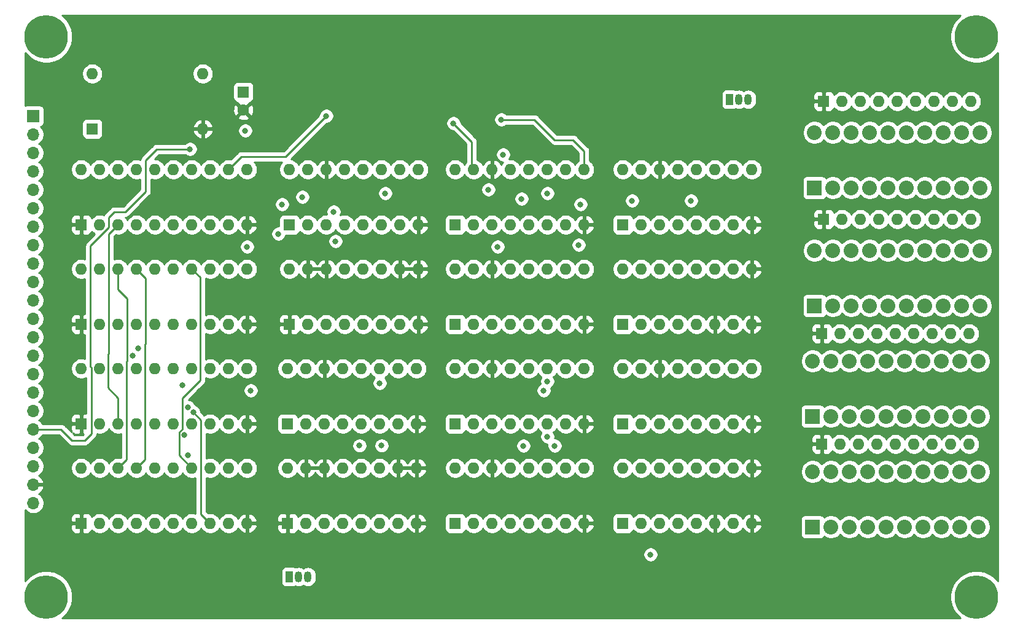
<source format=gbr>
%TF.GenerationSoftware,KiCad,Pcbnew,(5.1.10-1-10_14)*%
%TF.CreationDate,2021-08-16T01:31:51-04:00*%
%TF.ProjectId,sound,736f756e-642e-46b6-9963-61645f706362,rev?*%
%TF.SameCoordinates,Original*%
%TF.FileFunction,Copper,L4,Bot*%
%TF.FilePolarity,Positive*%
%FSLAX46Y46*%
G04 Gerber Fmt 4.6, Leading zero omitted, Abs format (unit mm)*
G04 Created by KiCad (PCBNEW (5.1.10-1-10_14)) date 2021-08-16 01:31:51*
%MOMM*%
%LPD*%
G01*
G04 APERTURE LIST*
%TA.AperFunction,ComponentPad*%
%ADD10C,6.000000*%
%TD*%
%TA.AperFunction,ComponentPad*%
%ADD11C,0.800000*%
%TD*%
%TA.AperFunction,ComponentPad*%
%ADD12O,1.600000X1.600000*%
%TD*%
%TA.AperFunction,ComponentPad*%
%ADD13R,1.600000X1.600000*%
%TD*%
%TA.AperFunction,ComponentPad*%
%ADD14R,1.050000X1.500000*%
%TD*%
%TA.AperFunction,ComponentPad*%
%ADD15O,1.050000X1.500000*%
%TD*%
%TA.AperFunction,ComponentPad*%
%ADD16O,1.700000X1.700000*%
%TD*%
%TA.AperFunction,ComponentPad*%
%ADD17R,1.700000X1.700000*%
%TD*%
%TA.AperFunction,ComponentPad*%
%ADD18C,2.032000*%
%TD*%
%TA.AperFunction,ComponentPad*%
%ADD19R,2.032000X2.032000*%
%TD*%
%TA.AperFunction,ComponentPad*%
%ADD20C,1.600000*%
%TD*%
%TA.AperFunction,ViaPad*%
%ADD21C,0.800000*%
%TD*%
%TA.AperFunction,Conductor*%
%ADD22C,0.250000*%
%TD*%
%TA.AperFunction,Conductor*%
%ADD23C,0.254000*%
%TD*%
%TA.AperFunction,Conductor*%
%ADD24C,0.100000*%
%TD*%
G04 APERTURE END LIST*
D10*
%TO.P,REF\u002A\u002A,1*%
%TO.N,N/C*%
X264160000Y-105410000D03*
D11*
X266410000Y-105410000D03*
X265750990Y-107000990D03*
X264160000Y-107660000D03*
X262569010Y-107000990D03*
X261910000Y-105410000D03*
X262569010Y-103819010D03*
X264160000Y-103160000D03*
X265750990Y-103819010D03*
%TD*%
%TO.P,REF\u002A\u002A,1*%
%TO.N,N/C*%
X265750990Y-26603010D03*
X264160000Y-25944000D03*
X262569010Y-26603010D03*
X261910000Y-28194000D03*
X262569010Y-29784990D03*
X264160000Y-30444000D03*
X265750990Y-29784990D03*
X266410000Y-28194000D03*
D10*
X264160000Y-28194000D03*
%TD*%
D12*
%TO.P,U16,16*%
%TO.N,VCC*%
X215392000Y-60198000D03*
%TO.P,U16,8*%
%TO.N,GND*%
X233172000Y-67818000D03*
%TO.P,U16,15*%
%TO.N,Net-(U15-Pad2)*%
X217932000Y-60198000D03*
%TO.P,U16,7*%
%TO.N,Net-(U16-Pad7)*%
X230632000Y-67818000D03*
%TO.P,U16,14*%
%TO.N,Net-(U15-Pad6)*%
X220472000Y-60198000D03*
%TO.P,U16,6*%
%TO.N,GND*%
X228092000Y-67818000D03*
%TO.P,U16,13*%
%TO.N,Net-(U15-Pad7)*%
X223012000Y-60198000D03*
%TO.P,U16,5*%
%TO.N,Net-(U16-Pad5)*%
X225552000Y-67818000D03*
%TO.P,U16,12*%
%TO.N,Net-(U15-Pad3)*%
X225552000Y-60198000D03*
%TO.P,U16,4*%
%TO.N,Net-(U16-Pad4)*%
X223012000Y-67818000D03*
%TO.P,U16,11*%
%TO.N,A06*%
X228092000Y-60198000D03*
%TO.P,U16,3*%
%TO.N,Net-(Q2-Pad2)*%
X220472000Y-67818000D03*
%TO.P,U16,10*%
%TO.N,A07*%
X230632000Y-60198000D03*
%TO.P,U16,2*%
%TO.N,Net-(U16-Pad2)*%
X217932000Y-67818000D03*
%TO.P,U16,9*%
%TO.N,GND*%
X233172000Y-60198000D03*
D13*
%TO.P,U16,1*%
%TO.N,Net-(U16-Pad1)*%
X215392000Y-67818000D03*
%TD*%
D12*
%TO.P,U15,16*%
%TO.N,VCC*%
X192278000Y-60198000D03*
%TO.P,U15,8*%
%TO.N,GND*%
X210058000Y-67818000D03*
%TO.P,U15,15*%
%TO.N,Net-(U15-Pad15)*%
X194818000Y-60198000D03*
%TO.P,U15,7*%
%TO.N,Net-(U15-Pad7)*%
X207518000Y-67818000D03*
%TO.P,U15,14*%
%TO.N,GND*%
X197358000Y-60198000D03*
%TO.P,U15,6*%
%TO.N,Net-(U15-Pad6)*%
X204978000Y-67818000D03*
%TO.P,U15,13*%
%TO.N,Net-(U15-Pad13)*%
X199898000Y-60198000D03*
%TO.P,U15,5*%
%TO.N,Net-(U12-Pad11)*%
X202438000Y-67818000D03*
%TO.P,U15,12*%
%TO.N,Net-(U15-Pad12)*%
X202438000Y-60198000D03*
%TO.P,U15,4*%
%TO.N,VCC*%
X199898000Y-67818000D03*
%TO.P,U15,11*%
X204978000Y-60198000D03*
%TO.P,U15,3*%
%TO.N,Net-(U15-Pad3)*%
X197358000Y-67818000D03*
%TO.P,U15,10*%
%TO.N,Net-(U15-Pad10)*%
X207518000Y-60198000D03*
%TO.P,U15,2*%
%TO.N,Net-(U15-Pad2)*%
X194818000Y-67818000D03*
%TO.P,U15,9*%
%TO.N,Net-(U15-Pad9)*%
X210058000Y-60198000D03*
D13*
%TO.P,U15,1*%
%TO.N,Net-(U15-Pad1)*%
X192278000Y-67818000D03*
%TD*%
D12*
%TO.P,U14,16*%
%TO.N,VCC*%
X169418000Y-60198000D03*
%TO.P,U14,8*%
%TO.N,GND*%
X187198000Y-67818000D03*
%TO.P,U14,15*%
X171958000Y-60198000D03*
%TO.P,U14,7*%
%TO.N,Net-(U14-Pad7)*%
X184658000Y-67818000D03*
%TO.P,U14,14*%
%TO.N,GND*%
X174498000Y-60198000D03*
%TO.P,U14,6*%
%TO.N,Net-(U14-Pad6)*%
X182118000Y-67818000D03*
%TO.P,U14,13*%
%TO.N,Net-(U12-Pad11)*%
X177038000Y-60198000D03*
%TO.P,U14,5*%
%TO.N,VCC*%
X179578000Y-67818000D03*
%TO.P,U14,12*%
%TO.N,Net-(U14-Pad12)*%
X179578000Y-60198000D03*
%TO.P,U14,4*%
%TO.N,Net-(U12-Pad13)*%
X177038000Y-67818000D03*
%TO.P,U14,11*%
%TO.N,Net-(U12-Pad11)*%
X182118000Y-60198000D03*
%TO.P,U14,3*%
%TO.N,Net-(U14-Pad3)*%
X174498000Y-67818000D03*
%TO.P,U14,10*%
%TO.N,GND*%
X184658000Y-60198000D03*
%TO.P,U14,2*%
%TO.N,Net-(U14-Pad2)*%
X171958000Y-67818000D03*
%TO.P,U14,9*%
%TO.N,GND*%
X187198000Y-60198000D03*
D13*
%TO.P,U14,1*%
X169418000Y-67818000D03*
%TD*%
D12*
%TO.P,U13,20*%
%TO.N,VCC*%
X140716000Y-60198000D03*
%TO.P,U13,10*%
%TO.N,GND*%
X163576000Y-67818000D03*
%TO.P,U13,19*%
%TO.N,A00*%
X143256000Y-60198000D03*
%TO.P,U13,9*%
%TO.N,A04*%
X161036000Y-67818000D03*
%TO.P,U13,18*%
%TO.N,BUS_00*%
X145796000Y-60198000D03*
%TO.P,U13,8*%
%TO.N,BUS_04*%
X158496000Y-67818000D03*
%TO.P,U13,17*%
%TO.N,BUS_01*%
X148336000Y-60198000D03*
%TO.P,U13,7*%
%TO.N,BUS_05*%
X155956000Y-67818000D03*
%TO.P,U13,16*%
%TO.N,A01*%
X150876000Y-60198000D03*
%TO.P,U13,6*%
%TO.N,A05*%
X153416000Y-67818000D03*
%TO.P,U13,15*%
%TO.N,A02*%
X153416000Y-60198000D03*
%TO.P,U13,5*%
%TO.N,A06*%
X150876000Y-67818000D03*
%TO.P,U13,14*%
%TO.N,BUS_02*%
X155956000Y-60198000D03*
%TO.P,U13,4*%
%TO.N,BUS_06*%
X148336000Y-67818000D03*
%TO.P,U13,13*%
%TO.N,BUS_03*%
X158496000Y-60198000D03*
%TO.P,U13,3*%
%TO.N,BUS_07*%
X145796000Y-67818000D03*
%TO.P,U13,12*%
%TO.N,A03*%
X161036000Y-60198000D03*
%TO.P,U13,2*%
%TO.N,A07*%
X143256000Y-67818000D03*
%TO.P,U13,11*%
%TO.N,LATCH_A*%
X163576000Y-60198000D03*
D13*
%TO.P,U13,1*%
%TO.N,GND*%
X140716000Y-67818000D03*
%TD*%
D12*
%TO.P,U12,16*%
%TO.N,VCC*%
X215392000Y-46482000D03*
%TO.P,U12,8*%
%TO.N,GND*%
X233172000Y-54102000D03*
%TO.P,U12,15*%
%TO.N,A12*%
X217932000Y-46482000D03*
%TO.P,U12,7*%
%TO.N,Net-(U12-Pad7)*%
X230632000Y-54102000D03*
%TO.P,U12,14*%
%TO.N,GND*%
X220472000Y-46482000D03*
%TO.P,U12,6*%
%TO.N,Net-(U12-Pad6)*%
X228092000Y-54102000D03*
%TO.P,U12,13*%
%TO.N,Net-(U12-Pad13)*%
X223012000Y-46482000D03*
%TO.P,U12,5*%
%TO.N,VCC*%
X225552000Y-54102000D03*
%TO.P,U12,12*%
%TO.N,Net-(U12-Pad12)*%
X225552000Y-46482000D03*
%TO.P,U12,4*%
%TO.N,Net-(U12-Pad4)*%
X223012000Y-54102000D03*
%TO.P,U12,11*%
%TO.N,Net-(U12-Pad11)*%
X228092000Y-46482000D03*
%TO.P,U12,3*%
%TO.N,Net-(U12-Pad3)*%
X220472000Y-54102000D03*
%TO.P,U12,10*%
%TO.N,A14*%
X230632000Y-46482000D03*
%TO.P,U12,2*%
%TO.N,Net-(U12-Pad2)*%
X217932000Y-54102000D03*
%TO.P,U12,9*%
%TO.N,A15*%
X233172000Y-46482000D03*
D13*
%TO.P,U12,1*%
%TO.N,A13*%
X215392000Y-54102000D03*
%TD*%
D12*
%TO.P,U11,20*%
%TO.N,VCC*%
X140716000Y-46482000D03*
%TO.P,U11,10*%
%TO.N,GND*%
X163576000Y-54102000D03*
%TO.P,U11,19*%
%TO.N,A08*%
X143256000Y-46482000D03*
%TO.P,U11,9*%
%TO.N,A12*%
X161036000Y-54102000D03*
%TO.P,U11,18*%
%TO.N,BUS_08*%
X145796000Y-46482000D03*
%TO.P,U11,8*%
%TO.N,BUS_12*%
X158496000Y-54102000D03*
%TO.P,U11,17*%
%TO.N,BUS_09*%
X148336000Y-46482000D03*
%TO.P,U11,7*%
%TO.N,BUS_13*%
X155956000Y-54102000D03*
%TO.P,U11,16*%
%TO.N,A09*%
X150876000Y-46482000D03*
%TO.P,U11,6*%
%TO.N,A13*%
X153416000Y-54102000D03*
%TO.P,U11,15*%
%TO.N,A10*%
X153416000Y-46482000D03*
%TO.P,U11,5*%
%TO.N,A14*%
X150876000Y-54102000D03*
%TO.P,U11,14*%
%TO.N,BUS_10*%
X155956000Y-46482000D03*
%TO.P,U11,4*%
%TO.N,BUS_14*%
X148336000Y-54102000D03*
%TO.P,U11,13*%
%TO.N,BUS_11*%
X158496000Y-46482000D03*
%TO.P,U11,3*%
%TO.N,BUS_15*%
X145796000Y-54102000D03*
%TO.P,U11,12*%
%TO.N,A11*%
X161036000Y-46482000D03*
%TO.P,U11,2*%
%TO.N,A15*%
X143256000Y-54102000D03*
%TO.P,U11,11*%
%TO.N,LATCH_A*%
X163576000Y-46482000D03*
D13*
%TO.P,U11,1*%
%TO.N,GND*%
X140716000Y-54102000D03*
%TD*%
D12*
%TO.P,U7,16*%
%TO.N,VCC*%
X192278000Y-46482000D03*
%TO.P,U7,8*%
%TO.N,GND*%
X210058000Y-54102000D03*
%TO.P,U7,15*%
%TO.N,A08*%
X194818000Y-46482000D03*
%TO.P,U7,7*%
%TO.N,Net-(U7-Pad7)*%
X207518000Y-54102000D03*
%TO.P,U7,14*%
%TO.N,GND*%
X197358000Y-46482000D03*
%TO.P,U7,6*%
%TO.N,Net-(U7-Pad6)*%
X204978000Y-54102000D03*
%TO.P,U7,13*%
%TO.N,Net-(U12-Pad4)*%
X199898000Y-46482000D03*
%TO.P,U7,5*%
%TO.N,VCC*%
X202438000Y-54102000D03*
%TO.P,U7,12*%
%TO.N,Net-(U7-Pad12)*%
X202438000Y-46482000D03*
%TO.P,U7,4*%
%TO.N,Net-(U5-Pad12)*%
X199898000Y-54102000D03*
%TO.P,U7,11*%
%TO.N,Net-(U12-Pad11)*%
X204978000Y-46482000D03*
%TO.P,U7,3*%
%TO.N,Net-(U7-Pad3)*%
X197358000Y-54102000D03*
%TO.P,U7,10*%
%TO.N,A10*%
X207518000Y-46482000D03*
%TO.P,U7,2*%
%TO.N,Net-(U7-Pad2)*%
X194818000Y-54102000D03*
%TO.P,U7,9*%
%TO.N,A11*%
X210058000Y-46482000D03*
D13*
%TO.P,U7,1*%
%TO.N,A09*%
X192278000Y-54102000D03*
%TD*%
D12*
%TO.P,U5,16*%
%TO.N,VCC*%
X169418000Y-46482000D03*
%TO.P,U5,8*%
%TO.N,GND*%
X187198000Y-54102000D03*
%TO.P,U5,15*%
%TO.N,VCC*%
X171958000Y-46482000D03*
%TO.P,U5,7*%
%TO.N,Net-(U5-Pad7)*%
X184658000Y-54102000D03*
%TO.P,U5,14*%
%TO.N,GND*%
X174498000Y-46482000D03*
%TO.P,U5,6*%
%TO.N,Net-(U5-Pad6)*%
X182118000Y-54102000D03*
%TO.P,U5,13*%
%TO.N,Net-(U5-Pad13)*%
X177038000Y-46482000D03*
%TO.P,U5,5*%
%TO.N,1MHZ_OSCILLATOR*%
X179578000Y-54102000D03*
%TO.P,U5,12*%
%TO.N,Net-(U5-Pad12)*%
X179578000Y-46482000D03*
%TO.P,U5,4*%
%TO.N,VCC*%
X177038000Y-54102000D03*
%TO.P,U5,11*%
%TO.N,Net-(U12-Pad11)*%
X182118000Y-46482000D03*
%TO.P,U5,3*%
%TO.N,Net-(U5-Pad3)*%
X174498000Y-54102000D03*
%TO.P,U5,10*%
%TO.N,VCC*%
X184658000Y-46482000D03*
%TO.P,U5,2*%
%TO.N,Net-(U5-Pad2)*%
X171958000Y-54102000D03*
%TO.P,U5,9*%
%TO.N,VCC*%
X187198000Y-46482000D03*
D13*
%TO.P,U5,1*%
X169418000Y-54102000D03*
%TD*%
D12*
%TO.P,RN4,9*%
%TO.N,Net-(BAR4-Pad13)*%
X263398000Y-37084000D03*
%TO.P,RN4,8*%
%TO.N,Net-(BAR4-Pad14)*%
X260858000Y-37084000D03*
%TO.P,RN4,7*%
%TO.N,Net-(BAR4-Pad15)*%
X258318000Y-37084000D03*
%TO.P,RN4,6*%
%TO.N,Net-(BAR4-Pad16)*%
X255778000Y-37084000D03*
%TO.P,RN4,5*%
%TO.N,Net-(BAR4-Pad17)*%
X253238000Y-37084000D03*
%TO.P,RN4,4*%
%TO.N,Net-(BAR4-Pad18)*%
X250698000Y-37084000D03*
%TO.P,RN4,3*%
%TO.N,Net-(BAR4-Pad19)*%
X248158000Y-37084000D03*
%TO.P,RN4,2*%
%TO.N,Net-(BAR4-Pad20)*%
X245618000Y-37084000D03*
D13*
%TO.P,RN4,1*%
%TO.N,GND*%
X243078000Y-37084000D03*
%TD*%
D12*
%TO.P,RN3,9*%
%TO.N,Net-(BAR3-Pad15)*%
X263398000Y-53340000D03*
%TO.P,RN3,8*%
%TO.N,Net-(BAR3-Pad16)*%
X260858000Y-53340000D03*
%TO.P,RN3,7*%
%TO.N,Net-(BAR3-Pad17)*%
X258318000Y-53340000D03*
%TO.P,RN3,6*%
%TO.N,Net-(BAR3-Pad18)*%
X255778000Y-53340000D03*
%TO.P,RN3,5*%
%TO.N,Net-(BAR3-Pad19)*%
X253238000Y-53340000D03*
%TO.P,RN3,4*%
%TO.N,Net-(BAR3-Pad20)*%
X250698000Y-53340000D03*
%TO.P,RN3,3*%
%TO.N,Net-(BAR4-Pad11)*%
X248158000Y-53340000D03*
%TO.P,RN3,2*%
%TO.N,Net-(BAR4-Pad12)*%
X245618000Y-53340000D03*
D13*
%TO.P,RN3,1*%
%TO.N,GND*%
X243078000Y-53340000D03*
%TD*%
D14*
%TO.P,Q2,1*%
%TO.N,Net-(Q2-Pad1)*%
X230124000Y-36830000D03*
D15*
%TO.P,Q2,3*%
%TO.N,VOICE_A_OUT*%
X232664000Y-36830000D03*
%TO.P,Q2,2*%
%TO.N,Net-(Q2-Pad2)*%
X231394000Y-36830000D03*
%TD*%
D16*
%TO.P,J69,22*%
%TO.N,VCC*%
X134112000Y-92456000D03*
%TO.P,J69,21*%
%TO.N,GND*%
X134112000Y-89916000D03*
%TO.P,J69,20*%
%TO.N,VOICE_B_OUT*%
X134112000Y-87376000D03*
%TO.P,J69,19*%
%TO.N,LATCH_B*%
X134112000Y-84836000D03*
%TO.P,J69,18*%
%TO.N,VOICE_A_OUT*%
X134112000Y-82296000D03*
%TO.P,J69,17*%
%TO.N,LATCH_A*%
X134112000Y-79756000D03*
%TO.P,J69,16*%
%TO.N,BUS_07*%
X134112000Y-77216000D03*
%TO.P,J69,15*%
%TO.N,BUS_06*%
X134112000Y-74676000D03*
%TO.P,J69,14*%
%TO.N,BUS_05*%
X134112000Y-72136000D03*
%TO.P,J69,13*%
%TO.N,BUS_04*%
X134112000Y-69596000D03*
%TO.P,J69,12*%
%TO.N,BUS_03*%
X134112000Y-67056000D03*
%TO.P,J69,11*%
%TO.N,BUS_02*%
X134112000Y-64516000D03*
%TO.P,J69,10*%
%TO.N,BUS_01*%
X134112000Y-61976000D03*
%TO.P,J69,9*%
%TO.N,BUS_00*%
X134112000Y-59436000D03*
%TO.P,J69,8*%
%TO.N,BUS_15*%
X134112000Y-56896000D03*
%TO.P,J69,7*%
%TO.N,BUS_14*%
X134112000Y-54356000D03*
%TO.P,J69,6*%
%TO.N,BUS_13*%
X134112000Y-51816000D03*
%TO.P,J69,5*%
%TO.N,BUS_12*%
X134112000Y-49276000D03*
%TO.P,J69,4*%
%TO.N,BUS_11*%
X134112000Y-46736000D03*
%TO.P,J69,3*%
%TO.N,BUS_10*%
X134112000Y-44196000D03*
%TO.P,J69,2*%
%TO.N,BUS_09*%
X134112000Y-41656000D03*
D17*
%TO.P,J69,1*%
%TO.N,BUS_08*%
X134112000Y-39116000D03*
%TD*%
D18*
%TO.P,BAR4,20*%
%TO.N,Net-(BAR4-Pad20)*%
X241808000Y-41402000D03*
%TO.P,BAR4,19*%
%TO.N,Net-(BAR4-Pad19)*%
X244348000Y-41402000D03*
%TO.P,BAR4,18*%
%TO.N,Net-(BAR4-Pad18)*%
X246888000Y-41402000D03*
%TO.P,BAR4,17*%
%TO.N,Net-(BAR4-Pad17)*%
X249428000Y-41402000D03*
%TO.P,BAR4,9*%
%TO.N,A07*%
X262128000Y-49022000D03*
%TO.P,BAR4,10*%
%TO.N,A06*%
X264668000Y-49022000D03*
%TO.P,BAR4,11*%
%TO.N,Net-(BAR4-Pad11)*%
X264668000Y-41402000D03*
%TO.P,BAR4,12*%
%TO.N,Net-(BAR4-Pad12)*%
X262128000Y-41402000D03*
%TO.P,BAR4,8*%
%TO.N,A08*%
X259588000Y-49022000D03*
%TO.P,BAR4,7*%
%TO.N,A09*%
X257048000Y-49022000D03*
%TO.P,BAR4,6*%
%TO.N,A10*%
X254508000Y-49022000D03*
%TO.P,BAR4,5*%
%TO.N,A11*%
X251968000Y-49022000D03*
%TO.P,BAR4,16*%
%TO.N,Net-(BAR4-Pad16)*%
X251968000Y-41402000D03*
%TO.P,BAR4,15*%
%TO.N,Net-(BAR4-Pad15)*%
X254508000Y-41402000D03*
%TO.P,BAR4,14*%
%TO.N,Net-(BAR4-Pad14)*%
X257048000Y-41402000D03*
%TO.P,BAR4,13*%
%TO.N,Net-(BAR4-Pad13)*%
X259588000Y-41402000D03*
%TO.P,BAR4,4*%
%TO.N,A12*%
X249428000Y-49022000D03*
%TO.P,BAR4,3*%
%TO.N,A13*%
X246888000Y-49022000D03*
%TO.P,BAR4,2*%
%TO.N,A14*%
X244348000Y-49022000D03*
D19*
%TO.P,BAR4,1*%
%TO.N,A15*%
X241808000Y-49022000D03*
%TD*%
D18*
%TO.P,BAR3,20*%
%TO.N,Net-(BAR3-Pad20)*%
X241808000Y-57658000D03*
%TO.P,BAR3,19*%
%TO.N,Net-(BAR3-Pad19)*%
X244348000Y-57658000D03*
%TO.P,BAR3,18*%
%TO.N,Net-(BAR3-Pad18)*%
X246888000Y-57658000D03*
%TO.P,BAR3,17*%
%TO.N,Net-(BAR3-Pad17)*%
X249428000Y-57658000D03*
%TO.P,BAR3,9*%
%TO.N,Net-(BAR3-Pad9)*%
X262128000Y-65278000D03*
%TO.P,BAR3,10*%
%TO.N,Net-(BAR3-Pad10)*%
X264668000Y-65278000D03*
%TO.P,BAR3,11*%
%TO.N,Net-(BAR3-Pad11)*%
X264668000Y-57658000D03*
%TO.P,BAR3,12*%
%TO.N,Net-(BAR3-Pad12)*%
X262128000Y-57658000D03*
%TO.P,BAR3,8*%
%TO.N,Net-(BAR3-Pad8)*%
X259588000Y-65278000D03*
%TO.P,BAR3,7*%
%TO.N,Net-(BAR3-Pad7)*%
X257048000Y-65278000D03*
%TO.P,BAR3,6*%
%TO.N,A00*%
X254508000Y-65278000D03*
%TO.P,BAR3,5*%
%TO.N,A01*%
X251968000Y-65278000D03*
%TO.P,BAR3,16*%
%TO.N,Net-(BAR3-Pad16)*%
X251968000Y-57658000D03*
%TO.P,BAR3,15*%
%TO.N,Net-(BAR3-Pad15)*%
X254508000Y-57658000D03*
%TO.P,BAR3,14*%
%TO.N,Net-(BAR3-Pad14)*%
X257048000Y-57658000D03*
%TO.P,BAR3,13*%
%TO.N,Net-(BAR3-Pad13)*%
X259588000Y-57658000D03*
%TO.P,BAR3,4*%
%TO.N,A02*%
X249428000Y-65278000D03*
%TO.P,BAR3,3*%
%TO.N,A03*%
X246888000Y-65278000D03*
%TO.P,BAR3,2*%
%TO.N,A04*%
X244348000Y-65278000D03*
D19*
%TO.P,BAR3,1*%
%TO.N,A05*%
X241808000Y-65278000D03*
%TD*%
D10*
%TO.P,REF\u002A\u002A,1*%
%TO.N,N/C*%
X135890000Y-28194000D03*
D11*
X138140000Y-28194000D03*
X137480990Y-29784990D03*
X135890000Y-30444000D03*
X134299010Y-29784990D03*
X133640000Y-28194000D03*
X134299010Y-26603010D03*
X135890000Y-25944000D03*
X137480990Y-26603010D03*
%TD*%
%TO.P,REF\u002A\u002A,1*%
%TO.N,N/C*%
X137480990Y-103819010D03*
X135890000Y-103160000D03*
X134299010Y-103819010D03*
X133640000Y-105410000D03*
X134299010Y-107000990D03*
X135890000Y-107660000D03*
X137480990Y-107000990D03*
X138140000Y-105410000D03*
D10*
X135890000Y-105410000D03*
%TD*%
D12*
%TO.P,RN2,9*%
%TO.N,Net-(BAR2-Pad13)*%
X263144000Y-69088000D03*
%TO.P,RN2,8*%
%TO.N,Net-(BAR2-Pad14)*%
X260604000Y-69088000D03*
%TO.P,RN2,7*%
%TO.N,Net-(BAR2-Pad15)*%
X258064000Y-69088000D03*
%TO.P,RN2,6*%
%TO.N,Net-(BAR2-Pad16)*%
X255524000Y-69088000D03*
%TO.P,RN2,5*%
%TO.N,Net-(BAR2-Pad17)*%
X252984000Y-69088000D03*
%TO.P,RN2,4*%
%TO.N,Net-(BAR2-Pad18)*%
X250444000Y-69088000D03*
%TO.P,RN2,3*%
%TO.N,Net-(BAR2-Pad19)*%
X247904000Y-69088000D03*
%TO.P,RN2,2*%
%TO.N,Net-(BAR2-Pad20)*%
X245364000Y-69088000D03*
D13*
%TO.P,RN2,1*%
%TO.N,GND*%
X242824000Y-69088000D03*
%TD*%
D12*
%TO.P,RN1,9*%
%TO.N,Net-(BAR1-Pad15)*%
X263144000Y-84328000D03*
%TO.P,RN1,8*%
%TO.N,Net-(BAR1-Pad16)*%
X260604000Y-84328000D03*
%TO.P,RN1,7*%
%TO.N,Net-(BAR1-Pad17)*%
X258064000Y-84328000D03*
%TO.P,RN1,6*%
%TO.N,Net-(BAR1-Pad18)*%
X255524000Y-84328000D03*
%TO.P,RN1,5*%
%TO.N,Net-(BAR1-Pad19)*%
X252984000Y-84328000D03*
%TO.P,RN1,4*%
%TO.N,Net-(BAR1-Pad20)*%
X250444000Y-84328000D03*
%TO.P,RN1,3*%
%TO.N,Net-(BAR2-Pad11)*%
X247904000Y-84328000D03*
%TO.P,RN1,2*%
%TO.N,Net-(BAR2-Pad12)*%
X245364000Y-84328000D03*
D13*
%TO.P,RN1,1*%
%TO.N,GND*%
X242824000Y-84328000D03*
%TD*%
D18*
%TO.P,BAR2,20*%
%TO.N,Net-(BAR2-Pad20)*%
X241554000Y-72898000D03*
%TO.P,BAR2,19*%
%TO.N,Net-(BAR2-Pad19)*%
X244094000Y-72898000D03*
%TO.P,BAR2,18*%
%TO.N,Net-(BAR2-Pad18)*%
X246634000Y-72898000D03*
%TO.P,BAR2,17*%
%TO.N,Net-(BAR2-Pad17)*%
X249174000Y-72898000D03*
%TO.P,BAR2,9*%
%TO.N,B07*%
X261874000Y-80518000D03*
%TO.P,BAR2,10*%
%TO.N,B06*%
X264414000Y-80518000D03*
%TO.P,BAR2,11*%
%TO.N,Net-(BAR2-Pad11)*%
X264414000Y-72898000D03*
%TO.P,BAR2,12*%
%TO.N,Net-(BAR2-Pad12)*%
X261874000Y-72898000D03*
%TO.P,BAR2,8*%
%TO.N,B08*%
X259334000Y-80518000D03*
%TO.P,BAR2,7*%
%TO.N,B09*%
X256794000Y-80518000D03*
%TO.P,BAR2,6*%
%TO.N,B10*%
X254254000Y-80518000D03*
%TO.P,BAR2,5*%
%TO.N,B11*%
X251714000Y-80518000D03*
%TO.P,BAR2,16*%
%TO.N,Net-(BAR2-Pad16)*%
X251714000Y-72898000D03*
%TO.P,BAR2,15*%
%TO.N,Net-(BAR2-Pad15)*%
X254254000Y-72898000D03*
%TO.P,BAR2,14*%
%TO.N,Net-(BAR2-Pad14)*%
X256794000Y-72898000D03*
%TO.P,BAR2,13*%
%TO.N,Net-(BAR2-Pad13)*%
X259334000Y-72898000D03*
%TO.P,BAR2,4*%
%TO.N,B12*%
X249174000Y-80518000D03*
%TO.P,BAR2,3*%
%TO.N,B13*%
X246634000Y-80518000D03*
%TO.P,BAR2,2*%
%TO.N,B14*%
X244094000Y-80518000D03*
D19*
%TO.P,BAR2,1*%
%TO.N,B15*%
X241554000Y-80518000D03*
%TD*%
D18*
%TO.P,BAR1,20*%
%TO.N,Net-(BAR1-Pad20)*%
X241554000Y-88138000D03*
%TO.P,BAR1,19*%
%TO.N,Net-(BAR1-Pad19)*%
X244094000Y-88138000D03*
%TO.P,BAR1,18*%
%TO.N,Net-(BAR1-Pad18)*%
X246634000Y-88138000D03*
%TO.P,BAR1,17*%
%TO.N,Net-(BAR1-Pad17)*%
X249174000Y-88138000D03*
%TO.P,BAR1,9*%
%TO.N,Net-(BAR1-Pad9)*%
X261874000Y-95758000D03*
%TO.P,BAR1,10*%
%TO.N,Net-(BAR1-Pad10)*%
X264414000Y-95758000D03*
%TO.P,BAR1,11*%
%TO.N,Net-(BAR1-Pad11)*%
X264414000Y-88138000D03*
%TO.P,BAR1,12*%
%TO.N,Net-(BAR1-Pad12)*%
X261874000Y-88138000D03*
%TO.P,BAR1,8*%
%TO.N,Net-(BAR1-Pad8)*%
X259334000Y-95758000D03*
%TO.P,BAR1,7*%
%TO.N,Net-(BAR1-Pad7)*%
X256794000Y-95758000D03*
%TO.P,BAR1,6*%
%TO.N,B00*%
X254254000Y-95758000D03*
%TO.P,BAR1,5*%
%TO.N,B01*%
X251714000Y-95758000D03*
%TO.P,BAR1,16*%
%TO.N,Net-(BAR1-Pad16)*%
X251714000Y-88138000D03*
%TO.P,BAR1,15*%
%TO.N,Net-(BAR1-Pad15)*%
X254254000Y-88138000D03*
%TO.P,BAR1,14*%
%TO.N,Net-(BAR1-Pad14)*%
X256794000Y-88138000D03*
%TO.P,BAR1,13*%
%TO.N,Net-(BAR1-Pad13)*%
X259334000Y-88138000D03*
%TO.P,BAR1,4*%
%TO.N,B02*%
X249174000Y-95758000D03*
%TO.P,BAR1,3*%
%TO.N,B03*%
X246634000Y-95758000D03*
%TO.P,BAR1,2*%
%TO.N,B04*%
X244094000Y-95758000D03*
D19*
%TO.P,BAR1,1*%
%TO.N,B05*%
X241554000Y-95758000D03*
%TD*%
D12*
%TO.P,U3,20*%
%TO.N,VCC*%
X140716000Y-87630000D03*
%TO.P,U3,10*%
%TO.N,GND*%
X163576000Y-95250000D03*
%TO.P,U3,19*%
%TO.N,B00*%
X143256000Y-87630000D03*
%TO.P,U3,9*%
%TO.N,B04*%
X161036000Y-95250000D03*
%TO.P,U3,18*%
%TO.N,BUS_00*%
X145796000Y-87630000D03*
%TO.P,U3,8*%
%TO.N,BUS_04*%
X158496000Y-95250000D03*
%TO.P,U3,17*%
%TO.N,BUS_01*%
X148336000Y-87630000D03*
%TO.P,U3,7*%
%TO.N,BUS_05*%
X155956000Y-95250000D03*
%TO.P,U3,16*%
%TO.N,B01*%
X150876000Y-87630000D03*
%TO.P,U3,6*%
%TO.N,B05*%
X153416000Y-95250000D03*
%TO.P,U3,15*%
%TO.N,B02*%
X153416000Y-87630000D03*
%TO.P,U3,5*%
%TO.N,B06*%
X150876000Y-95250000D03*
%TO.P,U3,14*%
%TO.N,BUS_02*%
X155956000Y-87630000D03*
%TO.P,U3,4*%
%TO.N,BUS_06*%
X148336000Y-95250000D03*
%TO.P,U3,13*%
%TO.N,BUS_03*%
X158496000Y-87630000D03*
%TO.P,U3,3*%
%TO.N,BUS_07*%
X145796000Y-95250000D03*
%TO.P,U3,12*%
%TO.N,B03*%
X161036000Y-87630000D03*
%TO.P,U3,2*%
%TO.N,B07*%
X143256000Y-95250000D03*
%TO.P,U3,11*%
%TO.N,LATCH_B*%
X163576000Y-87630000D03*
D13*
%TO.P,U3,1*%
%TO.N,GND*%
X140716000Y-95250000D03*
%TD*%
D12*
%TO.P,U1,20*%
%TO.N,VCC*%
X140716000Y-73914000D03*
%TO.P,U1,10*%
%TO.N,GND*%
X163576000Y-81534000D03*
%TO.P,U1,19*%
%TO.N,B08*%
X143256000Y-73914000D03*
%TO.P,U1,9*%
%TO.N,B12*%
X161036000Y-81534000D03*
%TO.P,U1,18*%
%TO.N,BUS_08*%
X145796000Y-73914000D03*
%TO.P,U1,8*%
%TO.N,BUS_12*%
X158496000Y-81534000D03*
%TO.P,U1,17*%
%TO.N,BUS_09*%
X148336000Y-73914000D03*
%TO.P,U1,7*%
%TO.N,BUS_13*%
X155956000Y-81534000D03*
%TO.P,U1,16*%
%TO.N,B09*%
X150876000Y-73914000D03*
%TO.P,U1,6*%
%TO.N,B13*%
X153416000Y-81534000D03*
%TO.P,U1,15*%
%TO.N,B10*%
X153416000Y-73914000D03*
%TO.P,U1,5*%
%TO.N,B14*%
X150876000Y-81534000D03*
%TO.P,U1,14*%
%TO.N,BUS_10*%
X155956000Y-73914000D03*
%TO.P,U1,4*%
%TO.N,BUS_14*%
X148336000Y-81534000D03*
%TO.P,U1,13*%
%TO.N,BUS_11*%
X158496000Y-73914000D03*
%TO.P,U1,3*%
%TO.N,BUS_15*%
X145796000Y-81534000D03*
%TO.P,U1,12*%
%TO.N,B11*%
X161036000Y-73914000D03*
%TO.P,U1,2*%
%TO.N,B15*%
X143256000Y-81534000D03*
%TO.P,U1,11*%
%TO.N,LATCH_B*%
X163576000Y-73914000D03*
D13*
%TO.P,U1,1*%
%TO.N,GND*%
X140716000Y-81534000D03*
%TD*%
D14*
%TO.P,Q1,1*%
%TO.N,Net-(Q1-Pad1)*%
X169418000Y-102616000D03*
D15*
%TO.P,Q1,3*%
%TO.N,VOICE_B_OUT*%
X171958000Y-102616000D03*
%TO.P,Q1,2*%
%TO.N,Net-(Q1-Pad2)*%
X170688000Y-102616000D03*
%TD*%
D13*
%TO.P,Y1,1*%
%TO.N,Net-(Y1-Pad1)*%
X142240000Y-40894000D03*
D12*
%TO.P,Y1,3*%
%TO.N,1MHZ_OSCILLATOR*%
X157480000Y-33274000D03*
%TO.P,Y1,2*%
%TO.N,GND*%
X157480000Y-40894000D03*
%TO.P,Y1,4*%
%TO.N,VCC*%
X142240000Y-33274000D03*
%TD*%
%TO.P,U9,16*%
%TO.N,VCC*%
X215392000Y-87630000D03*
%TO.P,U9,8*%
%TO.N,GND*%
X233172000Y-95250000D03*
%TO.P,U9,15*%
%TO.N,Net-(U10-Pad2)*%
X217932000Y-87630000D03*
%TO.P,U9,7*%
%TO.N,Net-(U9-Pad7)*%
X230632000Y-95250000D03*
%TO.P,U9,14*%
%TO.N,Net-(U10-Pad6)*%
X220472000Y-87630000D03*
%TO.P,U9,6*%
%TO.N,GND*%
X228092000Y-95250000D03*
%TO.P,U9,13*%
%TO.N,Net-(U10-Pad7)*%
X223012000Y-87630000D03*
%TO.P,U9,5*%
%TO.N,Net-(U9-Pad5)*%
X225552000Y-95250000D03*
%TO.P,U9,12*%
%TO.N,Net-(U10-Pad3)*%
X225552000Y-87630000D03*
%TO.P,U9,4*%
%TO.N,Net-(U9-Pad4)*%
X223012000Y-95250000D03*
%TO.P,U9,11*%
%TO.N,B06*%
X228092000Y-87630000D03*
%TO.P,U9,3*%
%TO.N,Net-(Q1-Pad2)*%
X220472000Y-95250000D03*
%TO.P,U9,10*%
%TO.N,B07*%
X230632000Y-87630000D03*
%TO.P,U9,2*%
%TO.N,Net-(U9-Pad2)*%
X217932000Y-95250000D03*
%TO.P,U9,9*%
%TO.N,GND*%
X233172000Y-87630000D03*
D13*
%TO.P,U9,1*%
%TO.N,Net-(U9-Pad1)*%
X215392000Y-95250000D03*
%TD*%
D12*
%TO.P,U10,16*%
%TO.N,VCC*%
X192278000Y-87630000D03*
%TO.P,U10,8*%
%TO.N,GND*%
X210058000Y-95250000D03*
%TO.P,U10,15*%
%TO.N,Net-(U10-Pad15)*%
X194818000Y-87630000D03*
%TO.P,U10,7*%
%TO.N,Net-(U10-Pad7)*%
X207518000Y-95250000D03*
%TO.P,U10,14*%
%TO.N,GND*%
X197358000Y-87630000D03*
%TO.P,U10,6*%
%TO.N,Net-(U10-Pad6)*%
X204978000Y-95250000D03*
%TO.P,U10,13*%
%TO.N,Net-(U10-Pad13)*%
X199898000Y-87630000D03*
%TO.P,U10,5*%
%TO.N,Net-(U10-Pad5)*%
X202438000Y-95250000D03*
%TO.P,U10,12*%
%TO.N,Net-(U10-Pad12)*%
X202438000Y-87630000D03*
%TO.P,U10,4*%
%TO.N,VCC*%
X199898000Y-95250000D03*
%TO.P,U10,11*%
X204978000Y-87630000D03*
%TO.P,U10,3*%
%TO.N,Net-(U10-Pad3)*%
X197358000Y-95250000D03*
%TO.P,U10,10*%
%TO.N,Net-(U10-Pad10)*%
X207518000Y-87630000D03*
%TO.P,U10,2*%
%TO.N,Net-(U10-Pad2)*%
X194818000Y-95250000D03*
%TO.P,U10,9*%
%TO.N,Net-(U10-Pad9)*%
X210058000Y-87630000D03*
D13*
%TO.P,U10,1*%
%TO.N,Net-(U10-Pad1)*%
X192278000Y-95250000D03*
%TD*%
D12*
%TO.P,U8,16*%
%TO.N,VCC*%
X169164000Y-87630000D03*
%TO.P,U8,8*%
%TO.N,GND*%
X186944000Y-95250000D03*
%TO.P,U8,15*%
X171704000Y-87630000D03*
%TO.P,U8,7*%
%TO.N,Net-(U8-Pad7)*%
X184404000Y-95250000D03*
%TO.P,U8,14*%
%TO.N,GND*%
X174244000Y-87630000D03*
%TO.P,U8,6*%
%TO.N,Net-(U8-Pad6)*%
X181864000Y-95250000D03*
%TO.P,U8,13*%
%TO.N,Net-(U10-Pad5)*%
X176784000Y-87630000D03*
%TO.P,U8,5*%
%TO.N,VCC*%
X179324000Y-95250000D03*
%TO.P,U8,12*%
%TO.N,Net-(U8-Pad12)*%
X179324000Y-87630000D03*
%TO.P,U8,4*%
%TO.N,Net-(U6-Pad13)*%
X176784000Y-95250000D03*
%TO.P,U8,11*%
%TO.N,Net-(U10-Pad5)*%
X181864000Y-87630000D03*
%TO.P,U8,3*%
%TO.N,Net-(U8-Pad3)*%
X174244000Y-95250000D03*
%TO.P,U8,10*%
%TO.N,GND*%
X184404000Y-87630000D03*
%TO.P,U8,2*%
%TO.N,Net-(U8-Pad2)*%
X171704000Y-95250000D03*
%TO.P,U8,9*%
%TO.N,GND*%
X186944000Y-87630000D03*
D13*
%TO.P,U8,1*%
X169164000Y-95250000D03*
%TD*%
D12*
%TO.P,U6,16*%
%TO.N,VCC*%
X215392000Y-73914000D03*
%TO.P,U6,8*%
%TO.N,GND*%
X233172000Y-81534000D03*
%TO.P,U6,15*%
%TO.N,B12*%
X217932000Y-73914000D03*
%TO.P,U6,7*%
%TO.N,Net-(U6-Pad7)*%
X230632000Y-81534000D03*
%TO.P,U6,14*%
%TO.N,GND*%
X220472000Y-73914000D03*
%TO.P,U6,6*%
%TO.N,Net-(U6-Pad6)*%
X228092000Y-81534000D03*
%TO.P,U6,13*%
%TO.N,Net-(U6-Pad13)*%
X223012000Y-73914000D03*
%TO.P,U6,5*%
%TO.N,VCC*%
X225552000Y-81534000D03*
%TO.P,U6,12*%
%TO.N,Net-(U6-Pad12)*%
X225552000Y-73914000D03*
%TO.P,U6,4*%
%TO.N,Net-(U4-Pad13)*%
X223012000Y-81534000D03*
%TO.P,U6,11*%
%TO.N,Net-(U10-Pad5)*%
X228092000Y-73914000D03*
%TO.P,U6,3*%
%TO.N,Net-(U6-Pad3)*%
X220472000Y-81534000D03*
%TO.P,U6,10*%
%TO.N,B14*%
X230632000Y-73914000D03*
%TO.P,U6,2*%
%TO.N,Net-(U6-Pad2)*%
X217932000Y-81534000D03*
%TO.P,U6,9*%
%TO.N,B15*%
X233172000Y-73914000D03*
D13*
%TO.P,U6,1*%
%TO.N,B13*%
X215392000Y-81534000D03*
%TD*%
D12*
%TO.P,U4,16*%
%TO.N,VCC*%
X192278000Y-73914000D03*
%TO.P,U4,8*%
%TO.N,GND*%
X210058000Y-81534000D03*
%TO.P,U4,15*%
%TO.N,B08*%
X194818000Y-73914000D03*
%TO.P,U4,7*%
%TO.N,Net-(U4-Pad7)*%
X207518000Y-81534000D03*
%TO.P,U4,14*%
%TO.N,GND*%
X197358000Y-73914000D03*
%TO.P,U4,6*%
%TO.N,Net-(U4-Pad6)*%
X204978000Y-81534000D03*
%TO.P,U4,13*%
%TO.N,Net-(U4-Pad13)*%
X199898000Y-73914000D03*
%TO.P,U4,5*%
%TO.N,VCC*%
X202438000Y-81534000D03*
%TO.P,U4,12*%
%TO.N,Net-(U4-Pad12)*%
X202438000Y-73914000D03*
%TO.P,U4,4*%
%TO.N,Net-(U2-Pad12)*%
X199898000Y-81534000D03*
%TO.P,U4,11*%
%TO.N,Net-(U10-Pad5)*%
X204978000Y-73914000D03*
%TO.P,U4,3*%
%TO.N,Net-(U4-Pad3)*%
X197358000Y-81534000D03*
%TO.P,U4,10*%
%TO.N,B10*%
X207518000Y-73914000D03*
%TO.P,U4,2*%
%TO.N,Net-(U4-Pad2)*%
X194818000Y-81534000D03*
%TO.P,U4,9*%
%TO.N,B11*%
X210058000Y-73914000D03*
D13*
%TO.P,U4,1*%
%TO.N,B09*%
X192278000Y-81534000D03*
%TD*%
D12*
%TO.P,U2,16*%
%TO.N,VCC*%
X169164000Y-73914000D03*
%TO.P,U2,8*%
%TO.N,GND*%
X186944000Y-81534000D03*
%TO.P,U2,15*%
%TO.N,VCC*%
X171704000Y-73914000D03*
%TO.P,U2,7*%
%TO.N,Net-(U2-Pad7)*%
X184404000Y-81534000D03*
%TO.P,U2,14*%
%TO.N,GND*%
X174244000Y-73914000D03*
%TO.P,U2,6*%
%TO.N,Net-(U2-Pad6)*%
X181864000Y-81534000D03*
%TO.P,U2,13*%
%TO.N,Net-(U2-Pad13)*%
X176784000Y-73914000D03*
%TO.P,U2,5*%
%TO.N,1MHZ_OSCILLATOR*%
X179324000Y-81534000D03*
%TO.P,U2,12*%
%TO.N,Net-(U2-Pad12)*%
X179324000Y-73914000D03*
%TO.P,U2,4*%
%TO.N,VCC*%
X176784000Y-81534000D03*
%TO.P,U2,11*%
%TO.N,Net-(U10-Pad5)*%
X181864000Y-73914000D03*
%TO.P,U2,3*%
%TO.N,Net-(U2-Pad3)*%
X174244000Y-81534000D03*
%TO.P,U2,10*%
%TO.N,VCC*%
X184404000Y-73914000D03*
%TO.P,U2,2*%
%TO.N,Net-(U2-Pad2)*%
X171704000Y-81534000D03*
%TO.P,U2,9*%
%TO.N,VCC*%
X186944000Y-73914000D03*
D13*
%TO.P,U2,1*%
X169164000Y-81534000D03*
%TD*%
D20*
%TO.P,C32,2*%
%TO.N,GND*%
X163068000Y-38314000D03*
D13*
%TO.P,C32,1*%
%TO.N,VCC*%
X163068000Y-35814000D03*
%TD*%
D21*
%TO.N,GND*%
X201168000Y-35052000D03*
%TO.N,BUS_04*%
X156142514Y-79929855D03*
%TO.N,BUS_05*%
X155411000Y-85895043D03*
X154940000Y-83058000D03*
X155411010Y-79248000D03*
%TO.N,Net-(U2-Pad12)*%
X181864010Y-75946000D03*
%TO.N,Net-(U5-Pad12)*%
X182626000Y-49784000D03*
%TO.N,BUS_11*%
X148590000Y-71120000D03*
X154686000Y-76200000D03*
%TO.N,BUS_10*%
X147791010Y-72136000D03*
%TO.N,B12*%
X164084000Y-76962000D03*
%TO.N,B13*%
X204978000Y-83312000D03*
%TO.N,B09*%
X182118000Y-84545010D03*
X179070000Y-84545010D03*
%TO.N,B11*%
X204470000Y-76962000D03*
%TO.N,Net-(U4-Pad13)*%
X204978000Y-75691984D03*
%TO.N,Net-(U6-Pad13)*%
X201676000Y-84582000D03*
X205994000Y-84582000D03*
%TO.N,VOICE_A_OUT*%
X163322000Y-41148000D03*
X155702000Y-43688000D03*
%TO.N,LATCH_A*%
X163576020Y-57150000D03*
%TO.N,Net-(Q1-Pad2)*%
X219202000Y-99568000D03*
%TO.N,Net-(U12-Pad4)*%
X204978000Y-49784000D03*
%TO.N,Net-(U12-Pad13)*%
X198120000Y-57150000D03*
X209296000Y-56896000D03*
%TO.N,A08*%
X192024000Y-40132000D03*
%TO.N,A09*%
X198882000Y-44450000D03*
X171196000Y-50292000D03*
%TO.N,A10*%
X196845347Y-49271347D03*
X201422000Y-50546000D03*
X168402000Y-51308000D03*
%TO.N,A11*%
X174498000Y-39116000D03*
X198628000Y-39624000D03*
%TO.N,A12*%
X175768000Y-56388000D03*
%TO.N,A13*%
X224790000Y-50800000D03*
X167893994Y-55372000D03*
%TO.N,A14*%
X175514000Y-52324000D03*
X209550000Y-51308000D03*
X216662000Y-50800000D03*
%TD*%
D22*
%TO.N,BUS_00*%
X147066000Y-72862002D02*
X147066000Y-64262000D01*
X146921001Y-86504999D02*
X146921001Y-73007001D01*
X146921001Y-73007001D02*
X147066000Y-72862002D01*
X145796000Y-62992000D02*
X145796000Y-60198000D01*
X147066000Y-64262000D02*
X145796000Y-62992000D01*
X145796000Y-87630000D02*
X146921001Y-86504999D01*
%TO.N,BUS_01*%
X149461001Y-70608003D02*
X149461001Y-86504999D01*
X149461001Y-86504999D02*
X148336000Y-87630000D01*
X149606000Y-61468000D02*
X149606000Y-70463004D01*
X149606000Y-70463004D02*
X149461001Y-70608003D01*
X148336000Y-60198000D02*
X149606000Y-61468000D01*
%TO.N,BUS_02*%
X154214999Y-85888999D02*
X155956000Y-87630000D01*
X157081001Y-75582999D02*
X154686000Y-77978000D01*
X154214999Y-82709999D02*
X154214999Y-85888999D01*
X154686000Y-82238998D02*
X154214999Y-82709999D01*
X154686000Y-77978000D02*
X154686000Y-82238998D01*
X155956000Y-60198000D02*
X157081001Y-61323001D01*
X157081001Y-61323001D02*
X157081001Y-75582999D01*
%TO.N,BUS_04*%
X157226000Y-81013341D02*
X156142514Y-79929855D01*
X157226000Y-93980000D02*
X157226000Y-81013341D01*
X158496000Y-95250000D02*
X157226000Y-93980000D01*
%TO.N,BUS_15*%
X144526000Y-55372000D02*
X145796000Y-54102000D01*
X144526000Y-71846002D02*
X144526000Y-55372000D01*
X144381001Y-76563001D02*
X144381001Y-71991001D01*
X145796000Y-77978000D02*
X144381001Y-76563001D01*
X144381001Y-71991001D02*
X144526000Y-71846002D01*
X145796000Y-81534000D02*
X145796000Y-77978000D01*
%TO.N,VOICE_A_OUT*%
X137922000Y-82296000D02*
X134112000Y-82296000D01*
X141224000Y-83820000D02*
X139446000Y-83820000D01*
X142130999Y-82913001D02*
X141224000Y-83820000D01*
X141986000Y-57037002D02*
X141986000Y-73660000D01*
X142130999Y-73804999D02*
X142130999Y-82913001D01*
X144526000Y-54497002D02*
X141986000Y-57037002D01*
X144526000Y-53086000D02*
X144526000Y-54497002D01*
X145288000Y-52324000D02*
X144526000Y-53086000D01*
X146812000Y-52324000D02*
X145288000Y-52324000D01*
X149606000Y-45212000D02*
X149606000Y-49530000D01*
X151130000Y-43688000D02*
X149606000Y-45212000D01*
X141986000Y-73660000D02*
X142130999Y-73804999D01*
X149606000Y-49530000D02*
X146812000Y-52324000D01*
X139446000Y-83820000D02*
X137922000Y-82296000D01*
X155702000Y-43688000D02*
X151130000Y-43688000D01*
%TO.N,A08*%
X192024000Y-40132000D02*
X194564000Y-42672000D01*
X194564000Y-46228000D02*
X194818000Y-46482000D01*
X194564000Y-42672000D02*
X194564000Y-46228000D01*
%TO.N,A11*%
X161036000Y-46482000D02*
X162814000Y-44704000D01*
X162814000Y-44704000D02*
X168910000Y-44704000D01*
X168910000Y-44704000D02*
X174498000Y-39116000D01*
X198628000Y-39624000D02*
X203200000Y-39624000D01*
X203200000Y-39624000D02*
X205994000Y-42418000D01*
X205994000Y-42418000D02*
X208534000Y-42418000D01*
X210058000Y-43942000D02*
X210058000Y-46482000D01*
X208534000Y-42418000D02*
X210058000Y-43942000D01*
%TD*%
D23*
%TO.N,GND*%
X261842823Y-25370511D02*
X261336511Y-25876823D01*
X260938705Y-26472182D01*
X260664691Y-27133710D01*
X260525000Y-27835984D01*
X260525000Y-28552016D01*
X260664691Y-29254290D01*
X260938705Y-29915818D01*
X261336511Y-30511177D01*
X261842823Y-31017489D01*
X262438182Y-31415295D01*
X263099710Y-31689309D01*
X263801984Y-31829000D01*
X264518016Y-31829000D01*
X265220290Y-31689309D01*
X265881818Y-31415295D01*
X266477177Y-31017489D01*
X266983489Y-30511177D01*
X267056001Y-30402656D01*
X267056001Y-32733581D01*
X267056000Y-99600418D01*
X267056001Y-99600428D01*
X267056000Y-103201344D01*
X266983489Y-103092823D01*
X266477177Y-102586511D01*
X265881818Y-102188705D01*
X265220290Y-101914691D01*
X264518016Y-101775000D01*
X263801984Y-101775000D01*
X263099710Y-101914691D01*
X262438182Y-102188705D01*
X261842823Y-102586511D01*
X261336511Y-103092823D01*
X260938705Y-103688182D01*
X260664691Y-104349710D01*
X260525000Y-105051984D01*
X260525000Y-105768016D01*
X260664691Y-106470290D01*
X260938705Y-107131818D01*
X261336511Y-107727177D01*
X261842823Y-108233489D01*
X261951343Y-108306000D01*
X138098657Y-108306000D01*
X138207177Y-108233489D01*
X138713489Y-107727177D01*
X139111295Y-107131818D01*
X139385309Y-106470290D01*
X139525000Y-105768016D01*
X139525000Y-105051984D01*
X139385309Y-104349710D01*
X139111295Y-103688182D01*
X138713489Y-103092823D01*
X138207177Y-102586511D01*
X137611818Y-102188705D01*
X136950290Y-101914691D01*
X136705504Y-101866000D01*
X168254928Y-101866000D01*
X168254928Y-103366000D01*
X168267188Y-103490482D01*
X168303498Y-103610180D01*
X168362463Y-103720494D01*
X168441815Y-103817185D01*
X168538506Y-103896537D01*
X168648820Y-103955502D01*
X168768518Y-103991812D01*
X168893000Y-104004072D01*
X169943000Y-104004072D01*
X170067482Y-103991812D01*
X170187180Y-103955502D01*
X170251902Y-103920907D01*
X170460601Y-103984215D01*
X170688000Y-104006612D01*
X170915400Y-103984215D01*
X171134060Y-103917885D01*
X171323000Y-103816894D01*
X171511941Y-103917885D01*
X171730601Y-103984215D01*
X171958000Y-104006612D01*
X172185400Y-103984215D01*
X172404060Y-103917885D01*
X172605579Y-103810171D01*
X172782212Y-103665212D01*
X172927171Y-103488579D01*
X173034885Y-103287059D01*
X173101215Y-103068399D01*
X173118000Y-102897978D01*
X173118000Y-102334021D01*
X173101215Y-102163600D01*
X173034885Y-101944940D01*
X172927171Y-101743421D01*
X172782212Y-101566788D01*
X172605578Y-101421829D01*
X172404059Y-101314115D01*
X172185399Y-101247785D01*
X171958000Y-101225388D01*
X171730600Y-101247785D01*
X171511940Y-101314115D01*
X171323000Y-101415106D01*
X171134059Y-101314115D01*
X170915399Y-101247785D01*
X170688000Y-101225388D01*
X170460600Y-101247785D01*
X170251902Y-101311093D01*
X170187180Y-101276498D01*
X170067482Y-101240188D01*
X169943000Y-101227928D01*
X168893000Y-101227928D01*
X168768518Y-101240188D01*
X168648820Y-101276498D01*
X168538506Y-101335463D01*
X168441815Y-101414815D01*
X168362463Y-101511506D01*
X168303498Y-101621820D01*
X168267188Y-101741518D01*
X168254928Y-101866000D01*
X136705504Y-101866000D01*
X136248016Y-101775000D01*
X135531984Y-101775000D01*
X134829710Y-101914691D01*
X134168182Y-102188705D01*
X133572823Y-102586511D01*
X133066511Y-103092823D01*
X132994000Y-103201343D01*
X132994000Y-99466061D01*
X218167000Y-99466061D01*
X218167000Y-99669939D01*
X218206774Y-99869898D01*
X218284795Y-100058256D01*
X218398063Y-100227774D01*
X218542226Y-100371937D01*
X218711744Y-100485205D01*
X218900102Y-100563226D01*
X219100061Y-100603000D01*
X219303939Y-100603000D01*
X219503898Y-100563226D01*
X219692256Y-100485205D01*
X219861774Y-100371937D01*
X220005937Y-100227774D01*
X220119205Y-100058256D01*
X220197226Y-99869898D01*
X220237000Y-99669939D01*
X220237000Y-99466061D01*
X220197226Y-99266102D01*
X220119205Y-99077744D01*
X220005937Y-98908226D01*
X219861774Y-98764063D01*
X219692256Y-98650795D01*
X219503898Y-98572774D01*
X219303939Y-98533000D01*
X219100061Y-98533000D01*
X218900102Y-98572774D01*
X218711744Y-98650795D01*
X218542226Y-98764063D01*
X218398063Y-98908226D01*
X218284795Y-99077744D01*
X218206774Y-99266102D01*
X218167000Y-99466061D01*
X132994000Y-99466061D01*
X132994000Y-96050000D01*
X139277928Y-96050000D01*
X139290188Y-96174482D01*
X139326498Y-96294180D01*
X139385463Y-96404494D01*
X139464815Y-96501185D01*
X139561506Y-96580537D01*
X139671820Y-96639502D01*
X139791518Y-96675812D01*
X139916000Y-96688072D01*
X140430250Y-96685000D01*
X140589000Y-96526250D01*
X140589000Y-95377000D01*
X139439750Y-95377000D01*
X139281000Y-95535750D01*
X139277928Y-96050000D01*
X132994000Y-96050000D01*
X132994000Y-94450000D01*
X139277928Y-94450000D01*
X139281000Y-94964250D01*
X139439750Y-95123000D01*
X140589000Y-95123000D01*
X140589000Y-93973750D01*
X140430250Y-93815000D01*
X139916000Y-93811928D01*
X139791518Y-93824188D01*
X139671820Y-93860498D01*
X139561506Y-93919463D01*
X139464815Y-93998815D01*
X139385463Y-94095506D01*
X139326498Y-94205820D01*
X139290188Y-94325518D01*
X139277928Y-94450000D01*
X132994000Y-94450000D01*
X132994000Y-93438107D01*
X133165368Y-93609475D01*
X133408589Y-93771990D01*
X133678842Y-93883932D01*
X133965740Y-93941000D01*
X134258260Y-93941000D01*
X134545158Y-93883932D01*
X134815411Y-93771990D01*
X135058632Y-93609475D01*
X135265475Y-93402632D01*
X135427990Y-93159411D01*
X135539932Y-92889158D01*
X135597000Y-92602260D01*
X135597000Y-92309740D01*
X135539932Y-92022842D01*
X135427990Y-91752589D01*
X135265475Y-91509368D01*
X135058632Y-91302525D01*
X134876466Y-91180805D01*
X134993355Y-91111178D01*
X135209588Y-90916269D01*
X135383641Y-90682920D01*
X135508825Y-90420099D01*
X135553476Y-90272890D01*
X135432155Y-90043000D01*
X134239000Y-90043000D01*
X134239000Y-90063000D01*
X133985000Y-90063000D01*
X133985000Y-90043000D01*
X133965000Y-90043000D01*
X133965000Y-89789000D01*
X133985000Y-89789000D01*
X133985000Y-89769000D01*
X134239000Y-89769000D01*
X134239000Y-89789000D01*
X135432155Y-89789000D01*
X135553476Y-89559110D01*
X135508825Y-89411901D01*
X135383641Y-89149080D01*
X135209588Y-88915731D01*
X134993355Y-88720822D01*
X134876466Y-88651195D01*
X135058632Y-88529475D01*
X135265475Y-88322632D01*
X135427990Y-88079411D01*
X135539932Y-87809158D01*
X135597000Y-87522260D01*
X135597000Y-87229740D01*
X135539932Y-86942842D01*
X135427990Y-86672589D01*
X135265475Y-86429368D01*
X135058632Y-86222525D01*
X134884240Y-86106000D01*
X135058632Y-85989475D01*
X135265475Y-85782632D01*
X135427990Y-85539411D01*
X135539932Y-85269158D01*
X135597000Y-84982260D01*
X135597000Y-84689740D01*
X135539932Y-84402842D01*
X135427990Y-84132589D01*
X135265475Y-83889368D01*
X135058632Y-83682525D01*
X134884240Y-83566000D01*
X135058632Y-83449475D01*
X135265475Y-83242632D01*
X135390178Y-83056000D01*
X137607199Y-83056000D01*
X138882205Y-84331008D01*
X138905999Y-84360001D01*
X138934992Y-84383795D01*
X138934996Y-84383799D01*
X139005685Y-84441811D01*
X139021724Y-84454974D01*
X139153753Y-84525546D01*
X139297014Y-84569003D01*
X139408667Y-84580000D01*
X139408676Y-84580000D01*
X139445999Y-84583676D01*
X139483322Y-84580000D01*
X141186678Y-84580000D01*
X141224000Y-84583676D01*
X141261322Y-84580000D01*
X141261333Y-84580000D01*
X141372986Y-84569003D01*
X141516247Y-84525546D01*
X141648276Y-84454974D01*
X141764001Y-84360001D01*
X141787803Y-84330998D01*
X142642002Y-83476800D01*
X142671000Y-83453002D01*
X142765973Y-83337277D01*
X142836545Y-83205248D01*
X142880002Y-83061987D01*
X142890999Y-82950334D01*
X142890999Y-82950325D01*
X142893493Y-82925006D01*
X143114665Y-82969000D01*
X143397335Y-82969000D01*
X143674574Y-82913853D01*
X143935727Y-82805680D01*
X144170759Y-82648637D01*
X144370637Y-82448759D01*
X144526000Y-82216241D01*
X144681363Y-82448759D01*
X144881241Y-82648637D01*
X145116273Y-82805680D01*
X145377426Y-82913853D01*
X145654665Y-82969000D01*
X145937335Y-82969000D01*
X146161001Y-82924509D01*
X146161001Y-86190197D01*
X146119886Y-86231312D01*
X145937335Y-86195000D01*
X145654665Y-86195000D01*
X145377426Y-86250147D01*
X145116273Y-86358320D01*
X144881241Y-86515363D01*
X144681363Y-86715241D01*
X144526000Y-86947759D01*
X144370637Y-86715241D01*
X144170759Y-86515363D01*
X143935727Y-86358320D01*
X143674574Y-86250147D01*
X143397335Y-86195000D01*
X143114665Y-86195000D01*
X142837426Y-86250147D01*
X142576273Y-86358320D01*
X142341241Y-86515363D01*
X142141363Y-86715241D01*
X141986000Y-86947759D01*
X141830637Y-86715241D01*
X141630759Y-86515363D01*
X141395727Y-86358320D01*
X141134574Y-86250147D01*
X140857335Y-86195000D01*
X140574665Y-86195000D01*
X140297426Y-86250147D01*
X140036273Y-86358320D01*
X139801241Y-86515363D01*
X139601363Y-86715241D01*
X139444320Y-86950273D01*
X139336147Y-87211426D01*
X139281000Y-87488665D01*
X139281000Y-87771335D01*
X139336147Y-88048574D01*
X139444320Y-88309727D01*
X139601363Y-88544759D01*
X139801241Y-88744637D01*
X140036273Y-88901680D01*
X140297426Y-89009853D01*
X140574665Y-89065000D01*
X140857335Y-89065000D01*
X141134574Y-89009853D01*
X141395727Y-88901680D01*
X141630759Y-88744637D01*
X141830637Y-88544759D01*
X141986000Y-88312241D01*
X142141363Y-88544759D01*
X142341241Y-88744637D01*
X142576273Y-88901680D01*
X142837426Y-89009853D01*
X143114665Y-89065000D01*
X143397335Y-89065000D01*
X143674574Y-89009853D01*
X143935727Y-88901680D01*
X144170759Y-88744637D01*
X144370637Y-88544759D01*
X144526000Y-88312241D01*
X144681363Y-88544759D01*
X144881241Y-88744637D01*
X145116273Y-88901680D01*
X145377426Y-89009853D01*
X145654665Y-89065000D01*
X145937335Y-89065000D01*
X146214574Y-89009853D01*
X146475727Y-88901680D01*
X146710759Y-88744637D01*
X146910637Y-88544759D01*
X147066000Y-88312241D01*
X147221363Y-88544759D01*
X147421241Y-88744637D01*
X147656273Y-88901680D01*
X147917426Y-89009853D01*
X148194665Y-89065000D01*
X148477335Y-89065000D01*
X148754574Y-89009853D01*
X149015727Y-88901680D01*
X149250759Y-88744637D01*
X149450637Y-88544759D01*
X149606000Y-88312241D01*
X149761363Y-88544759D01*
X149961241Y-88744637D01*
X150196273Y-88901680D01*
X150457426Y-89009853D01*
X150734665Y-89065000D01*
X151017335Y-89065000D01*
X151294574Y-89009853D01*
X151555727Y-88901680D01*
X151790759Y-88744637D01*
X151990637Y-88544759D01*
X152146000Y-88312241D01*
X152301363Y-88544759D01*
X152501241Y-88744637D01*
X152736273Y-88901680D01*
X152997426Y-89009853D01*
X153274665Y-89065000D01*
X153557335Y-89065000D01*
X153834574Y-89009853D01*
X154095727Y-88901680D01*
X154330759Y-88744637D01*
X154530637Y-88544759D01*
X154686000Y-88312241D01*
X154841363Y-88544759D01*
X155041241Y-88744637D01*
X155276273Y-88901680D01*
X155537426Y-89009853D01*
X155814665Y-89065000D01*
X156097335Y-89065000D01*
X156374574Y-89009853D01*
X156466000Y-88971983D01*
X156466000Y-93908017D01*
X156374574Y-93870147D01*
X156097335Y-93815000D01*
X155814665Y-93815000D01*
X155537426Y-93870147D01*
X155276273Y-93978320D01*
X155041241Y-94135363D01*
X154841363Y-94335241D01*
X154686000Y-94567759D01*
X154530637Y-94335241D01*
X154330759Y-94135363D01*
X154095727Y-93978320D01*
X153834574Y-93870147D01*
X153557335Y-93815000D01*
X153274665Y-93815000D01*
X152997426Y-93870147D01*
X152736273Y-93978320D01*
X152501241Y-94135363D01*
X152301363Y-94335241D01*
X152146000Y-94567759D01*
X151990637Y-94335241D01*
X151790759Y-94135363D01*
X151555727Y-93978320D01*
X151294574Y-93870147D01*
X151017335Y-93815000D01*
X150734665Y-93815000D01*
X150457426Y-93870147D01*
X150196273Y-93978320D01*
X149961241Y-94135363D01*
X149761363Y-94335241D01*
X149606000Y-94567759D01*
X149450637Y-94335241D01*
X149250759Y-94135363D01*
X149015727Y-93978320D01*
X148754574Y-93870147D01*
X148477335Y-93815000D01*
X148194665Y-93815000D01*
X147917426Y-93870147D01*
X147656273Y-93978320D01*
X147421241Y-94135363D01*
X147221363Y-94335241D01*
X147066000Y-94567759D01*
X146910637Y-94335241D01*
X146710759Y-94135363D01*
X146475727Y-93978320D01*
X146214574Y-93870147D01*
X145937335Y-93815000D01*
X145654665Y-93815000D01*
X145377426Y-93870147D01*
X145116273Y-93978320D01*
X144881241Y-94135363D01*
X144681363Y-94335241D01*
X144526000Y-94567759D01*
X144370637Y-94335241D01*
X144170759Y-94135363D01*
X143935727Y-93978320D01*
X143674574Y-93870147D01*
X143397335Y-93815000D01*
X143114665Y-93815000D01*
X142837426Y-93870147D01*
X142576273Y-93978320D01*
X142341241Y-94135363D01*
X142142643Y-94333961D01*
X142141812Y-94325518D01*
X142105502Y-94205820D01*
X142046537Y-94095506D01*
X141967185Y-93998815D01*
X141870494Y-93919463D01*
X141760180Y-93860498D01*
X141640482Y-93824188D01*
X141516000Y-93811928D01*
X141001750Y-93815000D01*
X140843000Y-93973750D01*
X140843000Y-95123000D01*
X140863000Y-95123000D01*
X140863000Y-95377000D01*
X140843000Y-95377000D01*
X140843000Y-96526250D01*
X141001750Y-96685000D01*
X141516000Y-96688072D01*
X141640482Y-96675812D01*
X141760180Y-96639502D01*
X141870494Y-96580537D01*
X141967185Y-96501185D01*
X142046537Y-96404494D01*
X142105502Y-96294180D01*
X142141812Y-96174482D01*
X142142643Y-96166039D01*
X142341241Y-96364637D01*
X142576273Y-96521680D01*
X142837426Y-96629853D01*
X143114665Y-96685000D01*
X143397335Y-96685000D01*
X143674574Y-96629853D01*
X143935727Y-96521680D01*
X144170759Y-96364637D01*
X144370637Y-96164759D01*
X144526000Y-95932241D01*
X144681363Y-96164759D01*
X144881241Y-96364637D01*
X145116273Y-96521680D01*
X145377426Y-96629853D01*
X145654665Y-96685000D01*
X145937335Y-96685000D01*
X146214574Y-96629853D01*
X146475727Y-96521680D01*
X146710759Y-96364637D01*
X146910637Y-96164759D01*
X147066000Y-95932241D01*
X147221363Y-96164759D01*
X147421241Y-96364637D01*
X147656273Y-96521680D01*
X147917426Y-96629853D01*
X148194665Y-96685000D01*
X148477335Y-96685000D01*
X148754574Y-96629853D01*
X149015727Y-96521680D01*
X149250759Y-96364637D01*
X149450637Y-96164759D01*
X149606000Y-95932241D01*
X149761363Y-96164759D01*
X149961241Y-96364637D01*
X150196273Y-96521680D01*
X150457426Y-96629853D01*
X150734665Y-96685000D01*
X151017335Y-96685000D01*
X151294574Y-96629853D01*
X151555727Y-96521680D01*
X151790759Y-96364637D01*
X151990637Y-96164759D01*
X152146000Y-95932241D01*
X152301363Y-96164759D01*
X152501241Y-96364637D01*
X152736273Y-96521680D01*
X152997426Y-96629853D01*
X153274665Y-96685000D01*
X153557335Y-96685000D01*
X153834574Y-96629853D01*
X154095727Y-96521680D01*
X154330759Y-96364637D01*
X154530637Y-96164759D01*
X154686000Y-95932241D01*
X154841363Y-96164759D01*
X155041241Y-96364637D01*
X155276273Y-96521680D01*
X155537426Y-96629853D01*
X155814665Y-96685000D01*
X156097335Y-96685000D01*
X156374574Y-96629853D01*
X156635727Y-96521680D01*
X156870759Y-96364637D01*
X157070637Y-96164759D01*
X157226000Y-95932241D01*
X157381363Y-96164759D01*
X157581241Y-96364637D01*
X157816273Y-96521680D01*
X158077426Y-96629853D01*
X158354665Y-96685000D01*
X158637335Y-96685000D01*
X158914574Y-96629853D01*
X159175727Y-96521680D01*
X159410759Y-96364637D01*
X159610637Y-96164759D01*
X159766000Y-95932241D01*
X159921363Y-96164759D01*
X160121241Y-96364637D01*
X160356273Y-96521680D01*
X160617426Y-96629853D01*
X160894665Y-96685000D01*
X161177335Y-96685000D01*
X161454574Y-96629853D01*
X161715727Y-96521680D01*
X161950759Y-96364637D01*
X162150637Y-96164759D01*
X162307680Y-95929727D01*
X162312067Y-95919135D01*
X162423615Y-96105131D01*
X162612586Y-96313519D01*
X162838580Y-96481037D01*
X163092913Y-96601246D01*
X163226961Y-96641904D01*
X163449000Y-96519915D01*
X163449000Y-95377000D01*
X163703000Y-95377000D01*
X163703000Y-96519915D01*
X163925039Y-96641904D01*
X164059087Y-96601246D01*
X164313420Y-96481037D01*
X164539414Y-96313519D01*
X164728385Y-96105131D01*
X164761448Y-96050000D01*
X167725928Y-96050000D01*
X167738188Y-96174482D01*
X167774498Y-96294180D01*
X167833463Y-96404494D01*
X167912815Y-96501185D01*
X168009506Y-96580537D01*
X168119820Y-96639502D01*
X168239518Y-96675812D01*
X168364000Y-96688072D01*
X168878250Y-96685000D01*
X169037000Y-96526250D01*
X169037000Y-95377000D01*
X167887750Y-95377000D01*
X167729000Y-95535750D01*
X167725928Y-96050000D01*
X164761448Y-96050000D01*
X164873070Y-95863881D01*
X164967909Y-95599040D01*
X164846624Y-95377000D01*
X163703000Y-95377000D01*
X163449000Y-95377000D01*
X163429000Y-95377000D01*
X163429000Y-95123000D01*
X163449000Y-95123000D01*
X163449000Y-93980085D01*
X163703000Y-93980085D01*
X163703000Y-95123000D01*
X164846624Y-95123000D01*
X164967909Y-94900960D01*
X164873070Y-94636119D01*
X164761449Y-94450000D01*
X167725928Y-94450000D01*
X167729000Y-94964250D01*
X167887750Y-95123000D01*
X169037000Y-95123000D01*
X169037000Y-93973750D01*
X169291000Y-93973750D01*
X169291000Y-95123000D01*
X169311000Y-95123000D01*
X169311000Y-95377000D01*
X169291000Y-95377000D01*
X169291000Y-96526250D01*
X169449750Y-96685000D01*
X169964000Y-96688072D01*
X170088482Y-96675812D01*
X170208180Y-96639502D01*
X170318494Y-96580537D01*
X170415185Y-96501185D01*
X170494537Y-96404494D01*
X170553502Y-96294180D01*
X170589812Y-96174482D01*
X170590643Y-96166039D01*
X170789241Y-96364637D01*
X171024273Y-96521680D01*
X171285426Y-96629853D01*
X171562665Y-96685000D01*
X171845335Y-96685000D01*
X172122574Y-96629853D01*
X172383727Y-96521680D01*
X172618759Y-96364637D01*
X172818637Y-96164759D01*
X172974000Y-95932241D01*
X173129363Y-96164759D01*
X173329241Y-96364637D01*
X173564273Y-96521680D01*
X173825426Y-96629853D01*
X174102665Y-96685000D01*
X174385335Y-96685000D01*
X174662574Y-96629853D01*
X174923727Y-96521680D01*
X175158759Y-96364637D01*
X175358637Y-96164759D01*
X175514000Y-95932241D01*
X175669363Y-96164759D01*
X175869241Y-96364637D01*
X176104273Y-96521680D01*
X176365426Y-96629853D01*
X176642665Y-96685000D01*
X176925335Y-96685000D01*
X177202574Y-96629853D01*
X177463727Y-96521680D01*
X177698759Y-96364637D01*
X177898637Y-96164759D01*
X178054000Y-95932241D01*
X178209363Y-96164759D01*
X178409241Y-96364637D01*
X178644273Y-96521680D01*
X178905426Y-96629853D01*
X179182665Y-96685000D01*
X179465335Y-96685000D01*
X179742574Y-96629853D01*
X180003727Y-96521680D01*
X180238759Y-96364637D01*
X180438637Y-96164759D01*
X180594000Y-95932241D01*
X180749363Y-96164759D01*
X180949241Y-96364637D01*
X181184273Y-96521680D01*
X181445426Y-96629853D01*
X181722665Y-96685000D01*
X182005335Y-96685000D01*
X182282574Y-96629853D01*
X182543727Y-96521680D01*
X182778759Y-96364637D01*
X182978637Y-96164759D01*
X183134000Y-95932241D01*
X183289363Y-96164759D01*
X183489241Y-96364637D01*
X183724273Y-96521680D01*
X183985426Y-96629853D01*
X184262665Y-96685000D01*
X184545335Y-96685000D01*
X184822574Y-96629853D01*
X185083727Y-96521680D01*
X185318759Y-96364637D01*
X185518637Y-96164759D01*
X185675680Y-95929727D01*
X185680067Y-95919135D01*
X185791615Y-96105131D01*
X185980586Y-96313519D01*
X186206580Y-96481037D01*
X186460913Y-96601246D01*
X186594961Y-96641904D01*
X186817000Y-96519915D01*
X186817000Y-95377000D01*
X187071000Y-95377000D01*
X187071000Y-96519915D01*
X187293039Y-96641904D01*
X187427087Y-96601246D01*
X187681420Y-96481037D01*
X187907414Y-96313519D01*
X188096385Y-96105131D01*
X188241070Y-95863881D01*
X188335909Y-95599040D01*
X188214624Y-95377000D01*
X187071000Y-95377000D01*
X186817000Y-95377000D01*
X186797000Y-95377000D01*
X186797000Y-95123000D01*
X186817000Y-95123000D01*
X186817000Y-93980085D01*
X187071000Y-93980085D01*
X187071000Y-95123000D01*
X188214624Y-95123000D01*
X188335909Y-94900960D01*
X188241070Y-94636119D01*
X188129449Y-94450000D01*
X190839928Y-94450000D01*
X190839928Y-96050000D01*
X190852188Y-96174482D01*
X190888498Y-96294180D01*
X190947463Y-96404494D01*
X191026815Y-96501185D01*
X191123506Y-96580537D01*
X191233820Y-96639502D01*
X191353518Y-96675812D01*
X191478000Y-96688072D01*
X193078000Y-96688072D01*
X193202482Y-96675812D01*
X193322180Y-96639502D01*
X193432494Y-96580537D01*
X193529185Y-96501185D01*
X193608537Y-96404494D01*
X193667502Y-96294180D01*
X193703812Y-96174482D01*
X193704643Y-96166039D01*
X193903241Y-96364637D01*
X194138273Y-96521680D01*
X194399426Y-96629853D01*
X194676665Y-96685000D01*
X194959335Y-96685000D01*
X195236574Y-96629853D01*
X195497727Y-96521680D01*
X195732759Y-96364637D01*
X195932637Y-96164759D01*
X196088000Y-95932241D01*
X196243363Y-96164759D01*
X196443241Y-96364637D01*
X196678273Y-96521680D01*
X196939426Y-96629853D01*
X197216665Y-96685000D01*
X197499335Y-96685000D01*
X197776574Y-96629853D01*
X198037727Y-96521680D01*
X198272759Y-96364637D01*
X198472637Y-96164759D01*
X198628000Y-95932241D01*
X198783363Y-96164759D01*
X198983241Y-96364637D01*
X199218273Y-96521680D01*
X199479426Y-96629853D01*
X199756665Y-96685000D01*
X200039335Y-96685000D01*
X200316574Y-96629853D01*
X200577727Y-96521680D01*
X200812759Y-96364637D01*
X201012637Y-96164759D01*
X201168000Y-95932241D01*
X201323363Y-96164759D01*
X201523241Y-96364637D01*
X201758273Y-96521680D01*
X202019426Y-96629853D01*
X202296665Y-96685000D01*
X202579335Y-96685000D01*
X202856574Y-96629853D01*
X203117727Y-96521680D01*
X203352759Y-96364637D01*
X203552637Y-96164759D01*
X203708000Y-95932241D01*
X203863363Y-96164759D01*
X204063241Y-96364637D01*
X204298273Y-96521680D01*
X204559426Y-96629853D01*
X204836665Y-96685000D01*
X205119335Y-96685000D01*
X205396574Y-96629853D01*
X205657727Y-96521680D01*
X205892759Y-96364637D01*
X206092637Y-96164759D01*
X206248000Y-95932241D01*
X206403363Y-96164759D01*
X206603241Y-96364637D01*
X206838273Y-96521680D01*
X207099426Y-96629853D01*
X207376665Y-96685000D01*
X207659335Y-96685000D01*
X207936574Y-96629853D01*
X208197727Y-96521680D01*
X208432759Y-96364637D01*
X208632637Y-96164759D01*
X208789680Y-95929727D01*
X208794067Y-95919135D01*
X208905615Y-96105131D01*
X209094586Y-96313519D01*
X209320580Y-96481037D01*
X209574913Y-96601246D01*
X209708961Y-96641904D01*
X209931000Y-96519915D01*
X209931000Y-95377000D01*
X210185000Y-95377000D01*
X210185000Y-96519915D01*
X210407039Y-96641904D01*
X210541087Y-96601246D01*
X210795420Y-96481037D01*
X211021414Y-96313519D01*
X211210385Y-96105131D01*
X211355070Y-95863881D01*
X211449909Y-95599040D01*
X211328624Y-95377000D01*
X210185000Y-95377000D01*
X209931000Y-95377000D01*
X209911000Y-95377000D01*
X209911000Y-95123000D01*
X209931000Y-95123000D01*
X209931000Y-93980085D01*
X210185000Y-93980085D01*
X210185000Y-95123000D01*
X211328624Y-95123000D01*
X211449909Y-94900960D01*
X211355070Y-94636119D01*
X211243449Y-94450000D01*
X213953928Y-94450000D01*
X213953928Y-96050000D01*
X213966188Y-96174482D01*
X214002498Y-96294180D01*
X214061463Y-96404494D01*
X214140815Y-96501185D01*
X214237506Y-96580537D01*
X214347820Y-96639502D01*
X214467518Y-96675812D01*
X214592000Y-96688072D01*
X216192000Y-96688072D01*
X216316482Y-96675812D01*
X216436180Y-96639502D01*
X216546494Y-96580537D01*
X216643185Y-96501185D01*
X216722537Y-96404494D01*
X216781502Y-96294180D01*
X216817812Y-96174482D01*
X216818643Y-96166039D01*
X217017241Y-96364637D01*
X217252273Y-96521680D01*
X217513426Y-96629853D01*
X217790665Y-96685000D01*
X218073335Y-96685000D01*
X218350574Y-96629853D01*
X218611727Y-96521680D01*
X218846759Y-96364637D01*
X219046637Y-96164759D01*
X219202000Y-95932241D01*
X219357363Y-96164759D01*
X219557241Y-96364637D01*
X219792273Y-96521680D01*
X220053426Y-96629853D01*
X220330665Y-96685000D01*
X220613335Y-96685000D01*
X220890574Y-96629853D01*
X221151727Y-96521680D01*
X221386759Y-96364637D01*
X221586637Y-96164759D01*
X221742000Y-95932241D01*
X221897363Y-96164759D01*
X222097241Y-96364637D01*
X222332273Y-96521680D01*
X222593426Y-96629853D01*
X222870665Y-96685000D01*
X223153335Y-96685000D01*
X223430574Y-96629853D01*
X223691727Y-96521680D01*
X223926759Y-96364637D01*
X224126637Y-96164759D01*
X224282000Y-95932241D01*
X224437363Y-96164759D01*
X224637241Y-96364637D01*
X224872273Y-96521680D01*
X225133426Y-96629853D01*
X225410665Y-96685000D01*
X225693335Y-96685000D01*
X225970574Y-96629853D01*
X226231727Y-96521680D01*
X226466759Y-96364637D01*
X226666637Y-96164759D01*
X226823680Y-95929727D01*
X226828067Y-95919135D01*
X226939615Y-96105131D01*
X227128586Y-96313519D01*
X227354580Y-96481037D01*
X227608913Y-96601246D01*
X227742961Y-96641904D01*
X227965000Y-96519915D01*
X227965000Y-95377000D01*
X227945000Y-95377000D01*
X227945000Y-95123000D01*
X227965000Y-95123000D01*
X227965000Y-93980085D01*
X228219000Y-93980085D01*
X228219000Y-95123000D01*
X228239000Y-95123000D01*
X228239000Y-95377000D01*
X228219000Y-95377000D01*
X228219000Y-96519915D01*
X228441039Y-96641904D01*
X228575087Y-96601246D01*
X228829420Y-96481037D01*
X229055414Y-96313519D01*
X229244385Y-96105131D01*
X229355933Y-95919135D01*
X229360320Y-95929727D01*
X229517363Y-96164759D01*
X229717241Y-96364637D01*
X229952273Y-96521680D01*
X230213426Y-96629853D01*
X230490665Y-96685000D01*
X230773335Y-96685000D01*
X231050574Y-96629853D01*
X231311727Y-96521680D01*
X231546759Y-96364637D01*
X231746637Y-96164759D01*
X231903680Y-95929727D01*
X231908067Y-95919135D01*
X232019615Y-96105131D01*
X232208586Y-96313519D01*
X232434580Y-96481037D01*
X232688913Y-96601246D01*
X232822961Y-96641904D01*
X233045000Y-96519915D01*
X233045000Y-95377000D01*
X233299000Y-95377000D01*
X233299000Y-96519915D01*
X233521039Y-96641904D01*
X233655087Y-96601246D01*
X233909420Y-96481037D01*
X234135414Y-96313519D01*
X234324385Y-96105131D01*
X234469070Y-95863881D01*
X234563909Y-95599040D01*
X234442624Y-95377000D01*
X233299000Y-95377000D01*
X233045000Y-95377000D01*
X233025000Y-95377000D01*
X233025000Y-95123000D01*
X233045000Y-95123000D01*
X233045000Y-93980085D01*
X233299000Y-93980085D01*
X233299000Y-95123000D01*
X234442624Y-95123000D01*
X234563909Y-94900960D01*
X234506986Y-94742000D01*
X239899928Y-94742000D01*
X239899928Y-96774000D01*
X239912188Y-96898482D01*
X239948498Y-97018180D01*
X240007463Y-97128494D01*
X240086815Y-97225185D01*
X240183506Y-97304537D01*
X240293820Y-97363502D01*
X240413518Y-97399812D01*
X240538000Y-97412072D01*
X242570000Y-97412072D01*
X242694482Y-97399812D01*
X242814180Y-97363502D01*
X242924494Y-97304537D01*
X243021185Y-97225185D01*
X243100537Y-97128494D01*
X243119704Y-97092636D01*
X243311958Y-97221097D01*
X243612421Y-97345553D01*
X243931391Y-97409000D01*
X244256609Y-97409000D01*
X244575579Y-97345553D01*
X244876042Y-97221097D01*
X245146451Y-97040415D01*
X245364000Y-96822866D01*
X245581549Y-97040415D01*
X245851958Y-97221097D01*
X246152421Y-97345553D01*
X246471391Y-97409000D01*
X246796609Y-97409000D01*
X247115579Y-97345553D01*
X247416042Y-97221097D01*
X247686451Y-97040415D01*
X247904000Y-96822866D01*
X248121549Y-97040415D01*
X248391958Y-97221097D01*
X248692421Y-97345553D01*
X249011391Y-97409000D01*
X249336609Y-97409000D01*
X249655579Y-97345553D01*
X249956042Y-97221097D01*
X250226451Y-97040415D01*
X250444000Y-96822866D01*
X250661549Y-97040415D01*
X250931958Y-97221097D01*
X251232421Y-97345553D01*
X251551391Y-97409000D01*
X251876609Y-97409000D01*
X252195579Y-97345553D01*
X252496042Y-97221097D01*
X252766451Y-97040415D01*
X252984000Y-96822866D01*
X253201549Y-97040415D01*
X253471958Y-97221097D01*
X253772421Y-97345553D01*
X254091391Y-97409000D01*
X254416609Y-97409000D01*
X254735579Y-97345553D01*
X255036042Y-97221097D01*
X255306451Y-97040415D01*
X255524000Y-96822866D01*
X255741549Y-97040415D01*
X256011958Y-97221097D01*
X256312421Y-97345553D01*
X256631391Y-97409000D01*
X256956609Y-97409000D01*
X257275579Y-97345553D01*
X257576042Y-97221097D01*
X257846451Y-97040415D01*
X258064000Y-96822866D01*
X258281549Y-97040415D01*
X258551958Y-97221097D01*
X258852421Y-97345553D01*
X259171391Y-97409000D01*
X259496609Y-97409000D01*
X259815579Y-97345553D01*
X260116042Y-97221097D01*
X260386451Y-97040415D01*
X260604000Y-96822866D01*
X260821549Y-97040415D01*
X261091958Y-97221097D01*
X261392421Y-97345553D01*
X261711391Y-97409000D01*
X262036609Y-97409000D01*
X262355579Y-97345553D01*
X262656042Y-97221097D01*
X262926451Y-97040415D01*
X263144000Y-96822866D01*
X263361549Y-97040415D01*
X263631958Y-97221097D01*
X263932421Y-97345553D01*
X264251391Y-97409000D01*
X264576609Y-97409000D01*
X264895579Y-97345553D01*
X265196042Y-97221097D01*
X265466451Y-97040415D01*
X265696415Y-96810451D01*
X265877097Y-96540042D01*
X266001553Y-96239579D01*
X266065000Y-95920609D01*
X266065000Y-95595391D01*
X266001553Y-95276421D01*
X265877097Y-94975958D01*
X265696415Y-94705549D01*
X265466451Y-94475585D01*
X265196042Y-94294903D01*
X264895579Y-94170447D01*
X264576609Y-94107000D01*
X264251391Y-94107000D01*
X263932421Y-94170447D01*
X263631958Y-94294903D01*
X263361549Y-94475585D01*
X263144000Y-94693134D01*
X262926451Y-94475585D01*
X262656042Y-94294903D01*
X262355579Y-94170447D01*
X262036609Y-94107000D01*
X261711391Y-94107000D01*
X261392421Y-94170447D01*
X261091958Y-94294903D01*
X260821549Y-94475585D01*
X260604000Y-94693134D01*
X260386451Y-94475585D01*
X260116042Y-94294903D01*
X259815579Y-94170447D01*
X259496609Y-94107000D01*
X259171391Y-94107000D01*
X258852421Y-94170447D01*
X258551958Y-94294903D01*
X258281549Y-94475585D01*
X258064000Y-94693134D01*
X257846451Y-94475585D01*
X257576042Y-94294903D01*
X257275579Y-94170447D01*
X256956609Y-94107000D01*
X256631391Y-94107000D01*
X256312421Y-94170447D01*
X256011958Y-94294903D01*
X255741549Y-94475585D01*
X255524000Y-94693134D01*
X255306451Y-94475585D01*
X255036042Y-94294903D01*
X254735579Y-94170447D01*
X254416609Y-94107000D01*
X254091391Y-94107000D01*
X253772421Y-94170447D01*
X253471958Y-94294903D01*
X253201549Y-94475585D01*
X252984000Y-94693134D01*
X252766451Y-94475585D01*
X252496042Y-94294903D01*
X252195579Y-94170447D01*
X251876609Y-94107000D01*
X251551391Y-94107000D01*
X251232421Y-94170447D01*
X250931958Y-94294903D01*
X250661549Y-94475585D01*
X250444000Y-94693134D01*
X250226451Y-94475585D01*
X249956042Y-94294903D01*
X249655579Y-94170447D01*
X249336609Y-94107000D01*
X249011391Y-94107000D01*
X248692421Y-94170447D01*
X248391958Y-94294903D01*
X248121549Y-94475585D01*
X247904000Y-94693134D01*
X247686451Y-94475585D01*
X247416042Y-94294903D01*
X247115579Y-94170447D01*
X246796609Y-94107000D01*
X246471391Y-94107000D01*
X246152421Y-94170447D01*
X245851958Y-94294903D01*
X245581549Y-94475585D01*
X245364000Y-94693134D01*
X245146451Y-94475585D01*
X244876042Y-94294903D01*
X244575579Y-94170447D01*
X244256609Y-94107000D01*
X243931391Y-94107000D01*
X243612421Y-94170447D01*
X243311958Y-94294903D01*
X243119704Y-94423364D01*
X243100537Y-94387506D01*
X243021185Y-94290815D01*
X242924494Y-94211463D01*
X242814180Y-94152498D01*
X242694482Y-94116188D01*
X242570000Y-94103928D01*
X240538000Y-94103928D01*
X240413518Y-94116188D01*
X240293820Y-94152498D01*
X240183506Y-94211463D01*
X240086815Y-94290815D01*
X240007463Y-94387506D01*
X239948498Y-94497820D01*
X239912188Y-94617518D01*
X239899928Y-94742000D01*
X234506986Y-94742000D01*
X234469070Y-94636119D01*
X234324385Y-94394869D01*
X234135414Y-94186481D01*
X233909420Y-94018963D01*
X233655087Y-93898754D01*
X233521039Y-93858096D01*
X233299000Y-93980085D01*
X233045000Y-93980085D01*
X232822961Y-93858096D01*
X232688913Y-93898754D01*
X232434580Y-94018963D01*
X232208586Y-94186481D01*
X232019615Y-94394869D01*
X231908067Y-94580865D01*
X231903680Y-94570273D01*
X231746637Y-94335241D01*
X231546759Y-94135363D01*
X231311727Y-93978320D01*
X231050574Y-93870147D01*
X230773335Y-93815000D01*
X230490665Y-93815000D01*
X230213426Y-93870147D01*
X229952273Y-93978320D01*
X229717241Y-94135363D01*
X229517363Y-94335241D01*
X229360320Y-94570273D01*
X229355933Y-94580865D01*
X229244385Y-94394869D01*
X229055414Y-94186481D01*
X228829420Y-94018963D01*
X228575087Y-93898754D01*
X228441039Y-93858096D01*
X228219000Y-93980085D01*
X227965000Y-93980085D01*
X227742961Y-93858096D01*
X227608913Y-93898754D01*
X227354580Y-94018963D01*
X227128586Y-94186481D01*
X226939615Y-94394869D01*
X226828067Y-94580865D01*
X226823680Y-94570273D01*
X226666637Y-94335241D01*
X226466759Y-94135363D01*
X226231727Y-93978320D01*
X225970574Y-93870147D01*
X225693335Y-93815000D01*
X225410665Y-93815000D01*
X225133426Y-93870147D01*
X224872273Y-93978320D01*
X224637241Y-94135363D01*
X224437363Y-94335241D01*
X224282000Y-94567759D01*
X224126637Y-94335241D01*
X223926759Y-94135363D01*
X223691727Y-93978320D01*
X223430574Y-93870147D01*
X223153335Y-93815000D01*
X222870665Y-93815000D01*
X222593426Y-93870147D01*
X222332273Y-93978320D01*
X222097241Y-94135363D01*
X221897363Y-94335241D01*
X221742000Y-94567759D01*
X221586637Y-94335241D01*
X221386759Y-94135363D01*
X221151727Y-93978320D01*
X220890574Y-93870147D01*
X220613335Y-93815000D01*
X220330665Y-93815000D01*
X220053426Y-93870147D01*
X219792273Y-93978320D01*
X219557241Y-94135363D01*
X219357363Y-94335241D01*
X219202000Y-94567759D01*
X219046637Y-94335241D01*
X218846759Y-94135363D01*
X218611727Y-93978320D01*
X218350574Y-93870147D01*
X218073335Y-93815000D01*
X217790665Y-93815000D01*
X217513426Y-93870147D01*
X217252273Y-93978320D01*
X217017241Y-94135363D01*
X216818643Y-94333961D01*
X216817812Y-94325518D01*
X216781502Y-94205820D01*
X216722537Y-94095506D01*
X216643185Y-93998815D01*
X216546494Y-93919463D01*
X216436180Y-93860498D01*
X216316482Y-93824188D01*
X216192000Y-93811928D01*
X214592000Y-93811928D01*
X214467518Y-93824188D01*
X214347820Y-93860498D01*
X214237506Y-93919463D01*
X214140815Y-93998815D01*
X214061463Y-94095506D01*
X214002498Y-94205820D01*
X213966188Y-94325518D01*
X213953928Y-94450000D01*
X211243449Y-94450000D01*
X211210385Y-94394869D01*
X211021414Y-94186481D01*
X210795420Y-94018963D01*
X210541087Y-93898754D01*
X210407039Y-93858096D01*
X210185000Y-93980085D01*
X209931000Y-93980085D01*
X209708961Y-93858096D01*
X209574913Y-93898754D01*
X209320580Y-94018963D01*
X209094586Y-94186481D01*
X208905615Y-94394869D01*
X208794067Y-94580865D01*
X208789680Y-94570273D01*
X208632637Y-94335241D01*
X208432759Y-94135363D01*
X208197727Y-93978320D01*
X207936574Y-93870147D01*
X207659335Y-93815000D01*
X207376665Y-93815000D01*
X207099426Y-93870147D01*
X206838273Y-93978320D01*
X206603241Y-94135363D01*
X206403363Y-94335241D01*
X206248000Y-94567759D01*
X206092637Y-94335241D01*
X205892759Y-94135363D01*
X205657727Y-93978320D01*
X205396574Y-93870147D01*
X205119335Y-93815000D01*
X204836665Y-93815000D01*
X204559426Y-93870147D01*
X204298273Y-93978320D01*
X204063241Y-94135363D01*
X203863363Y-94335241D01*
X203708000Y-94567759D01*
X203552637Y-94335241D01*
X203352759Y-94135363D01*
X203117727Y-93978320D01*
X202856574Y-93870147D01*
X202579335Y-93815000D01*
X202296665Y-93815000D01*
X202019426Y-93870147D01*
X201758273Y-93978320D01*
X201523241Y-94135363D01*
X201323363Y-94335241D01*
X201168000Y-94567759D01*
X201012637Y-94335241D01*
X200812759Y-94135363D01*
X200577727Y-93978320D01*
X200316574Y-93870147D01*
X200039335Y-93815000D01*
X199756665Y-93815000D01*
X199479426Y-93870147D01*
X199218273Y-93978320D01*
X198983241Y-94135363D01*
X198783363Y-94335241D01*
X198628000Y-94567759D01*
X198472637Y-94335241D01*
X198272759Y-94135363D01*
X198037727Y-93978320D01*
X197776574Y-93870147D01*
X197499335Y-93815000D01*
X197216665Y-93815000D01*
X196939426Y-93870147D01*
X196678273Y-93978320D01*
X196443241Y-94135363D01*
X196243363Y-94335241D01*
X196088000Y-94567759D01*
X195932637Y-94335241D01*
X195732759Y-94135363D01*
X195497727Y-93978320D01*
X195236574Y-93870147D01*
X194959335Y-93815000D01*
X194676665Y-93815000D01*
X194399426Y-93870147D01*
X194138273Y-93978320D01*
X193903241Y-94135363D01*
X193704643Y-94333961D01*
X193703812Y-94325518D01*
X193667502Y-94205820D01*
X193608537Y-94095506D01*
X193529185Y-93998815D01*
X193432494Y-93919463D01*
X193322180Y-93860498D01*
X193202482Y-93824188D01*
X193078000Y-93811928D01*
X191478000Y-93811928D01*
X191353518Y-93824188D01*
X191233820Y-93860498D01*
X191123506Y-93919463D01*
X191026815Y-93998815D01*
X190947463Y-94095506D01*
X190888498Y-94205820D01*
X190852188Y-94325518D01*
X190839928Y-94450000D01*
X188129449Y-94450000D01*
X188096385Y-94394869D01*
X187907414Y-94186481D01*
X187681420Y-94018963D01*
X187427087Y-93898754D01*
X187293039Y-93858096D01*
X187071000Y-93980085D01*
X186817000Y-93980085D01*
X186594961Y-93858096D01*
X186460913Y-93898754D01*
X186206580Y-94018963D01*
X185980586Y-94186481D01*
X185791615Y-94394869D01*
X185680067Y-94580865D01*
X185675680Y-94570273D01*
X185518637Y-94335241D01*
X185318759Y-94135363D01*
X185083727Y-93978320D01*
X184822574Y-93870147D01*
X184545335Y-93815000D01*
X184262665Y-93815000D01*
X183985426Y-93870147D01*
X183724273Y-93978320D01*
X183489241Y-94135363D01*
X183289363Y-94335241D01*
X183134000Y-94567759D01*
X182978637Y-94335241D01*
X182778759Y-94135363D01*
X182543727Y-93978320D01*
X182282574Y-93870147D01*
X182005335Y-93815000D01*
X181722665Y-93815000D01*
X181445426Y-93870147D01*
X181184273Y-93978320D01*
X180949241Y-94135363D01*
X180749363Y-94335241D01*
X180594000Y-94567759D01*
X180438637Y-94335241D01*
X180238759Y-94135363D01*
X180003727Y-93978320D01*
X179742574Y-93870147D01*
X179465335Y-93815000D01*
X179182665Y-93815000D01*
X178905426Y-93870147D01*
X178644273Y-93978320D01*
X178409241Y-94135363D01*
X178209363Y-94335241D01*
X178054000Y-94567759D01*
X177898637Y-94335241D01*
X177698759Y-94135363D01*
X177463727Y-93978320D01*
X177202574Y-93870147D01*
X176925335Y-93815000D01*
X176642665Y-93815000D01*
X176365426Y-93870147D01*
X176104273Y-93978320D01*
X175869241Y-94135363D01*
X175669363Y-94335241D01*
X175514000Y-94567759D01*
X175358637Y-94335241D01*
X175158759Y-94135363D01*
X174923727Y-93978320D01*
X174662574Y-93870147D01*
X174385335Y-93815000D01*
X174102665Y-93815000D01*
X173825426Y-93870147D01*
X173564273Y-93978320D01*
X173329241Y-94135363D01*
X173129363Y-94335241D01*
X172974000Y-94567759D01*
X172818637Y-94335241D01*
X172618759Y-94135363D01*
X172383727Y-93978320D01*
X172122574Y-93870147D01*
X171845335Y-93815000D01*
X171562665Y-93815000D01*
X171285426Y-93870147D01*
X171024273Y-93978320D01*
X170789241Y-94135363D01*
X170590643Y-94333961D01*
X170589812Y-94325518D01*
X170553502Y-94205820D01*
X170494537Y-94095506D01*
X170415185Y-93998815D01*
X170318494Y-93919463D01*
X170208180Y-93860498D01*
X170088482Y-93824188D01*
X169964000Y-93811928D01*
X169449750Y-93815000D01*
X169291000Y-93973750D01*
X169037000Y-93973750D01*
X168878250Y-93815000D01*
X168364000Y-93811928D01*
X168239518Y-93824188D01*
X168119820Y-93860498D01*
X168009506Y-93919463D01*
X167912815Y-93998815D01*
X167833463Y-94095506D01*
X167774498Y-94205820D01*
X167738188Y-94325518D01*
X167725928Y-94450000D01*
X164761449Y-94450000D01*
X164728385Y-94394869D01*
X164539414Y-94186481D01*
X164313420Y-94018963D01*
X164059087Y-93898754D01*
X163925039Y-93858096D01*
X163703000Y-93980085D01*
X163449000Y-93980085D01*
X163226961Y-93858096D01*
X163092913Y-93898754D01*
X162838580Y-94018963D01*
X162612586Y-94186481D01*
X162423615Y-94394869D01*
X162312067Y-94580865D01*
X162307680Y-94570273D01*
X162150637Y-94335241D01*
X161950759Y-94135363D01*
X161715727Y-93978320D01*
X161454574Y-93870147D01*
X161177335Y-93815000D01*
X160894665Y-93815000D01*
X160617426Y-93870147D01*
X160356273Y-93978320D01*
X160121241Y-94135363D01*
X159921363Y-94335241D01*
X159766000Y-94567759D01*
X159610637Y-94335241D01*
X159410759Y-94135363D01*
X159175727Y-93978320D01*
X158914574Y-93870147D01*
X158637335Y-93815000D01*
X158354665Y-93815000D01*
X158172114Y-93851312D01*
X157986000Y-93665199D01*
X157986000Y-88971983D01*
X158077426Y-89009853D01*
X158354665Y-89065000D01*
X158637335Y-89065000D01*
X158914574Y-89009853D01*
X159175727Y-88901680D01*
X159410759Y-88744637D01*
X159610637Y-88544759D01*
X159766000Y-88312241D01*
X159921363Y-88544759D01*
X160121241Y-88744637D01*
X160356273Y-88901680D01*
X160617426Y-89009853D01*
X160894665Y-89065000D01*
X161177335Y-89065000D01*
X161454574Y-89009853D01*
X161715727Y-88901680D01*
X161950759Y-88744637D01*
X162150637Y-88544759D01*
X162306000Y-88312241D01*
X162461363Y-88544759D01*
X162661241Y-88744637D01*
X162896273Y-88901680D01*
X163157426Y-89009853D01*
X163434665Y-89065000D01*
X163717335Y-89065000D01*
X163994574Y-89009853D01*
X164255727Y-88901680D01*
X164490759Y-88744637D01*
X164690637Y-88544759D01*
X164847680Y-88309727D01*
X164955853Y-88048574D01*
X165011000Y-87771335D01*
X165011000Y-87488665D01*
X167729000Y-87488665D01*
X167729000Y-87771335D01*
X167784147Y-88048574D01*
X167892320Y-88309727D01*
X168049363Y-88544759D01*
X168249241Y-88744637D01*
X168484273Y-88901680D01*
X168745426Y-89009853D01*
X169022665Y-89065000D01*
X169305335Y-89065000D01*
X169582574Y-89009853D01*
X169843727Y-88901680D01*
X170078759Y-88744637D01*
X170278637Y-88544759D01*
X170435680Y-88309727D01*
X170440067Y-88299135D01*
X170551615Y-88485131D01*
X170740586Y-88693519D01*
X170966580Y-88861037D01*
X171220913Y-88981246D01*
X171354961Y-89021904D01*
X171577000Y-88899915D01*
X171577000Y-87757000D01*
X171831000Y-87757000D01*
X171831000Y-88899915D01*
X172053039Y-89021904D01*
X172187087Y-88981246D01*
X172441420Y-88861037D01*
X172667414Y-88693519D01*
X172856385Y-88485131D01*
X172974000Y-88289018D01*
X173091615Y-88485131D01*
X173280586Y-88693519D01*
X173506580Y-88861037D01*
X173760913Y-88981246D01*
X173894961Y-89021904D01*
X174117000Y-88899915D01*
X174117000Y-87757000D01*
X171831000Y-87757000D01*
X171577000Y-87757000D01*
X171557000Y-87757000D01*
X171557000Y-87503000D01*
X171577000Y-87503000D01*
X171577000Y-86360085D01*
X171831000Y-86360085D01*
X171831000Y-87503000D01*
X174117000Y-87503000D01*
X174117000Y-86360085D01*
X174371000Y-86360085D01*
X174371000Y-87503000D01*
X174391000Y-87503000D01*
X174391000Y-87757000D01*
X174371000Y-87757000D01*
X174371000Y-88899915D01*
X174593039Y-89021904D01*
X174727087Y-88981246D01*
X174981420Y-88861037D01*
X175207414Y-88693519D01*
X175396385Y-88485131D01*
X175507933Y-88299135D01*
X175512320Y-88309727D01*
X175669363Y-88544759D01*
X175869241Y-88744637D01*
X176104273Y-88901680D01*
X176365426Y-89009853D01*
X176642665Y-89065000D01*
X176925335Y-89065000D01*
X177202574Y-89009853D01*
X177463727Y-88901680D01*
X177698759Y-88744637D01*
X177898637Y-88544759D01*
X178054000Y-88312241D01*
X178209363Y-88544759D01*
X178409241Y-88744637D01*
X178644273Y-88901680D01*
X178905426Y-89009853D01*
X179182665Y-89065000D01*
X179465335Y-89065000D01*
X179742574Y-89009853D01*
X180003727Y-88901680D01*
X180238759Y-88744637D01*
X180438637Y-88544759D01*
X180594000Y-88312241D01*
X180749363Y-88544759D01*
X180949241Y-88744637D01*
X181184273Y-88901680D01*
X181445426Y-89009853D01*
X181722665Y-89065000D01*
X182005335Y-89065000D01*
X182282574Y-89009853D01*
X182543727Y-88901680D01*
X182778759Y-88744637D01*
X182978637Y-88544759D01*
X183135680Y-88309727D01*
X183140067Y-88299135D01*
X183251615Y-88485131D01*
X183440586Y-88693519D01*
X183666580Y-88861037D01*
X183920913Y-88981246D01*
X184054961Y-89021904D01*
X184277000Y-88899915D01*
X184277000Y-87757000D01*
X184531000Y-87757000D01*
X184531000Y-88899915D01*
X184753039Y-89021904D01*
X184887087Y-88981246D01*
X185141420Y-88861037D01*
X185367414Y-88693519D01*
X185556385Y-88485131D01*
X185674000Y-88289018D01*
X185791615Y-88485131D01*
X185980586Y-88693519D01*
X186206580Y-88861037D01*
X186460913Y-88981246D01*
X186594961Y-89021904D01*
X186817000Y-88899915D01*
X186817000Y-87757000D01*
X187071000Y-87757000D01*
X187071000Y-88899915D01*
X187293039Y-89021904D01*
X187427087Y-88981246D01*
X187681420Y-88861037D01*
X187907414Y-88693519D01*
X188096385Y-88485131D01*
X188241070Y-88243881D01*
X188335909Y-87979040D01*
X188214624Y-87757000D01*
X187071000Y-87757000D01*
X186817000Y-87757000D01*
X184531000Y-87757000D01*
X184277000Y-87757000D01*
X184257000Y-87757000D01*
X184257000Y-87503000D01*
X184277000Y-87503000D01*
X184277000Y-86360085D01*
X184531000Y-86360085D01*
X184531000Y-87503000D01*
X186817000Y-87503000D01*
X186817000Y-86360085D01*
X187071000Y-86360085D01*
X187071000Y-87503000D01*
X188214624Y-87503000D01*
X188222454Y-87488665D01*
X190843000Y-87488665D01*
X190843000Y-87771335D01*
X190898147Y-88048574D01*
X191006320Y-88309727D01*
X191163363Y-88544759D01*
X191363241Y-88744637D01*
X191598273Y-88901680D01*
X191859426Y-89009853D01*
X192136665Y-89065000D01*
X192419335Y-89065000D01*
X192696574Y-89009853D01*
X192957727Y-88901680D01*
X193192759Y-88744637D01*
X193392637Y-88544759D01*
X193548000Y-88312241D01*
X193703363Y-88544759D01*
X193903241Y-88744637D01*
X194138273Y-88901680D01*
X194399426Y-89009853D01*
X194676665Y-89065000D01*
X194959335Y-89065000D01*
X195236574Y-89009853D01*
X195497727Y-88901680D01*
X195732759Y-88744637D01*
X195932637Y-88544759D01*
X196089680Y-88309727D01*
X196094067Y-88299135D01*
X196205615Y-88485131D01*
X196394586Y-88693519D01*
X196620580Y-88861037D01*
X196874913Y-88981246D01*
X197008961Y-89021904D01*
X197231000Y-88899915D01*
X197231000Y-87757000D01*
X197211000Y-87757000D01*
X197211000Y-87503000D01*
X197231000Y-87503000D01*
X197231000Y-86360085D01*
X197485000Y-86360085D01*
X197485000Y-87503000D01*
X197505000Y-87503000D01*
X197505000Y-87757000D01*
X197485000Y-87757000D01*
X197485000Y-88899915D01*
X197707039Y-89021904D01*
X197841087Y-88981246D01*
X198095420Y-88861037D01*
X198321414Y-88693519D01*
X198510385Y-88485131D01*
X198621933Y-88299135D01*
X198626320Y-88309727D01*
X198783363Y-88544759D01*
X198983241Y-88744637D01*
X199218273Y-88901680D01*
X199479426Y-89009853D01*
X199756665Y-89065000D01*
X200039335Y-89065000D01*
X200316574Y-89009853D01*
X200577727Y-88901680D01*
X200812759Y-88744637D01*
X201012637Y-88544759D01*
X201168000Y-88312241D01*
X201323363Y-88544759D01*
X201523241Y-88744637D01*
X201758273Y-88901680D01*
X202019426Y-89009853D01*
X202296665Y-89065000D01*
X202579335Y-89065000D01*
X202856574Y-89009853D01*
X203117727Y-88901680D01*
X203352759Y-88744637D01*
X203552637Y-88544759D01*
X203708000Y-88312241D01*
X203863363Y-88544759D01*
X204063241Y-88744637D01*
X204298273Y-88901680D01*
X204559426Y-89009853D01*
X204836665Y-89065000D01*
X205119335Y-89065000D01*
X205396574Y-89009853D01*
X205657727Y-88901680D01*
X205892759Y-88744637D01*
X206092637Y-88544759D01*
X206248000Y-88312241D01*
X206403363Y-88544759D01*
X206603241Y-88744637D01*
X206838273Y-88901680D01*
X207099426Y-89009853D01*
X207376665Y-89065000D01*
X207659335Y-89065000D01*
X207936574Y-89009853D01*
X208197727Y-88901680D01*
X208432759Y-88744637D01*
X208632637Y-88544759D01*
X208788000Y-88312241D01*
X208943363Y-88544759D01*
X209143241Y-88744637D01*
X209378273Y-88901680D01*
X209639426Y-89009853D01*
X209916665Y-89065000D01*
X210199335Y-89065000D01*
X210476574Y-89009853D01*
X210737727Y-88901680D01*
X210972759Y-88744637D01*
X211172637Y-88544759D01*
X211329680Y-88309727D01*
X211437853Y-88048574D01*
X211493000Y-87771335D01*
X211493000Y-87488665D01*
X213957000Y-87488665D01*
X213957000Y-87771335D01*
X214012147Y-88048574D01*
X214120320Y-88309727D01*
X214277363Y-88544759D01*
X214477241Y-88744637D01*
X214712273Y-88901680D01*
X214973426Y-89009853D01*
X215250665Y-89065000D01*
X215533335Y-89065000D01*
X215810574Y-89009853D01*
X216071727Y-88901680D01*
X216306759Y-88744637D01*
X216506637Y-88544759D01*
X216662000Y-88312241D01*
X216817363Y-88544759D01*
X217017241Y-88744637D01*
X217252273Y-88901680D01*
X217513426Y-89009853D01*
X217790665Y-89065000D01*
X218073335Y-89065000D01*
X218350574Y-89009853D01*
X218611727Y-88901680D01*
X218846759Y-88744637D01*
X219046637Y-88544759D01*
X219202000Y-88312241D01*
X219357363Y-88544759D01*
X219557241Y-88744637D01*
X219792273Y-88901680D01*
X220053426Y-89009853D01*
X220330665Y-89065000D01*
X220613335Y-89065000D01*
X220890574Y-89009853D01*
X221151727Y-88901680D01*
X221386759Y-88744637D01*
X221586637Y-88544759D01*
X221742000Y-88312241D01*
X221897363Y-88544759D01*
X222097241Y-88744637D01*
X222332273Y-88901680D01*
X222593426Y-89009853D01*
X222870665Y-89065000D01*
X223153335Y-89065000D01*
X223430574Y-89009853D01*
X223691727Y-88901680D01*
X223926759Y-88744637D01*
X224126637Y-88544759D01*
X224282000Y-88312241D01*
X224437363Y-88544759D01*
X224637241Y-88744637D01*
X224872273Y-88901680D01*
X225133426Y-89009853D01*
X225410665Y-89065000D01*
X225693335Y-89065000D01*
X225970574Y-89009853D01*
X226231727Y-88901680D01*
X226466759Y-88744637D01*
X226666637Y-88544759D01*
X226822000Y-88312241D01*
X226977363Y-88544759D01*
X227177241Y-88744637D01*
X227412273Y-88901680D01*
X227673426Y-89009853D01*
X227950665Y-89065000D01*
X228233335Y-89065000D01*
X228510574Y-89009853D01*
X228771727Y-88901680D01*
X229006759Y-88744637D01*
X229206637Y-88544759D01*
X229362000Y-88312241D01*
X229517363Y-88544759D01*
X229717241Y-88744637D01*
X229952273Y-88901680D01*
X230213426Y-89009853D01*
X230490665Y-89065000D01*
X230773335Y-89065000D01*
X231050574Y-89009853D01*
X231311727Y-88901680D01*
X231546759Y-88744637D01*
X231746637Y-88544759D01*
X231903680Y-88309727D01*
X231908067Y-88299135D01*
X232019615Y-88485131D01*
X232208586Y-88693519D01*
X232434580Y-88861037D01*
X232688913Y-88981246D01*
X232822961Y-89021904D01*
X233045000Y-88899915D01*
X233045000Y-87757000D01*
X233299000Y-87757000D01*
X233299000Y-88899915D01*
X233521039Y-89021904D01*
X233655087Y-88981246D01*
X233909420Y-88861037D01*
X234135414Y-88693519D01*
X234324385Y-88485131D01*
X234469070Y-88243881D01*
X234563909Y-87979040D01*
X234561916Y-87975391D01*
X239903000Y-87975391D01*
X239903000Y-88300609D01*
X239966447Y-88619579D01*
X240090903Y-88920042D01*
X240271585Y-89190451D01*
X240501549Y-89420415D01*
X240771958Y-89601097D01*
X241072421Y-89725553D01*
X241391391Y-89789000D01*
X241716609Y-89789000D01*
X242035579Y-89725553D01*
X242336042Y-89601097D01*
X242606451Y-89420415D01*
X242824000Y-89202866D01*
X243041549Y-89420415D01*
X243311958Y-89601097D01*
X243612421Y-89725553D01*
X243931391Y-89789000D01*
X244256609Y-89789000D01*
X244575579Y-89725553D01*
X244876042Y-89601097D01*
X245146451Y-89420415D01*
X245364000Y-89202866D01*
X245581549Y-89420415D01*
X245851958Y-89601097D01*
X246152421Y-89725553D01*
X246471391Y-89789000D01*
X246796609Y-89789000D01*
X247115579Y-89725553D01*
X247416042Y-89601097D01*
X247686451Y-89420415D01*
X247904000Y-89202866D01*
X248121549Y-89420415D01*
X248391958Y-89601097D01*
X248692421Y-89725553D01*
X249011391Y-89789000D01*
X249336609Y-89789000D01*
X249655579Y-89725553D01*
X249956042Y-89601097D01*
X250226451Y-89420415D01*
X250444000Y-89202866D01*
X250661549Y-89420415D01*
X250931958Y-89601097D01*
X251232421Y-89725553D01*
X251551391Y-89789000D01*
X251876609Y-89789000D01*
X252195579Y-89725553D01*
X252496042Y-89601097D01*
X252766451Y-89420415D01*
X252984000Y-89202866D01*
X253201549Y-89420415D01*
X253471958Y-89601097D01*
X253772421Y-89725553D01*
X254091391Y-89789000D01*
X254416609Y-89789000D01*
X254735579Y-89725553D01*
X255036042Y-89601097D01*
X255306451Y-89420415D01*
X255524000Y-89202866D01*
X255741549Y-89420415D01*
X256011958Y-89601097D01*
X256312421Y-89725553D01*
X256631391Y-89789000D01*
X256956609Y-89789000D01*
X257275579Y-89725553D01*
X257576042Y-89601097D01*
X257846451Y-89420415D01*
X258064000Y-89202866D01*
X258281549Y-89420415D01*
X258551958Y-89601097D01*
X258852421Y-89725553D01*
X259171391Y-89789000D01*
X259496609Y-89789000D01*
X259815579Y-89725553D01*
X260116042Y-89601097D01*
X260386451Y-89420415D01*
X260604000Y-89202866D01*
X260821549Y-89420415D01*
X261091958Y-89601097D01*
X261392421Y-89725553D01*
X261711391Y-89789000D01*
X262036609Y-89789000D01*
X262355579Y-89725553D01*
X262656042Y-89601097D01*
X262926451Y-89420415D01*
X263144000Y-89202866D01*
X263361549Y-89420415D01*
X263631958Y-89601097D01*
X263932421Y-89725553D01*
X264251391Y-89789000D01*
X264576609Y-89789000D01*
X264895579Y-89725553D01*
X265196042Y-89601097D01*
X265466451Y-89420415D01*
X265696415Y-89190451D01*
X265877097Y-88920042D01*
X266001553Y-88619579D01*
X266065000Y-88300609D01*
X266065000Y-87975391D01*
X266001553Y-87656421D01*
X265877097Y-87355958D01*
X265696415Y-87085549D01*
X265466451Y-86855585D01*
X265196042Y-86674903D01*
X264895579Y-86550447D01*
X264576609Y-86487000D01*
X264251391Y-86487000D01*
X263932421Y-86550447D01*
X263631958Y-86674903D01*
X263361549Y-86855585D01*
X263144000Y-87073134D01*
X262926451Y-86855585D01*
X262656042Y-86674903D01*
X262355579Y-86550447D01*
X262036609Y-86487000D01*
X261711391Y-86487000D01*
X261392421Y-86550447D01*
X261091958Y-86674903D01*
X260821549Y-86855585D01*
X260604000Y-87073134D01*
X260386451Y-86855585D01*
X260116042Y-86674903D01*
X259815579Y-86550447D01*
X259496609Y-86487000D01*
X259171391Y-86487000D01*
X258852421Y-86550447D01*
X258551958Y-86674903D01*
X258281549Y-86855585D01*
X258064000Y-87073134D01*
X257846451Y-86855585D01*
X257576042Y-86674903D01*
X257275579Y-86550447D01*
X256956609Y-86487000D01*
X256631391Y-86487000D01*
X256312421Y-86550447D01*
X256011958Y-86674903D01*
X255741549Y-86855585D01*
X255524000Y-87073134D01*
X255306451Y-86855585D01*
X255036042Y-86674903D01*
X254735579Y-86550447D01*
X254416609Y-86487000D01*
X254091391Y-86487000D01*
X253772421Y-86550447D01*
X253471958Y-86674903D01*
X253201549Y-86855585D01*
X252984000Y-87073134D01*
X252766451Y-86855585D01*
X252496042Y-86674903D01*
X252195579Y-86550447D01*
X251876609Y-86487000D01*
X251551391Y-86487000D01*
X251232421Y-86550447D01*
X250931958Y-86674903D01*
X250661549Y-86855585D01*
X250444000Y-87073134D01*
X250226451Y-86855585D01*
X249956042Y-86674903D01*
X249655579Y-86550447D01*
X249336609Y-86487000D01*
X249011391Y-86487000D01*
X248692421Y-86550447D01*
X248391958Y-86674903D01*
X248121549Y-86855585D01*
X247904000Y-87073134D01*
X247686451Y-86855585D01*
X247416042Y-86674903D01*
X247115579Y-86550447D01*
X246796609Y-86487000D01*
X246471391Y-86487000D01*
X246152421Y-86550447D01*
X245851958Y-86674903D01*
X245581549Y-86855585D01*
X245364000Y-87073134D01*
X245146451Y-86855585D01*
X244876042Y-86674903D01*
X244575579Y-86550447D01*
X244256609Y-86487000D01*
X243931391Y-86487000D01*
X243612421Y-86550447D01*
X243311958Y-86674903D01*
X243041549Y-86855585D01*
X242824000Y-87073134D01*
X242606451Y-86855585D01*
X242336042Y-86674903D01*
X242035579Y-86550447D01*
X241716609Y-86487000D01*
X241391391Y-86487000D01*
X241072421Y-86550447D01*
X240771958Y-86674903D01*
X240501549Y-86855585D01*
X240271585Y-87085549D01*
X240090903Y-87355958D01*
X239966447Y-87656421D01*
X239903000Y-87975391D01*
X234561916Y-87975391D01*
X234442624Y-87757000D01*
X233299000Y-87757000D01*
X233045000Y-87757000D01*
X233025000Y-87757000D01*
X233025000Y-87503000D01*
X233045000Y-87503000D01*
X233045000Y-86360085D01*
X233299000Y-86360085D01*
X233299000Y-87503000D01*
X234442624Y-87503000D01*
X234563909Y-87280960D01*
X234469070Y-87016119D01*
X234324385Y-86774869D01*
X234135414Y-86566481D01*
X233909420Y-86398963D01*
X233655087Y-86278754D01*
X233521039Y-86238096D01*
X233299000Y-86360085D01*
X233045000Y-86360085D01*
X232822961Y-86238096D01*
X232688913Y-86278754D01*
X232434580Y-86398963D01*
X232208586Y-86566481D01*
X232019615Y-86774869D01*
X231908067Y-86960865D01*
X231903680Y-86950273D01*
X231746637Y-86715241D01*
X231546759Y-86515363D01*
X231311727Y-86358320D01*
X231050574Y-86250147D01*
X230773335Y-86195000D01*
X230490665Y-86195000D01*
X230213426Y-86250147D01*
X229952273Y-86358320D01*
X229717241Y-86515363D01*
X229517363Y-86715241D01*
X229362000Y-86947759D01*
X229206637Y-86715241D01*
X229006759Y-86515363D01*
X228771727Y-86358320D01*
X228510574Y-86250147D01*
X228233335Y-86195000D01*
X227950665Y-86195000D01*
X227673426Y-86250147D01*
X227412273Y-86358320D01*
X227177241Y-86515363D01*
X226977363Y-86715241D01*
X226822000Y-86947759D01*
X226666637Y-86715241D01*
X226466759Y-86515363D01*
X226231727Y-86358320D01*
X225970574Y-86250147D01*
X225693335Y-86195000D01*
X225410665Y-86195000D01*
X225133426Y-86250147D01*
X224872273Y-86358320D01*
X224637241Y-86515363D01*
X224437363Y-86715241D01*
X224282000Y-86947759D01*
X224126637Y-86715241D01*
X223926759Y-86515363D01*
X223691727Y-86358320D01*
X223430574Y-86250147D01*
X223153335Y-86195000D01*
X222870665Y-86195000D01*
X222593426Y-86250147D01*
X222332273Y-86358320D01*
X222097241Y-86515363D01*
X221897363Y-86715241D01*
X221742000Y-86947759D01*
X221586637Y-86715241D01*
X221386759Y-86515363D01*
X221151727Y-86358320D01*
X220890574Y-86250147D01*
X220613335Y-86195000D01*
X220330665Y-86195000D01*
X220053426Y-86250147D01*
X219792273Y-86358320D01*
X219557241Y-86515363D01*
X219357363Y-86715241D01*
X219202000Y-86947759D01*
X219046637Y-86715241D01*
X218846759Y-86515363D01*
X218611727Y-86358320D01*
X218350574Y-86250147D01*
X218073335Y-86195000D01*
X217790665Y-86195000D01*
X217513426Y-86250147D01*
X217252273Y-86358320D01*
X217017241Y-86515363D01*
X216817363Y-86715241D01*
X216662000Y-86947759D01*
X216506637Y-86715241D01*
X216306759Y-86515363D01*
X216071727Y-86358320D01*
X215810574Y-86250147D01*
X215533335Y-86195000D01*
X215250665Y-86195000D01*
X214973426Y-86250147D01*
X214712273Y-86358320D01*
X214477241Y-86515363D01*
X214277363Y-86715241D01*
X214120320Y-86950273D01*
X214012147Y-87211426D01*
X213957000Y-87488665D01*
X211493000Y-87488665D01*
X211437853Y-87211426D01*
X211329680Y-86950273D01*
X211172637Y-86715241D01*
X210972759Y-86515363D01*
X210737727Y-86358320D01*
X210476574Y-86250147D01*
X210199335Y-86195000D01*
X209916665Y-86195000D01*
X209639426Y-86250147D01*
X209378273Y-86358320D01*
X209143241Y-86515363D01*
X208943363Y-86715241D01*
X208788000Y-86947759D01*
X208632637Y-86715241D01*
X208432759Y-86515363D01*
X208197727Y-86358320D01*
X207936574Y-86250147D01*
X207659335Y-86195000D01*
X207376665Y-86195000D01*
X207099426Y-86250147D01*
X206838273Y-86358320D01*
X206603241Y-86515363D01*
X206403363Y-86715241D01*
X206248000Y-86947759D01*
X206092637Y-86715241D01*
X205892759Y-86515363D01*
X205657727Y-86358320D01*
X205396574Y-86250147D01*
X205119335Y-86195000D01*
X204836665Y-86195000D01*
X204559426Y-86250147D01*
X204298273Y-86358320D01*
X204063241Y-86515363D01*
X203863363Y-86715241D01*
X203708000Y-86947759D01*
X203552637Y-86715241D01*
X203352759Y-86515363D01*
X203117727Y-86358320D01*
X202856574Y-86250147D01*
X202579335Y-86195000D01*
X202296665Y-86195000D01*
X202019426Y-86250147D01*
X201758273Y-86358320D01*
X201523241Y-86515363D01*
X201323363Y-86715241D01*
X201168000Y-86947759D01*
X201012637Y-86715241D01*
X200812759Y-86515363D01*
X200577727Y-86358320D01*
X200316574Y-86250147D01*
X200039335Y-86195000D01*
X199756665Y-86195000D01*
X199479426Y-86250147D01*
X199218273Y-86358320D01*
X198983241Y-86515363D01*
X198783363Y-86715241D01*
X198626320Y-86950273D01*
X198621933Y-86960865D01*
X198510385Y-86774869D01*
X198321414Y-86566481D01*
X198095420Y-86398963D01*
X197841087Y-86278754D01*
X197707039Y-86238096D01*
X197485000Y-86360085D01*
X197231000Y-86360085D01*
X197008961Y-86238096D01*
X196874913Y-86278754D01*
X196620580Y-86398963D01*
X196394586Y-86566481D01*
X196205615Y-86774869D01*
X196094067Y-86960865D01*
X196089680Y-86950273D01*
X195932637Y-86715241D01*
X195732759Y-86515363D01*
X195497727Y-86358320D01*
X195236574Y-86250147D01*
X194959335Y-86195000D01*
X194676665Y-86195000D01*
X194399426Y-86250147D01*
X194138273Y-86358320D01*
X193903241Y-86515363D01*
X193703363Y-86715241D01*
X193548000Y-86947759D01*
X193392637Y-86715241D01*
X193192759Y-86515363D01*
X192957727Y-86358320D01*
X192696574Y-86250147D01*
X192419335Y-86195000D01*
X192136665Y-86195000D01*
X191859426Y-86250147D01*
X191598273Y-86358320D01*
X191363241Y-86515363D01*
X191163363Y-86715241D01*
X191006320Y-86950273D01*
X190898147Y-87211426D01*
X190843000Y-87488665D01*
X188222454Y-87488665D01*
X188335909Y-87280960D01*
X188241070Y-87016119D01*
X188096385Y-86774869D01*
X187907414Y-86566481D01*
X187681420Y-86398963D01*
X187427087Y-86278754D01*
X187293039Y-86238096D01*
X187071000Y-86360085D01*
X186817000Y-86360085D01*
X186594961Y-86238096D01*
X186460913Y-86278754D01*
X186206580Y-86398963D01*
X185980586Y-86566481D01*
X185791615Y-86774869D01*
X185674000Y-86970982D01*
X185556385Y-86774869D01*
X185367414Y-86566481D01*
X185141420Y-86398963D01*
X184887087Y-86278754D01*
X184753039Y-86238096D01*
X184531000Y-86360085D01*
X184277000Y-86360085D01*
X184054961Y-86238096D01*
X183920913Y-86278754D01*
X183666580Y-86398963D01*
X183440586Y-86566481D01*
X183251615Y-86774869D01*
X183140067Y-86960865D01*
X183135680Y-86950273D01*
X182978637Y-86715241D01*
X182778759Y-86515363D01*
X182543727Y-86358320D01*
X182282574Y-86250147D01*
X182005335Y-86195000D01*
X181722665Y-86195000D01*
X181445426Y-86250147D01*
X181184273Y-86358320D01*
X180949241Y-86515363D01*
X180749363Y-86715241D01*
X180594000Y-86947759D01*
X180438637Y-86715241D01*
X180238759Y-86515363D01*
X180003727Y-86358320D01*
X179742574Y-86250147D01*
X179465335Y-86195000D01*
X179182665Y-86195000D01*
X178905426Y-86250147D01*
X178644273Y-86358320D01*
X178409241Y-86515363D01*
X178209363Y-86715241D01*
X178054000Y-86947759D01*
X177898637Y-86715241D01*
X177698759Y-86515363D01*
X177463727Y-86358320D01*
X177202574Y-86250147D01*
X176925335Y-86195000D01*
X176642665Y-86195000D01*
X176365426Y-86250147D01*
X176104273Y-86358320D01*
X175869241Y-86515363D01*
X175669363Y-86715241D01*
X175512320Y-86950273D01*
X175507933Y-86960865D01*
X175396385Y-86774869D01*
X175207414Y-86566481D01*
X174981420Y-86398963D01*
X174727087Y-86278754D01*
X174593039Y-86238096D01*
X174371000Y-86360085D01*
X174117000Y-86360085D01*
X173894961Y-86238096D01*
X173760913Y-86278754D01*
X173506580Y-86398963D01*
X173280586Y-86566481D01*
X173091615Y-86774869D01*
X172974000Y-86970982D01*
X172856385Y-86774869D01*
X172667414Y-86566481D01*
X172441420Y-86398963D01*
X172187087Y-86278754D01*
X172053039Y-86238096D01*
X171831000Y-86360085D01*
X171577000Y-86360085D01*
X171354961Y-86238096D01*
X171220913Y-86278754D01*
X170966580Y-86398963D01*
X170740586Y-86566481D01*
X170551615Y-86774869D01*
X170440067Y-86960865D01*
X170435680Y-86950273D01*
X170278637Y-86715241D01*
X170078759Y-86515363D01*
X169843727Y-86358320D01*
X169582574Y-86250147D01*
X169305335Y-86195000D01*
X169022665Y-86195000D01*
X168745426Y-86250147D01*
X168484273Y-86358320D01*
X168249241Y-86515363D01*
X168049363Y-86715241D01*
X167892320Y-86950273D01*
X167784147Y-87211426D01*
X167729000Y-87488665D01*
X165011000Y-87488665D01*
X164955853Y-87211426D01*
X164847680Y-86950273D01*
X164690637Y-86715241D01*
X164490759Y-86515363D01*
X164255727Y-86358320D01*
X163994574Y-86250147D01*
X163717335Y-86195000D01*
X163434665Y-86195000D01*
X163157426Y-86250147D01*
X162896273Y-86358320D01*
X162661241Y-86515363D01*
X162461363Y-86715241D01*
X162306000Y-86947759D01*
X162150637Y-86715241D01*
X161950759Y-86515363D01*
X161715727Y-86358320D01*
X161454574Y-86250147D01*
X161177335Y-86195000D01*
X160894665Y-86195000D01*
X160617426Y-86250147D01*
X160356273Y-86358320D01*
X160121241Y-86515363D01*
X159921363Y-86715241D01*
X159766000Y-86947759D01*
X159610637Y-86715241D01*
X159410759Y-86515363D01*
X159175727Y-86358320D01*
X158914574Y-86250147D01*
X158637335Y-86195000D01*
X158354665Y-86195000D01*
X158077426Y-86250147D01*
X157986000Y-86288017D01*
X157986000Y-84443071D01*
X178035000Y-84443071D01*
X178035000Y-84646949D01*
X178074774Y-84846908D01*
X178152795Y-85035266D01*
X178266063Y-85204784D01*
X178410226Y-85348947D01*
X178579744Y-85462215D01*
X178768102Y-85540236D01*
X178968061Y-85580010D01*
X179171939Y-85580010D01*
X179371898Y-85540236D01*
X179560256Y-85462215D01*
X179729774Y-85348947D01*
X179873937Y-85204784D01*
X179987205Y-85035266D01*
X180065226Y-84846908D01*
X180105000Y-84646949D01*
X180105000Y-84443071D01*
X181083000Y-84443071D01*
X181083000Y-84646949D01*
X181122774Y-84846908D01*
X181200795Y-85035266D01*
X181314063Y-85204784D01*
X181458226Y-85348947D01*
X181627744Y-85462215D01*
X181816102Y-85540236D01*
X182016061Y-85580010D01*
X182219939Y-85580010D01*
X182419898Y-85540236D01*
X182608256Y-85462215D01*
X182777774Y-85348947D01*
X182921937Y-85204784D01*
X183035205Y-85035266D01*
X183113226Y-84846908D01*
X183153000Y-84646949D01*
X183153000Y-84480061D01*
X200641000Y-84480061D01*
X200641000Y-84683939D01*
X200680774Y-84883898D01*
X200758795Y-85072256D01*
X200872063Y-85241774D01*
X201016226Y-85385937D01*
X201185744Y-85499205D01*
X201374102Y-85577226D01*
X201574061Y-85617000D01*
X201777939Y-85617000D01*
X201977898Y-85577226D01*
X202166256Y-85499205D01*
X202335774Y-85385937D01*
X202479937Y-85241774D01*
X202593205Y-85072256D01*
X202671226Y-84883898D01*
X202711000Y-84683939D01*
X202711000Y-84480061D01*
X202671226Y-84280102D01*
X202593205Y-84091744D01*
X202479937Y-83922226D01*
X202335774Y-83778063D01*
X202166256Y-83664795D01*
X201977898Y-83586774D01*
X201777939Y-83547000D01*
X201574061Y-83547000D01*
X201374102Y-83586774D01*
X201185744Y-83664795D01*
X201016226Y-83778063D01*
X200872063Y-83922226D01*
X200758795Y-84091744D01*
X200680774Y-84280102D01*
X200641000Y-84480061D01*
X183153000Y-84480061D01*
X183153000Y-84443071D01*
X183113226Y-84243112D01*
X183035205Y-84054754D01*
X182921937Y-83885236D01*
X182777774Y-83741073D01*
X182608256Y-83627805D01*
X182419898Y-83549784D01*
X182219939Y-83510010D01*
X182016061Y-83510010D01*
X181816102Y-83549784D01*
X181627744Y-83627805D01*
X181458226Y-83741073D01*
X181314063Y-83885236D01*
X181200795Y-84054754D01*
X181122774Y-84243112D01*
X181083000Y-84443071D01*
X180105000Y-84443071D01*
X180065226Y-84243112D01*
X179987205Y-84054754D01*
X179873937Y-83885236D01*
X179729774Y-83741073D01*
X179560256Y-83627805D01*
X179371898Y-83549784D01*
X179171939Y-83510010D01*
X178968061Y-83510010D01*
X178768102Y-83549784D01*
X178579744Y-83627805D01*
X178410226Y-83741073D01*
X178266063Y-83885236D01*
X178152795Y-84054754D01*
X178074774Y-84243112D01*
X178035000Y-84443071D01*
X157986000Y-84443071D01*
X157986000Y-82875983D01*
X158077426Y-82913853D01*
X158354665Y-82969000D01*
X158637335Y-82969000D01*
X158914574Y-82913853D01*
X159175727Y-82805680D01*
X159410759Y-82648637D01*
X159610637Y-82448759D01*
X159766000Y-82216241D01*
X159921363Y-82448759D01*
X160121241Y-82648637D01*
X160356273Y-82805680D01*
X160617426Y-82913853D01*
X160894665Y-82969000D01*
X161177335Y-82969000D01*
X161454574Y-82913853D01*
X161715727Y-82805680D01*
X161950759Y-82648637D01*
X162150637Y-82448759D01*
X162307680Y-82213727D01*
X162312067Y-82203135D01*
X162423615Y-82389131D01*
X162612586Y-82597519D01*
X162838580Y-82765037D01*
X163092913Y-82885246D01*
X163226961Y-82925904D01*
X163449000Y-82803915D01*
X163449000Y-81661000D01*
X163703000Y-81661000D01*
X163703000Y-82803915D01*
X163925039Y-82925904D01*
X164059087Y-82885246D01*
X164313420Y-82765037D01*
X164539414Y-82597519D01*
X164728385Y-82389131D01*
X164873070Y-82147881D01*
X164967909Y-81883040D01*
X164846624Y-81661000D01*
X163703000Y-81661000D01*
X163449000Y-81661000D01*
X163429000Y-81661000D01*
X163429000Y-81407000D01*
X163449000Y-81407000D01*
X163449000Y-80264085D01*
X163703000Y-80264085D01*
X163703000Y-81407000D01*
X164846624Y-81407000D01*
X164967909Y-81184960D01*
X164873070Y-80920119D01*
X164761449Y-80734000D01*
X167725928Y-80734000D01*
X167725928Y-82334000D01*
X167738188Y-82458482D01*
X167774498Y-82578180D01*
X167833463Y-82688494D01*
X167912815Y-82785185D01*
X168009506Y-82864537D01*
X168119820Y-82923502D01*
X168239518Y-82959812D01*
X168364000Y-82972072D01*
X169964000Y-82972072D01*
X170088482Y-82959812D01*
X170208180Y-82923502D01*
X170318494Y-82864537D01*
X170415185Y-82785185D01*
X170494537Y-82688494D01*
X170553502Y-82578180D01*
X170589812Y-82458482D01*
X170590643Y-82450039D01*
X170789241Y-82648637D01*
X171024273Y-82805680D01*
X171285426Y-82913853D01*
X171562665Y-82969000D01*
X171845335Y-82969000D01*
X172122574Y-82913853D01*
X172383727Y-82805680D01*
X172618759Y-82648637D01*
X172818637Y-82448759D01*
X172974000Y-82216241D01*
X173129363Y-82448759D01*
X173329241Y-82648637D01*
X173564273Y-82805680D01*
X173825426Y-82913853D01*
X174102665Y-82969000D01*
X174385335Y-82969000D01*
X174662574Y-82913853D01*
X174923727Y-82805680D01*
X175158759Y-82648637D01*
X175358637Y-82448759D01*
X175514000Y-82216241D01*
X175669363Y-82448759D01*
X175869241Y-82648637D01*
X176104273Y-82805680D01*
X176365426Y-82913853D01*
X176642665Y-82969000D01*
X176925335Y-82969000D01*
X177202574Y-82913853D01*
X177463727Y-82805680D01*
X177698759Y-82648637D01*
X177898637Y-82448759D01*
X178054000Y-82216241D01*
X178209363Y-82448759D01*
X178409241Y-82648637D01*
X178644273Y-82805680D01*
X178905426Y-82913853D01*
X179182665Y-82969000D01*
X179465335Y-82969000D01*
X179742574Y-82913853D01*
X180003727Y-82805680D01*
X180238759Y-82648637D01*
X180438637Y-82448759D01*
X180594000Y-82216241D01*
X180749363Y-82448759D01*
X180949241Y-82648637D01*
X181184273Y-82805680D01*
X181445426Y-82913853D01*
X181722665Y-82969000D01*
X182005335Y-82969000D01*
X182282574Y-82913853D01*
X182543727Y-82805680D01*
X182778759Y-82648637D01*
X182978637Y-82448759D01*
X183134000Y-82216241D01*
X183289363Y-82448759D01*
X183489241Y-82648637D01*
X183724273Y-82805680D01*
X183985426Y-82913853D01*
X184262665Y-82969000D01*
X184545335Y-82969000D01*
X184822574Y-82913853D01*
X185083727Y-82805680D01*
X185318759Y-82648637D01*
X185518637Y-82448759D01*
X185675680Y-82213727D01*
X185680067Y-82203135D01*
X185791615Y-82389131D01*
X185980586Y-82597519D01*
X186206580Y-82765037D01*
X186460913Y-82885246D01*
X186594961Y-82925904D01*
X186817000Y-82803915D01*
X186817000Y-81661000D01*
X187071000Y-81661000D01*
X187071000Y-82803915D01*
X187293039Y-82925904D01*
X187427087Y-82885246D01*
X187681420Y-82765037D01*
X187907414Y-82597519D01*
X188096385Y-82389131D01*
X188241070Y-82147881D01*
X188335909Y-81883040D01*
X188214624Y-81661000D01*
X187071000Y-81661000D01*
X186817000Y-81661000D01*
X186797000Y-81661000D01*
X186797000Y-81407000D01*
X186817000Y-81407000D01*
X186817000Y-80264085D01*
X187071000Y-80264085D01*
X187071000Y-81407000D01*
X188214624Y-81407000D01*
X188335909Y-81184960D01*
X188241070Y-80920119D01*
X188129449Y-80734000D01*
X190839928Y-80734000D01*
X190839928Y-82334000D01*
X190852188Y-82458482D01*
X190888498Y-82578180D01*
X190947463Y-82688494D01*
X191026815Y-82785185D01*
X191123506Y-82864537D01*
X191233820Y-82923502D01*
X191353518Y-82959812D01*
X191478000Y-82972072D01*
X193078000Y-82972072D01*
X193202482Y-82959812D01*
X193322180Y-82923502D01*
X193432494Y-82864537D01*
X193529185Y-82785185D01*
X193608537Y-82688494D01*
X193667502Y-82578180D01*
X193703812Y-82458482D01*
X193704643Y-82450039D01*
X193903241Y-82648637D01*
X194138273Y-82805680D01*
X194399426Y-82913853D01*
X194676665Y-82969000D01*
X194959335Y-82969000D01*
X195236574Y-82913853D01*
X195497727Y-82805680D01*
X195732759Y-82648637D01*
X195932637Y-82448759D01*
X196088000Y-82216241D01*
X196243363Y-82448759D01*
X196443241Y-82648637D01*
X196678273Y-82805680D01*
X196939426Y-82913853D01*
X197216665Y-82969000D01*
X197499335Y-82969000D01*
X197776574Y-82913853D01*
X198037727Y-82805680D01*
X198272759Y-82648637D01*
X198472637Y-82448759D01*
X198628000Y-82216241D01*
X198783363Y-82448759D01*
X198983241Y-82648637D01*
X199218273Y-82805680D01*
X199479426Y-82913853D01*
X199756665Y-82969000D01*
X200039335Y-82969000D01*
X200316574Y-82913853D01*
X200577727Y-82805680D01*
X200812759Y-82648637D01*
X201012637Y-82448759D01*
X201168000Y-82216241D01*
X201323363Y-82448759D01*
X201523241Y-82648637D01*
X201758273Y-82805680D01*
X202019426Y-82913853D01*
X202296665Y-82969000D01*
X202579335Y-82969000D01*
X202856574Y-82913853D01*
X203117727Y-82805680D01*
X203352759Y-82648637D01*
X203552637Y-82448759D01*
X203708000Y-82216241D01*
X203863363Y-82448759D01*
X204063241Y-82648637D01*
X204141515Y-82700938D01*
X204060795Y-82821744D01*
X203982774Y-83010102D01*
X203943000Y-83210061D01*
X203943000Y-83413939D01*
X203982774Y-83613898D01*
X204060795Y-83802256D01*
X204174063Y-83971774D01*
X204318226Y-84115937D01*
X204487744Y-84229205D01*
X204676102Y-84307226D01*
X204876061Y-84347000D01*
X204985467Y-84347000D01*
X204959000Y-84480061D01*
X204959000Y-84683939D01*
X204998774Y-84883898D01*
X205076795Y-85072256D01*
X205190063Y-85241774D01*
X205334226Y-85385937D01*
X205503744Y-85499205D01*
X205692102Y-85577226D01*
X205892061Y-85617000D01*
X206095939Y-85617000D01*
X206295898Y-85577226D01*
X206484256Y-85499205D01*
X206653774Y-85385937D01*
X206797937Y-85241774D01*
X206873958Y-85128000D01*
X241385928Y-85128000D01*
X241398188Y-85252482D01*
X241434498Y-85372180D01*
X241493463Y-85482494D01*
X241572815Y-85579185D01*
X241669506Y-85658537D01*
X241779820Y-85717502D01*
X241899518Y-85753812D01*
X242024000Y-85766072D01*
X242538250Y-85763000D01*
X242697000Y-85604250D01*
X242697000Y-84455000D01*
X241547750Y-84455000D01*
X241389000Y-84613750D01*
X241385928Y-85128000D01*
X206873958Y-85128000D01*
X206911205Y-85072256D01*
X206989226Y-84883898D01*
X207029000Y-84683939D01*
X207029000Y-84480061D01*
X206989226Y-84280102D01*
X206911205Y-84091744D01*
X206797937Y-83922226D01*
X206653774Y-83778063D01*
X206484256Y-83664795D01*
X206295898Y-83586774D01*
X206095939Y-83547000D01*
X205986533Y-83547000D01*
X205990312Y-83528000D01*
X241385928Y-83528000D01*
X241389000Y-84042250D01*
X241547750Y-84201000D01*
X242697000Y-84201000D01*
X242697000Y-83051750D01*
X242951000Y-83051750D01*
X242951000Y-84201000D01*
X242971000Y-84201000D01*
X242971000Y-84455000D01*
X242951000Y-84455000D01*
X242951000Y-85604250D01*
X243109750Y-85763000D01*
X243624000Y-85766072D01*
X243748482Y-85753812D01*
X243868180Y-85717502D01*
X243978494Y-85658537D01*
X244075185Y-85579185D01*
X244154537Y-85482494D01*
X244213502Y-85372180D01*
X244249812Y-85252482D01*
X244250643Y-85244039D01*
X244449241Y-85442637D01*
X244684273Y-85599680D01*
X244945426Y-85707853D01*
X245222665Y-85763000D01*
X245505335Y-85763000D01*
X245782574Y-85707853D01*
X246043727Y-85599680D01*
X246278759Y-85442637D01*
X246478637Y-85242759D01*
X246634000Y-85010241D01*
X246789363Y-85242759D01*
X246989241Y-85442637D01*
X247224273Y-85599680D01*
X247485426Y-85707853D01*
X247762665Y-85763000D01*
X248045335Y-85763000D01*
X248322574Y-85707853D01*
X248583727Y-85599680D01*
X248818759Y-85442637D01*
X249018637Y-85242759D01*
X249174000Y-85010241D01*
X249329363Y-85242759D01*
X249529241Y-85442637D01*
X249764273Y-85599680D01*
X250025426Y-85707853D01*
X250302665Y-85763000D01*
X250585335Y-85763000D01*
X250862574Y-85707853D01*
X251123727Y-85599680D01*
X251358759Y-85442637D01*
X251558637Y-85242759D01*
X251714000Y-85010241D01*
X251869363Y-85242759D01*
X252069241Y-85442637D01*
X252304273Y-85599680D01*
X252565426Y-85707853D01*
X252842665Y-85763000D01*
X253125335Y-85763000D01*
X253402574Y-85707853D01*
X253663727Y-85599680D01*
X253898759Y-85442637D01*
X254098637Y-85242759D01*
X254254000Y-85010241D01*
X254409363Y-85242759D01*
X254609241Y-85442637D01*
X254844273Y-85599680D01*
X255105426Y-85707853D01*
X255382665Y-85763000D01*
X255665335Y-85763000D01*
X255942574Y-85707853D01*
X256203727Y-85599680D01*
X256438759Y-85442637D01*
X256638637Y-85242759D01*
X256794000Y-85010241D01*
X256949363Y-85242759D01*
X257149241Y-85442637D01*
X257384273Y-85599680D01*
X257645426Y-85707853D01*
X257922665Y-85763000D01*
X258205335Y-85763000D01*
X258482574Y-85707853D01*
X258743727Y-85599680D01*
X258978759Y-85442637D01*
X259178637Y-85242759D01*
X259334000Y-85010241D01*
X259489363Y-85242759D01*
X259689241Y-85442637D01*
X259924273Y-85599680D01*
X260185426Y-85707853D01*
X260462665Y-85763000D01*
X260745335Y-85763000D01*
X261022574Y-85707853D01*
X261283727Y-85599680D01*
X261518759Y-85442637D01*
X261718637Y-85242759D01*
X261874000Y-85010241D01*
X262029363Y-85242759D01*
X262229241Y-85442637D01*
X262464273Y-85599680D01*
X262725426Y-85707853D01*
X263002665Y-85763000D01*
X263285335Y-85763000D01*
X263562574Y-85707853D01*
X263823727Y-85599680D01*
X264058759Y-85442637D01*
X264258637Y-85242759D01*
X264415680Y-85007727D01*
X264523853Y-84746574D01*
X264579000Y-84469335D01*
X264579000Y-84186665D01*
X264523853Y-83909426D01*
X264415680Y-83648273D01*
X264258637Y-83413241D01*
X264058759Y-83213363D01*
X263823727Y-83056320D01*
X263562574Y-82948147D01*
X263285335Y-82893000D01*
X263002665Y-82893000D01*
X262725426Y-82948147D01*
X262464273Y-83056320D01*
X262229241Y-83213363D01*
X262029363Y-83413241D01*
X261874000Y-83645759D01*
X261718637Y-83413241D01*
X261518759Y-83213363D01*
X261283727Y-83056320D01*
X261022574Y-82948147D01*
X260745335Y-82893000D01*
X260462665Y-82893000D01*
X260185426Y-82948147D01*
X259924273Y-83056320D01*
X259689241Y-83213363D01*
X259489363Y-83413241D01*
X259334000Y-83645759D01*
X259178637Y-83413241D01*
X258978759Y-83213363D01*
X258743727Y-83056320D01*
X258482574Y-82948147D01*
X258205335Y-82893000D01*
X257922665Y-82893000D01*
X257645426Y-82948147D01*
X257384273Y-83056320D01*
X257149241Y-83213363D01*
X256949363Y-83413241D01*
X256794000Y-83645759D01*
X256638637Y-83413241D01*
X256438759Y-83213363D01*
X256203727Y-83056320D01*
X255942574Y-82948147D01*
X255665335Y-82893000D01*
X255382665Y-82893000D01*
X255105426Y-82948147D01*
X254844273Y-83056320D01*
X254609241Y-83213363D01*
X254409363Y-83413241D01*
X254254000Y-83645759D01*
X254098637Y-83413241D01*
X253898759Y-83213363D01*
X253663727Y-83056320D01*
X253402574Y-82948147D01*
X253125335Y-82893000D01*
X252842665Y-82893000D01*
X252565426Y-82948147D01*
X252304273Y-83056320D01*
X252069241Y-83213363D01*
X251869363Y-83413241D01*
X251714000Y-83645759D01*
X251558637Y-83413241D01*
X251358759Y-83213363D01*
X251123727Y-83056320D01*
X250862574Y-82948147D01*
X250585335Y-82893000D01*
X250302665Y-82893000D01*
X250025426Y-82948147D01*
X249764273Y-83056320D01*
X249529241Y-83213363D01*
X249329363Y-83413241D01*
X249174000Y-83645759D01*
X249018637Y-83413241D01*
X248818759Y-83213363D01*
X248583727Y-83056320D01*
X248322574Y-82948147D01*
X248045335Y-82893000D01*
X247762665Y-82893000D01*
X247485426Y-82948147D01*
X247224273Y-83056320D01*
X246989241Y-83213363D01*
X246789363Y-83413241D01*
X246634000Y-83645759D01*
X246478637Y-83413241D01*
X246278759Y-83213363D01*
X246043727Y-83056320D01*
X245782574Y-82948147D01*
X245505335Y-82893000D01*
X245222665Y-82893000D01*
X244945426Y-82948147D01*
X244684273Y-83056320D01*
X244449241Y-83213363D01*
X244250643Y-83411961D01*
X244249812Y-83403518D01*
X244213502Y-83283820D01*
X244154537Y-83173506D01*
X244075185Y-83076815D01*
X243978494Y-82997463D01*
X243868180Y-82938498D01*
X243748482Y-82902188D01*
X243624000Y-82889928D01*
X243109750Y-82893000D01*
X242951000Y-83051750D01*
X242697000Y-83051750D01*
X242538250Y-82893000D01*
X242024000Y-82889928D01*
X241899518Y-82902188D01*
X241779820Y-82938498D01*
X241669506Y-82997463D01*
X241572815Y-83076815D01*
X241493463Y-83173506D01*
X241434498Y-83283820D01*
X241398188Y-83403518D01*
X241385928Y-83528000D01*
X205990312Y-83528000D01*
X206013000Y-83413939D01*
X206013000Y-83210061D01*
X205973226Y-83010102D01*
X205895205Y-82821744D01*
X205814485Y-82700938D01*
X205892759Y-82648637D01*
X206092637Y-82448759D01*
X206248000Y-82216241D01*
X206403363Y-82448759D01*
X206603241Y-82648637D01*
X206838273Y-82805680D01*
X207099426Y-82913853D01*
X207376665Y-82969000D01*
X207659335Y-82969000D01*
X207936574Y-82913853D01*
X208197727Y-82805680D01*
X208432759Y-82648637D01*
X208632637Y-82448759D01*
X208789680Y-82213727D01*
X208794067Y-82203135D01*
X208905615Y-82389131D01*
X209094586Y-82597519D01*
X209320580Y-82765037D01*
X209574913Y-82885246D01*
X209708961Y-82925904D01*
X209931000Y-82803915D01*
X209931000Y-81661000D01*
X210185000Y-81661000D01*
X210185000Y-82803915D01*
X210407039Y-82925904D01*
X210541087Y-82885246D01*
X210795420Y-82765037D01*
X211021414Y-82597519D01*
X211210385Y-82389131D01*
X211355070Y-82147881D01*
X211449909Y-81883040D01*
X211328624Y-81661000D01*
X210185000Y-81661000D01*
X209931000Y-81661000D01*
X209911000Y-81661000D01*
X209911000Y-81407000D01*
X209931000Y-81407000D01*
X209931000Y-80264085D01*
X210185000Y-80264085D01*
X210185000Y-81407000D01*
X211328624Y-81407000D01*
X211449909Y-81184960D01*
X211355070Y-80920119D01*
X211243449Y-80734000D01*
X213953928Y-80734000D01*
X213953928Y-82334000D01*
X213966188Y-82458482D01*
X214002498Y-82578180D01*
X214061463Y-82688494D01*
X214140815Y-82785185D01*
X214237506Y-82864537D01*
X214347820Y-82923502D01*
X214467518Y-82959812D01*
X214592000Y-82972072D01*
X216192000Y-82972072D01*
X216316482Y-82959812D01*
X216436180Y-82923502D01*
X216546494Y-82864537D01*
X216643185Y-82785185D01*
X216722537Y-82688494D01*
X216781502Y-82578180D01*
X216817812Y-82458482D01*
X216818643Y-82450039D01*
X217017241Y-82648637D01*
X217252273Y-82805680D01*
X217513426Y-82913853D01*
X217790665Y-82969000D01*
X218073335Y-82969000D01*
X218350574Y-82913853D01*
X218611727Y-82805680D01*
X218846759Y-82648637D01*
X219046637Y-82448759D01*
X219202000Y-82216241D01*
X219357363Y-82448759D01*
X219557241Y-82648637D01*
X219792273Y-82805680D01*
X220053426Y-82913853D01*
X220330665Y-82969000D01*
X220613335Y-82969000D01*
X220890574Y-82913853D01*
X221151727Y-82805680D01*
X221386759Y-82648637D01*
X221586637Y-82448759D01*
X221742000Y-82216241D01*
X221897363Y-82448759D01*
X222097241Y-82648637D01*
X222332273Y-82805680D01*
X222593426Y-82913853D01*
X222870665Y-82969000D01*
X223153335Y-82969000D01*
X223430574Y-82913853D01*
X223691727Y-82805680D01*
X223926759Y-82648637D01*
X224126637Y-82448759D01*
X224282000Y-82216241D01*
X224437363Y-82448759D01*
X224637241Y-82648637D01*
X224872273Y-82805680D01*
X225133426Y-82913853D01*
X225410665Y-82969000D01*
X225693335Y-82969000D01*
X225970574Y-82913853D01*
X226231727Y-82805680D01*
X226466759Y-82648637D01*
X226666637Y-82448759D01*
X226822000Y-82216241D01*
X226977363Y-82448759D01*
X227177241Y-82648637D01*
X227412273Y-82805680D01*
X227673426Y-82913853D01*
X227950665Y-82969000D01*
X228233335Y-82969000D01*
X228510574Y-82913853D01*
X228771727Y-82805680D01*
X229006759Y-82648637D01*
X229206637Y-82448759D01*
X229362000Y-82216241D01*
X229517363Y-82448759D01*
X229717241Y-82648637D01*
X229952273Y-82805680D01*
X230213426Y-82913853D01*
X230490665Y-82969000D01*
X230773335Y-82969000D01*
X231050574Y-82913853D01*
X231311727Y-82805680D01*
X231546759Y-82648637D01*
X231746637Y-82448759D01*
X231903680Y-82213727D01*
X231908067Y-82203135D01*
X232019615Y-82389131D01*
X232208586Y-82597519D01*
X232434580Y-82765037D01*
X232688913Y-82885246D01*
X232822961Y-82925904D01*
X233045000Y-82803915D01*
X233045000Y-81661000D01*
X233299000Y-81661000D01*
X233299000Y-82803915D01*
X233521039Y-82925904D01*
X233655087Y-82885246D01*
X233909420Y-82765037D01*
X234135414Y-82597519D01*
X234324385Y-82389131D01*
X234469070Y-82147881D01*
X234563909Y-81883040D01*
X234442624Y-81661000D01*
X233299000Y-81661000D01*
X233045000Y-81661000D01*
X233025000Y-81661000D01*
X233025000Y-81407000D01*
X233045000Y-81407000D01*
X233045000Y-80264085D01*
X233299000Y-80264085D01*
X233299000Y-81407000D01*
X234442624Y-81407000D01*
X234563909Y-81184960D01*
X234469070Y-80920119D01*
X234324385Y-80678869D01*
X234135414Y-80470481D01*
X233909420Y-80302963D01*
X233655087Y-80182754D01*
X233521039Y-80142096D01*
X233299000Y-80264085D01*
X233045000Y-80264085D01*
X232822961Y-80142096D01*
X232688913Y-80182754D01*
X232434580Y-80302963D01*
X232208586Y-80470481D01*
X232019615Y-80678869D01*
X231908067Y-80864865D01*
X231903680Y-80854273D01*
X231746637Y-80619241D01*
X231546759Y-80419363D01*
X231311727Y-80262320D01*
X231050574Y-80154147D01*
X230773335Y-80099000D01*
X230490665Y-80099000D01*
X230213426Y-80154147D01*
X229952273Y-80262320D01*
X229717241Y-80419363D01*
X229517363Y-80619241D01*
X229362000Y-80851759D01*
X229206637Y-80619241D01*
X229006759Y-80419363D01*
X228771727Y-80262320D01*
X228510574Y-80154147D01*
X228233335Y-80099000D01*
X227950665Y-80099000D01*
X227673426Y-80154147D01*
X227412273Y-80262320D01*
X227177241Y-80419363D01*
X226977363Y-80619241D01*
X226822000Y-80851759D01*
X226666637Y-80619241D01*
X226466759Y-80419363D01*
X226231727Y-80262320D01*
X225970574Y-80154147D01*
X225693335Y-80099000D01*
X225410665Y-80099000D01*
X225133426Y-80154147D01*
X224872273Y-80262320D01*
X224637241Y-80419363D01*
X224437363Y-80619241D01*
X224282000Y-80851759D01*
X224126637Y-80619241D01*
X223926759Y-80419363D01*
X223691727Y-80262320D01*
X223430574Y-80154147D01*
X223153335Y-80099000D01*
X222870665Y-80099000D01*
X222593426Y-80154147D01*
X222332273Y-80262320D01*
X222097241Y-80419363D01*
X221897363Y-80619241D01*
X221742000Y-80851759D01*
X221586637Y-80619241D01*
X221386759Y-80419363D01*
X221151727Y-80262320D01*
X220890574Y-80154147D01*
X220613335Y-80099000D01*
X220330665Y-80099000D01*
X220053426Y-80154147D01*
X219792273Y-80262320D01*
X219557241Y-80419363D01*
X219357363Y-80619241D01*
X219202000Y-80851759D01*
X219046637Y-80619241D01*
X218846759Y-80419363D01*
X218611727Y-80262320D01*
X218350574Y-80154147D01*
X218073335Y-80099000D01*
X217790665Y-80099000D01*
X217513426Y-80154147D01*
X217252273Y-80262320D01*
X217017241Y-80419363D01*
X216818643Y-80617961D01*
X216817812Y-80609518D01*
X216781502Y-80489820D01*
X216722537Y-80379506D01*
X216643185Y-80282815D01*
X216546494Y-80203463D01*
X216436180Y-80144498D01*
X216316482Y-80108188D01*
X216192000Y-80095928D01*
X214592000Y-80095928D01*
X214467518Y-80108188D01*
X214347820Y-80144498D01*
X214237506Y-80203463D01*
X214140815Y-80282815D01*
X214061463Y-80379506D01*
X214002498Y-80489820D01*
X213966188Y-80609518D01*
X213953928Y-80734000D01*
X211243449Y-80734000D01*
X211210385Y-80678869D01*
X211021414Y-80470481D01*
X210795420Y-80302963D01*
X210541087Y-80182754D01*
X210407039Y-80142096D01*
X210185000Y-80264085D01*
X209931000Y-80264085D01*
X209708961Y-80142096D01*
X209574913Y-80182754D01*
X209320580Y-80302963D01*
X209094586Y-80470481D01*
X208905615Y-80678869D01*
X208794067Y-80864865D01*
X208789680Y-80854273D01*
X208632637Y-80619241D01*
X208432759Y-80419363D01*
X208197727Y-80262320D01*
X207936574Y-80154147D01*
X207659335Y-80099000D01*
X207376665Y-80099000D01*
X207099426Y-80154147D01*
X206838273Y-80262320D01*
X206603241Y-80419363D01*
X206403363Y-80619241D01*
X206248000Y-80851759D01*
X206092637Y-80619241D01*
X205892759Y-80419363D01*
X205657727Y-80262320D01*
X205396574Y-80154147D01*
X205119335Y-80099000D01*
X204836665Y-80099000D01*
X204559426Y-80154147D01*
X204298273Y-80262320D01*
X204063241Y-80419363D01*
X203863363Y-80619241D01*
X203708000Y-80851759D01*
X203552637Y-80619241D01*
X203352759Y-80419363D01*
X203117727Y-80262320D01*
X202856574Y-80154147D01*
X202579335Y-80099000D01*
X202296665Y-80099000D01*
X202019426Y-80154147D01*
X201758273Y-80262320D01*
X201523241Y-80419363D01*
X201323363Y-80619241D01*
X201168000Y-80851759D01*
X201012637Y-80619241D01*
X200812759Y-80419363D01*
X200577727Y-80262320D01*
X200316574Y-80154147D01*
X200039335Y-80099000D01*
X199756665Y-80099000D01*
X199479426Y-80154147D01*
X199218273Y-80262320D01*
X198983241Y-80419363D01*
X198783363Y-80619241D01*
X198628000Y-80851759D01*
X198472637Y-80619241D01*
X198272759Y-80419363D01*
X198037727Y-80262320D01*
X197776574Y-80154147D01*
X197499335Y-80099000D01*
X197216665Y-80099000D01*
X196939426Y-80154147D01*
X196678273Y-80262320D01*
X196443241Y-80419363D01*
X196243363Y-80619241D01*
X196088000Y-80851759D01*
X195932637Y-80619241D01*
X195732759Y-80419363D01*
X195497727Y-80262320D01*
X195236574Y-80154147D01*
X194959335Y-80099000D01*
X194676665Y-80099000D01*
X194399426Y-80154147D01*
X194138273Y-80262320D01*
X193903241Y-80419363D01*
X193704643Y-80617961D01*
X193703812Y-80609518D01*
X193667502Y-80489820D01*
X193608537Y-80379506D01*
X193529185Y-80282815D01*
X193432494Y-80203463D01*
X193322180Y-80144498D01*
X193202482Y-80108188D01*
X193078000Y-80095928D01*
X191478000Y-80095928D01*
X191353518Y-80108188D01*
X191233820Y-80144498D01*
X191123506Y-80203463D01*
X191026815Y-80282815D01*
X190947463Y-80379506D01*
X190888498Y-80489820D01*
X190852188Y-80609518D01*
X190839928Y-80734000D01*
X188129449Y-80734000D01*
X188096385Y-80678869D01*
X187907414Y-80470481D01*
X187681420Y-80302963D01*
X187427087Y-80182754D01*
X187293039Y-80142096D01*
X187071000Y-80264085D01*
X186817000Y-80264085D01*
X186594961Y-80142096D01*
X186460913Y-80182754D01*
X186206580Y-80302963D01*
X185980586Y-80470481D01*
X185791615Y-80678869D01*
X185680067Y-80864865D01*
X185675680Y-80854273D01*
X185518637Y-80619241D01*
X185318759Y-80419363D01*
X185083727Y-80262320D01*
X184822574Y-80154147D01*
X184545335Y-80099000D01*
X184262665Y-80099000D01*
X183985426Y-80154147D01*
X183724273Y-80262320D01*
X183489241Y-80419363D01*
X183289363Y-80619241D01*
X183134000Y-80851759D01*
X182978637Y-80619241D01*
X182778759Y-80419363D01*
X182543727Y-80262320D01*
X182282574Y-80154147D01*
X182005335Y-80099000D01*
X181722665Y-80099000D01*
X181445426Y-80154147D01*
X181184273Y-80262320D01*
X180949241Y-80419363D01*
X180749363Y-80619241D01*
X180594000Y-80851759D01*
X180438637Y-80619241D01*
X180238759Y-80419363D01*
X180003727Y-80262320D01*
X179742574Y-80154147D01*
X179465335Y-80099000D01*
X179182665Y-80099000D01*
X178905426Y-80154147D01*
X178644273Y-80262320D01*
X178409241Y-80419363D01*
X178209363Y-80619241D01*
X178054000Y-80851759D01*
X177898637Y-80619241D01*
X177698759Y-80419363D01*
X177463727Y-80262320D01*
X177202574Y-80154147D01*
X176925335Y-80099000D01*
X176642665Y-80099000D01*
X176365426Y-80154147D01*
X176104273Y-80262320D01*
X175869241Y-80419363D01*
X175669363Y-80619241D01*
X175514000Y-80851759D01*
X175358637Y-80619241D01*
X175158759Y-80419363D01*
X174923727Y-80262320D01*
X174662574Y-80154147D01*
X174385335Y-80099000D01*
X174102665Y-80099000D01*
X173825426Y-80154147D01*
X173564273Y-80262320D01*
X173329241Y-80419363D01*
X173129363Y-80619241D01*
X172974000Y-80851759D01*
X172818637Y-80619241D01*
X172618759Y-80419363D01*
X172383727Y-80262320D01*
X172122574Y-80154147D01*
X171845335Y-80099000D01*
X171562665Y-80099000D01*
X171285426Y-80154147D01*
X171024273Y-80262320D01*
X170789241Y-80419363D01*
X170590643Y-80617961D01*
X170589812Y-80609518D01*
X170553502Y-80489820D01*
X170494537Y-80379506D01*
X170415185Y-80282815D01*
X170318494Y-80203463D01*
X170208180Y-80144498D01*
X170088482Y-80108188D01*
X169964000Y-80095928D01*
X168364000Y-80095928D01*
X168239518Y-80108188D01*
X168119820Y-80144498D01*
X168009506Y-80203463D01*
X167912815Y-80282815D01*
X167833463Y-80379506D01*
X167774498Y-80489820D01*
X167738188Y-80609518D01*
X167725928Y-80734000D01*
X164761449Y-80734000D01*
X164728385Y-80678869D01*
X164539414Y-80470481D01*
X164313420Y-80302963D01*
X164059087Y-80182754D01*
X163925039Y-80142096D01*
X163703000Y-80264085D01*
X163449000Y-80264085D01*
X163226961Y-80142096D01*
X163092913Y-80182754D01*
X162838580Y-80302963D01*
X162612586Y-80470481D01*
X162423615Y-80678869D01*
X162312067Y-80864865D01*
X162307680Y-80854273D01*
X162150637Y-80619241D01*
X161950759Y-80419363D01*
X161715727Y-80262320D01*
X161454574Y-80154147D01*
X161177335Y-80099000D01*
X160894665Y-80099000D01*
X160617426Y-80154147D01*
X160356273Y-80262320D01*
X160121241Y-80419363D01*
X159921363Y-80619241D01*
X159766000Y-80851759D01*
X159610637Y-80619241D01*
X159410759Y-80419363D01*
X159175727Y-80262320D01*
X158914574Y-80154147D01*
X158637335Y-80099000D01*
X158354665Y-80099000D01*
X158077426Y-80154147D01*
X157816273Y-80262320D01*
X157656523Y-80369062D01*
X157177514Y-79890054D01*
X157177514Y-79827916D01*
X157137740Y-79627957D01*
X157085567Y-79502000D01*
X239899928Y-79502000D01*
X239899928Y-81534000D01*
X239912188Y-81658482D01*
X239948498Y-81778180D01*
X240007463Y-81888494D01*
X240086815Y-81985185D01*
X240183506Y-82064537D01*
X240293820Y-82123502D01*
X240413518Y-82159812D01*
X240538000Y-82172072D01*
X242570000Y-82172072D01*
X242694482Y-82159812D01*
X242814180Y-82123502D01*
X242924494Y-82064537D01*
X243021185Y-81985185D01*
X243100537Y-81888494D01*
X243119704Y-81852636D01*
X243311958Y-81981097D01*
X243612421Y-82105553D01*
X243931391Y-82169000D01*
X244256609Y-82169000D01*
X244575579Y-82105553D01*
X244876042Y-81981097D01*
X245146451Y-81800415D01*
X245364000Y-81582866D01*
X245581549Y-81800415D01*
X245851958Y-81981097D01*
X246152421Y-82105553D01*
X246471391Y-82169000D01*
X246796609Y-82169000D01*
X247115579Y-82105553D01*
X247416042Y-81981097D01*
X247686451Y-81800415D01*
X247904000Y-81582866D01*
X248121549Y-81800415D01*
X248391958Y-81981097D01*
X248692421Y-82105553D01*
X249011391Y-82169000D01*
X249336609Y-82169000D01*
X249655579Y-82105553D01*
X249956042Y-81981097D01*
X250226451Y-81800415D01*
X250444000Y-81582866D01*
X250661549Y-81800415D01*
X250931958Y-81981097D01*
X251232421Y-82105553D01*
X251551391Y-82169000D01*
X251876609Y-82169000D01*
X252195579Y-82105553D01*
X252496042Y-81981097D01*
X252766451Y-81800415D01*
X252984000Y-81582866D01*
X253201549Y-81800415D01*
X253471958Y-81981097D01*
X253772421Y-82105553D01*
X254091391Y-82169000D01*
X254416609Y-82169000D01*
X254735579Y-82105553D01*
X255036042Y-81981097D01*
X255306451Y-81800415D01*
X255524000Y-81582866D01*
X255741549Y-81800415D01*
X256011958Y-81981097D01*
X256312421Y-82105553D01*
X256631391Y-82169000D01*
X256956609Y-82169000D01*
X257275579Y-82105553D01*
X257576042Y-81981097D01*
X257846451Y-81800415D01*
X258064000Y-81582866D01*
X258281549Y-81800415D01*
X258551958Y-81981097D01*
X258852421Y-82105553D01*
X259171391Y-82169000D01*
X259496609Y-82169000D01*
X259815579Y-82105553D01*
X260116042Y-81981097D01*
X260386451Y-81800415D01*
X260604000Y-81582866D01*
X260821549Y-81800415D01*
X261091958Y-81981097D01*
X261392421Y-82105553D01*
X261711391Y-82169000D01*
X262036609Y-82169000D01*
X262355579Y-82105553D01*
X262656042Y-81981097D01*
X262926451Y-81800415D01*
X263144000Y-81582866D01*
X263361549Y-81800415D01*
X263631958Y-81981097D01*
X263932421Y-82105553D01*
X264251391Y-82169000D01*
X264576609Y-82169000D01*
X264895579Y-82105553D01*
X265196042Y-81981097D01*
X265466451Y-81800415D01*
X265696415Y-81570451D01*
X265877097Y-81300042D01*
X266001553Y-80999579D01*
X266065000Y-80680609D01*
X266065000Y-80355391D01*
X266001553Y-80036421D01*
X265877097Y-79735958D01*
X265696415Y-79465549D01*
X265466451Y-79235585D01*
X265196042Y-79054903D01*
X264895579Y-78930447D01*
X264576609Y-78867000D01*
X264251391Y-78867000D01*
X263932421Y-78930447D01*
X263631958Y-79054903D01*
X263361549Y-79235585D01*
X263144000Y-79453134D01*
X262926451Y-79235585D01*
X262656042Y-79054903D01*
X262355579Y-78930447D01*
X262036609Y-78867000D01*
X261711391Y-78867000D01*
X261392421Y-78930447D01*
X261091958Y-79054903D01*
X260821549Y-79235585D01*
X260604000Y-79453134D01*
X260386451Y-79235585D01*
X260116042Y-79054903D01*
X259815579Y-78930447D01*
X259496609Y-78867000D01*
X259171391Y-78867000D01*
X258852421Y-78930447D01*
X258551958Y-79054903D01*
X258281549Y-79235585D01*
X258064000Y-79453134D01*
X257846451Y-79235585D01*
X257576042Y-79054903D01*
X257275579Y-78930447D01*
X256956609Y-78867000D01*
X256631391Y-78867000D01*
X256312421Y-78930447D01*
X256011958Y-79054903D01*
X255741549Y-79235585D01*
X255524000Y-79453134D01*
X255306451Y-79235585D01*
X255036042Y-79054903D01*
X254735579Y-78930447D01*
X254416609Y-78867000D01*
X254091391Y-78867000D01*
X253772421Y-78930447D01*
X253471958Y-79054903D01*
X253201549Y-79235585D01*
X252984000Y-79453134D01*
X252766451Y-79235585D01*
X252496042Y-79054903D01*
X252195579Y-78930447D01*
X251876609Y-78867000D01*
X251551391Y-78867000D01*
X251232421Y-78930447D01*
X250931958Y-79054903D01*
X250661549Y-79235585D01*
X250444000Y-79453134D01*
X250226451Y-79235585D01*
X249956042Y-79054903D01*
X249655579Y-78930447D01*
X249336609Y-78867000D01*
X249011391Y-78867000D01*
X248692421Y-78930447D01*
X248391958Y-79054903D01*
X248121549Y-79235585D01*
X247904000Y-79453134D01*
X247686451Y-79235585D01*
X247416042Y-79054903D01*
X247115579Y-78930447D01*
X246796609Y-78867000D01*
X246471391Y-78867000D01*
X246152421Y-78930447D01*
X245851958Y-79054903D01*
X245581549Y-79235585D01*
X245364000Y-79453134D01*
X245146451Y-79235585D01*
X244876042Y-79054903D01*
X244575579Y-78930447D01*
X244256609Y-78867000D01*
X243931391Y-78867000D01*
X243612421Y-78930447D01*
X243311958Y-79054903D01*
X243119704Y-79183364D01*
X243100537Y-79147506D01*
X243021185Y-79050815D01*
X242924494Y-78971463D01*
X242814180Y-78912498D01*
X242694482Y-78876188D01*
X242570000Y-78863928D01*
X240538000Y-78863928D01*
X240413518Y-78876188D01*
X240293820Y-78912498D01*
X240183506Y-78971463D01*
X240086815Y-79050815D01*
X240007463Y-79147506D01*
X239948498Y-79257820D01*
X239912188Y-79377518D01*
X239899928Y-79502000D01*
X157085567Y-79502000D01*
X157059719Y-79439599D01*
X156946451Y-79270081D01*
X156802288Y-79125918D01*
X156632770Y-79012650D01*
X156444412Y-78934629D01*
X156397629Y-78925323D01*
X156328215Y-78757744D01*
X156214947Y-78588226D01*
X156070784Y-78444063D01*
X155901266Y-78330795D01*
X155712908Y-78252774D01*
X155523669Y-78215132D01*
X156878740Y-76860061D01*
X163049000Y-76860061D01*
X163049000Y-77063939D01*
X163088774Y-77263898D01*
X163166795Y-77452256D01*
X163280063Y-77621774D01*
X163424226Y-77765937D01*
X163593744Y-77879205D01*
X163782102Y-77957226D01*
X163982061Y-77997000D01*
X164185939Y-77997000D01*
X164385898Y-77957226D01*
X164574256Y-77879205D01*
X164743774Y-77765937D01*
X164887937Y-77621774D01*
X165001205Y-77452256D01*
X165079226Y-77263898D01*
X165119000Y-77063939D01*
X165119000Y-76860061D01*
X165079226Y-76660102D01*
X165001205Y-76471744D01*
X164887937Y-76302226D01*
X164743774Y-76158063D01*
X164574256Y-76044795D01*
X164385898Y-75966774D01*
X164185939Y-75927000D01*
X163982061Y-75927000D01*
X163782102Y-75966774D01*
X163593744Y-76044795D01*
X163424226Y-76158063D01*
X163280063Y-76302226D01*
X163166795Y-76471744D01*
X163088774Y-76660102D01*
X163049000Y-76860061D01*
X156878740Y-76860061D01*
X157592004Y-76146798D01*
X157621002Y-76123000D01*
X157682603Y-76047939D01*
X157715975Y-76007276D01*
X157786547Y-75875246D01*
X157791944Y-75857455D01*
X157830004Y-75731985D01*
X157841001Y-75620332D01*
X157841001Y-75620322D01*
X157844677Y-75582999D01*
X157841001Y-75545676D01*
X157841001Y-75195923D01*
X158077426Y-75293853D01*
X158354665Y-75349000D01*
X158637335Y-75349000D01*
X158914574Y-75293853D01*
X159175727Y-75185680D01*
X159410759Y-75028637D01*
X159610637Y-74828759D01*
X159766000Y-74596241D01*
X159921363Y-74828759D01*
X160121241Y-75028637D01*
X160356273Y-75185680D01*
X160617426Y-75293853D01*
X160894665Y-75349000D01*
X161177335Y-75349000D01*
X161454574Y-75293853D01*
X161715727Y-75185680D01*
X161950759Y-75028637D01*
X162150637Y-74828759D01*
X162306000Y-74596241D01*
X162461363Y-74828759D01*
X162661241Y-75028637D01*
X162896273Y-75185680D01*
X163157426Y-75293853D01*
X163434665Y-75349000D01*
X163717335Y-75349000D01*
X163994574Y-75293853D01*
X164255727Y-75185680D01*
X164490759Y-75028637D01*
X164690637Y-74828759D01*
X164847680Y-74593727D01*
X164955853Y-74332574D01*
X165011000Y-74055335D01*
X165011000Y-73772665D01*
X167729000Y-73772665D01*
X167729000Y-74055335D01*
X167784147Y-74332574D01*
X167892320Y-74593727D01*
X168049363Y-74828759D01*
X168249241Y-75028637D01*
X168484273Y-75185680D01*
X168745426Y-75293853D01*
X169022665Y-75349000D01*
X169305335Y-75349000D01*
X169582574Y-75293853D01*
X169843727Y-75185680D01*
X170078759Y-75028637D01*
X170278637Y-74828759D01*
X170434000Y-74596241D01*
X170589363Y-74828759D01*
X170789241Y-75028637D01*
X171024273Y-75185680D01*
X171285426Y-75293853D01*
X171562665Y-75349000D01*
X171845335Y-75349000D01*
X172122574Y-75293853D01*
X172383727Y-75185680D01*
X172618759Y-75028637D01*
X172818637Y-74828759D01*
X172975680Y-74593727D01*
X172980067Y-74583135D01*
X173091615Y-74769131D01*
X173280586Y-74977519D01*
X173506580Y-75145037D01*
X173760913Y-75265246D01*
X173894961Y-75305904D01*
X174117000Y-75183915D01*
X174117000Y-74041000D01*
X174097000Y-74041000D01*
X174097000Y-73787000D01*
X174117000Y-73787000D01*
X174117000Y-72644085D01*
X174371000Y-72644085D01*
X174371000Y-73787000D01*
X174391000Y-73787000D01*
X174391000Y-74041000D01*
X174371000Y-74041000D01*
X174371000Y-75183915D01*
X174593039Y-75305904D01*
X174727087Y-75265246D01*
X174981420Y-75145037D01*
X175207414Y-74977519D01*
X175396385Y-74769131D01*
X175507933Y-74583135D01*
X175512320Y-74593727D01*
X175669363Y-74828759D01*
X175869241Y-75028637D01*
X176104273Y-75185680D01*
X176365426Y-75293853D01*
X176642665Y-75349000D01*
X176925335Y-75349000D01*
X177202574Y-75293853D01*
X177463727Y-75185680D01*
X177698759Y-75028637D01*
X177898637Y-74828759D01*
X178054000Y-74596241D01*
X178209363Y-74828759D01*
X178409241Y-75028637D01*
X178644273Y-75185680D01*
X178905426Y-75293853D01*
X179182665Y-75349000D01*
X179465335Y-75349000D01*
X179742574Y-75293853D01*
X180003727Y-75185680D01*
X180238759Y-75028637D01*
X180438637Y-74828759D01*
X180594000Y-74596241D01*
X180749363Y-74828759D01*
X180949241Y-75028637D01*
X181170093Y-75176206D01*
X181060073Y-75286226D01*
X180946805Y-75455744D01*
X180868784Y-75644102D01*
X180829010Y-75844061D01*
X180829010Y-76047939D01*
X180868784Y-76247898D01*
X180946805Y-76436256D01*
X181060073Y-76605774D01*
X181204236Y-76749937D01*
X181373754Y-76863205D01*
X181562112Y-76941226D01*
X181762071Y-76981000D01*
X181965949Y-76981000D01*
X182165908Y-76941226D01*
X182354266Y-76863205D01*
X182523784Y-76749937D01*
X182667947Y-76605774D01*
X182781215Y-76436256D01*
X182859236Y-76247898D01*
X182899010Y-76047939D01*
X182899010Y-75844061D01*
X182859236Y-75644102D01*
X182781215Y-75455744D01*
X182667947Y-75286226D01*
X182557919Y-75176198D01*
X182778759Y-75028637D01*
X182978637Y-74828759D01*
X183134000Y-74596241D01*
X183289363Y-74828759D01*
X183489241Y-75028637D01*
X183724273Y-75185680D01*
X183985426Y-75293853D01*
X184262665Y-75349000D01*
X184545335Y-75349000D01*
X184822574Y-75293853D01*
X185083727Y-75185680D01*
X185318759Y-75028637D01*
X185518637Y-74828759D01*
X185674000Y-74596241D01*
X185829363Y-74828759D01*
X186029241Y-75028637D01*
X186264273Y-75185680D01*
X186525426Y-75293853D01*
X186802665Y-75349000D01*
X187085335Y-75349000D01*
X187362574Y-75293853D01*
X187623727Y-75185680D01*
X187858759Y-75028637D01*
X188058637Y-74828759D01*
X188215680Y-74593727D01*
X188323853Y-74332574D01*
X188379000Y-74055335D01*
X188379000Y-73772665D01*
X190843000Y-73772665D01*
X190843000Y-74055335D01*
X190898147Y-74332574D01*
X191006320Y-74593727D01*
X191163363Y-74828759D01*
X191363241Y-75028637D01*
X191598273Y-75185680D01*
X191859426Y-75293853D01*
X192136665Y-75349000D01*
X192419335Y-75349000D01*
X192696574Y-75293853D01*
X192957727Y-75185680D01*
X193192759Y-75028637D01*
X193392637Y-74828759D01*
X193548000Y-74596241D01*
X193703363Y-74828759D01*
X193903241Y-75028637D01*
X194138273Y-75185680D01*
X194399426Y-75293853D01*
X194676665Y-75349000D01*
X194959335Y-75349000D01*
X195236574Y-75293853D01*
X195497727Y-75185680D01*
X195732759Y-75028637D01*
X195932637Y-74828759D01*
X196089680Y-74593727D01*
X196094067Y-74583135D01*
X196205615Y-74769131D01*
X196394586Y-74977519D01*
X196620580Y-75145037D01*
X196874913Y-75265246D01*
X197008961Y-75305904D01*
X197231000Y-75183915D01*
X197231000Y-74041000D01*
X197211000Y-74041000D01*
X197211000Y-73787000D01*
X197231000Y-73787000D01*
X197231000Y-72644085D01*
X197485000Y-72644085D01*
X197485000Y-73787000D01*
X197505000Y-73787000D01*
X197505000Y-74041000D01*
X197485000Y-74041000D01*
X197485000Y-75183915D01*
X197707039Y-75305904D01*
X197841087Y-75265246D01*
X198095420Y-75145037D01*
X198321414Y-74977519D01*
X198510385Y-74769131D01*
X198621933Y-74583135D01*
X198626320Y-74593727D01*
X198783363Y-74828759D01*
X198983241Y-75028637D01*
X199218273Y-75185680D01*
X199479426Y-75293853D01*
X199756665Y-75349000D01*
X200039335Y-75349000D01*
X200316574Y-75293853D01*
X200577727Y-75185680D01*
X200812759Y-75028637D01*
X201012637Y-74828759D01*
X201168000Y-74596241D01*
X201323363Y-74828759D01*
X201523241Y-75028637D01*
X201758273Y-75185680D01*
X202019426Y-75293853D01*
X202296665Y-75349000D01*
X202579335Y-75349000D01*
X202856574Y-75293853D01*
X203117727Y-75185680D01*
X203352759Y-75028637D01*
X203552637Y-74828759D01*
X203708000Y-74596241D01*
X203863363Y-74828759D01*
X204063241Y-75028637D01*
X204141507Y-75080933D01*
X204060795Y-75201728D01*
X203982774Y-75390086D01*
X203943000Y-75590045D01*
X203943000Y-75793923D01*
X203982774Y-75993882D01*
X204000331Y-76036268D01*
X203979744Y-76044795D01*
X203810226Y-76158063D01*
X203666063Y-76302226D01*
X203552795Y-76471744D01*
X203474774Y-76660102D01*
X203435000Y-76860061D01*
X203435000Y-77063939D01*
X203474774Y-77263898D01*
X203552795Y-77452256D01*
X203666063Y-77621774D01*
X203810226Y-77765937D01*
X203979744Y-77879205D01*
X204168102Y-77957226D01*
X204368061Y-77997000D01*
X204571939Y-77997000D01*
X204771898Y-77957226D01*
X204960256Y-77879205D01*
X205129774Y-77765937D01*
X205273937Y-77621774D01*
X205387205Y-77452256D01*
X205465226Y-77263898D01*
X205505000Y-77063939D01*
X205505000Y-76860061D01*
X205465226Y-76660102D01*
X205447669Y-76617716D01*
X205468256Y-76609189D01*
X205637774Y-76495921D01*
X205781937Y-76351758D01*
X205895205Y-76182240D01*
X205973226Y-75993882D01*
X206013000Y-75793923D01*
X206013000Y-75590045D01*
X205973226Y-75390086D01*
X205895205Y-75201728D01*
X205814493Y-75080933D01*
X205892759Y-75028637D01*
X206092637Y-74828759D01*
X206248000Y-74596241D01*
X206403363Y-74828759D01*
X206603241Y-75028637D01*
X206838273Y-75185680D01*
X207099426Y-75293853D01*
X207376665Y-75349000D01*
X207659335Y-75349000D01*
X207936574Y-75293853D01*
X208197727Y-75185680D01*
X208432759Y-75028637D01*
X208632637Y-74828759D01*
X208788000Y-74596241D01*
X208943363Y-74828759D01*
X209143241Y-75028637D01*
X209378273Y-75185680D01*
X209639426Y-75293853D01*
X209916665Y-75349000D01*
X210199335Y-75349000D01*
X210476574Y-75293853D01*
X210737727Y-75185680D01*
X210972759Y-75028637D01*
X211172637Y-74828759D01*
X211329680Y-74593727D01*
X211437853Y-74332574D01*
X211493000Y-74055335D01*
X211493000Y-73772665D01*
X213957000Y-73772665D01*
X213957000Y-74055335D01*
X214012147Y-74332574D01*
X214120320Y-74593727D01*
X214277363Y-74828759D01*
X214477241Y-75028637D01*
X214712273Y-75185680D01*
X214973426Y-75293853D01*
X215250665Y-75349000D01*
X215533335Y-75349000D01*
X215810574Y-75293853D01*
X216071727Y-75185680D01*
X216306759Y-75028637D01*
X216506637Y-74828759D01*
X216662000Y-74596241D01*
X216817363Y-74828759D01*
X217017241Y-75028637D01*
X217252273Y-75185680D01*
X217513426Y-75293853D01*
X217790665Y-75349000D01*
X218073335Y-75349000D01*
X218350574Y-75293853D01*
X218611727Y-75185680D01*
X218846759Y-75028637D01*
X219046637Y-74828759D01*
X219203680Y-74593727D01*
X219208067Y-74583135D01*
X219319615Y-74769131D01*
X219508586Y-74977519D01*
X219734580Y-75145037D01*
X219988913Y-75265246D01*
X220122961Y-75305904D01*
X220345000Y-75183915D01*
X220345000Y-74041000D01*
X220325000Y-74041000D01*
X220325000Y-73787000D01*
X220345000Y-73787000D01*
X220345000Y-72644085D01*
X220599000Y-72644085D01*
X220599000Y-73787000D01*
X220619000Y-73787000D01*
X220619000Y-74041000D01*
X220599000Y-74041000D01*
X220599000Y-75183915D01*
X220821039Y-75305904D01*
X220955087Y-75265246D01*
X221209420Y-75145037D01*
X221435414Y-74977519D01*
X221624385Y-74769131D01*
X221735933Y-74583135D01*
X221740320Y-74593727D01*
X221897363Y-74828759D01*
X222097241Y-75028637D01*
X222332273Y-75185680D01*
X222593426Y-75293853D01*
X222870665Y-75349000D01*
X223153335Y-75349000D01*
X223430574Y-75293853D01*
X223691727Y-75185680D01*
X223926759Y-75028637D01*
X224126637Y-74828759D01*
X224282000Y-74596241D01*
X224437363Y-74828759D01*
X224637241Y-75028637D01*
X224872273Y-75185680D01*
X225133426Y-75293853D01*
X225410665Y-75349000D01*
X225693335Y-75349000D01*
X225970574Y-75293853D01*
X226231727Y-75185680D01*
X226466759Y-75028637D01*
X226666637Y-74828759D01*
X226822000Y-74596241D01*
X226977363Y-74828759D01*
X227177241Y-75028637D01*
X227412273Y-75185680D01*
X227673426Y-75293853D01*
X227950665Y-75349000D01*
X228233335Y-75349000D01*
X228510574Y-75293853D01*
X228771727Y-75185680D01*
X229006759Y-75028637D01*
X229206637Y-74828759D01*
X229362000Y-74596241D01*
X229517363Y-74828759D01*
X229717241Y-75028637D01*
X229952273Y-75185680D01*
X230213426Y-75293853D01*
X230490665Y-75349000D01*
X230773335Y-75349000D01*
X231050574Y-75293853D01*
X231311727Y-75185680D01*
X231546759Y-75028637D01*
X231746637Y-74828759D01*
X231902000Y-74596241D01*
X232057363Y-74828759D01*
X232257241Y-75028637D01*
X232492273Y-75185680D01*
X232753426Y-75293853D01*
X233030665Y-75349000D01*
X233313335Y-75349000D01*
X233590574Y-75293853D01*
X233851727Y-75185680D01*
X234086759Y-75028637D01*
X234286637Y-74828759D01*
X234443680Y-74593727D01*
X234551853Y-74332574D01*
X234607000Y-74055335D01*
X234607000Y-73772665D01*
X234551853Y-73495426D01*
X234443680Y-73234273D01*
X234286637Y-72999241D01*
X234086759Y-72799363D01*
X233991018Y-72735391D01*
X239903000Y-72735391D01*
X239903000Y-73060609D01*
X239966447Y-73379579D01*
X240090903Y-73680042D01*
X240271585Y-73950451D01*
X240501549Y-74180415D01*
X240771958Y-74361097D01*
X241072421Y-74485553D01*
X241391391Y-74549000D01*
X241716609Y-74549000D01*
X242035579Y-74485553D01*
X242336042Y-74361097D01*
X242606451Y-74180415D01*
X242824000Y-73962866D01*
X243041549Y-74180415D01*
X243311958Y-74361097D01*
X243612421Y-74485553D01*
X243931391Y-74549000D01*
X244256609Y-74549000D01*
X244575579Y-74485553D01*
X244876042Y-74361097D01*
X245146451Y-74180415D01*
X245364000Y-73962866D01*
X245581549Y-74180415D01*
X245851958Y-74361097D01*
X246152421Y-74485553D01*
X246471391Y-74549000D01*
X246796609Y-74549000D01*
X247115579Y-74485553D01*
X247416042Y-74361097D01*
X247686451Y-74180415D01*
X247904000Y-73962866D01*
X248121549Y-74180415D01*
X248391958Y-74361097D01*
X248692421Y-74485553D01*
X249011391Y-74549000D01*
X249336609Y-74549000D01*
X249655579Y-74485553D01*
X249956042Y-74361097D01*
X250226451Y-74180415D01*
X250444000Y-73962866D01*
X250661549Y-74180415D01*
X250931958Y-74361097D01*
X251232421Y-74485553D01*
X251551391Y-74549000D01*
X251876609Y-74549000D01*
X252195579Y-74485553D01*
X252496042Y-74361097D01*
X252766451Y-74180415D01*
X252984000Y-73962866D01*
X253201549Y-74180415D01*
X253471958Y-74361097D01*
X253772421Y-74485553D01*
X254091391Y-74549000D01*
X254416609Y-74549000D01*
X254735579Y-74485553D01*
X255036042Y-74361097D01*
X255306451Y-74180415D01*
X255524000Y-73962866D01*
X255741549Y-74180415D01*
X256011958Y-74361097D01*
X256312421Y-74485553D01*
X256631391Y-74549000D01*
X256956609Y-74549000D01*
X257275579Y-74485553D01*
X257576042Y-74361097D01*
X257846451Y-74180415D01*
X258064000Y-73962866D01*
X258281549Y-74180415D01*
X258551958Y-74361097D01*
X258852421Y-74485553D01*
X259171391Y-74549000D01*
X259496609Y-74549000D01*
X259815579Y-74485553D01*
X260116042Y-74361097D01*
X260386451Y-74180415D01*
X260604000Y-73962866D01*
X260821549Y-74180415D01*
X261091958Y-74361097D01*
X261392421Y-74485553D01*
X261711391Y-74549000D01*
X262036609Y-74549000D01*
X262355579Y-74485553D01*
X262656042Y-74361097D01*
X262926451Y-74180415D01*
X263144000Y-73962866D01*
X263361549Y-74180415D01*
X263631958Y-74361097D01*
X263932421Y-74485553D01*
X264251391Y-74549000D01*
X264576609Y-74549000D01*
X264895579Y-74485553D01*
X265196042Y-74361097D01*
X265466451Y-74180415D01*
X265696415Y-73950451D01*
X265877097Y-73680042D01*
X266001553Y-73379579D01*
X266065000Y-73060609D01*
X266065000Y-72735391D01*
X266001553Y-72416421D01*
X265877097Y-72115958D01*
X265696415Y-71845549D01*
X265466451Y-71615585D01*
X265196042Y-71434903D01*
X264895579Y-71310447D01*
X264576609Y-71247000D01*
X264251391Y-71247000D01*
X263932421Y-71310447D01*
X263631958Y-71434903D01*
X263361549Y-71615585D01*
X263144000Y-71833134D01*
X262926451Y-71615585D01*
X262656042Y-71434903D01*
X262355579Y-71310447D01*
X262036609Y-71247000D01*
X261711391Y-71247000D01*
X261392421Y-71310447D01*
X261091958Y-71434903D01*
X260821549Y-71615585D01*
X260604000Y-71833134D01*
X260386451Y-71615585D01*
X260116042Y-71434903D01*
X259815579Y-71310447D01*
X259496609Y-71247000D01*
X259171391Y-71247000D01*
X258852421Y-71310447D01*
X258551958Y-71434903D01*
X258281549Y-71615585D01*
X258064000Y-71833134D01*
X257846451Y-71615585D01*
X257576042Y-71434903D01*
X257275579Y-71310447D01*
X256956609Y-71247000D01*
X256631391Y-71247000D01*
X256312421Y-71310447D01*
X256011958Y-71434903D01*
X255741549Y-71615585D01*
X255524000Y-71833134D01*
X255306451Y-71615585D01*
X255036042Y-71434903D01*
X254735579Y-71310447D01*
X254416609Y-71247000D01*
X254091391Y-71247000D01*
X253772421Y-71310447D01*
X253471958Y-71434903D01*
X253201549Y-71615585D01*
X252984000Y-71833134D01*
X252766451Y-71615585D01*
X252496042Y-71434903D01*
X252195579Y-71310447D01*
X251876609Y-71247000D01*
X251551391Y-71247000D01*
X251232421Y-71310447D01*
X250931958Y-71434903D01*
X250661549Y-71615585D01*
X250444000Y-71833134D01*
X250226451Y-71615585D01*
X249956042Y-71434903D01*
X249655579Y-71310447D01*
X249336609Y-71247000D01*
X249011391Y-71247000D01*
X248692421Y-71310447D01*
X248391958Y-71434903D01*
X248121549Y-71615585D01*
X247904000Y-71833134D01*
X247686451Y-71615585D01*
X247416042Y-71434903D01*
X247115579Y-71310447D01*
X246796609Y-71247000D01*
X246471391Y-71247000D01*
X246152421Y-71310447D01*
X245851958Y-71434903D01*
X245581549Y-71615585D01*
X245364000Y-71833134D01*
X245146451Y-71615585D01*
X244876042Y-71434903D01*
X244575579Y-71310447D01*
X244256609Y-71247000D01*
X243931391Y-71247000D01*
X243612421Y-71310447D01*
X243311958Y-71434903D01*
X243041549Y-71615585D01*
X242824000Y-71833134D01*
X242606451Y-71615585D01*
X242336042Y-71434903D01*
X242035579Y-71310447D01*
X241716609Y-71247000D01*
X241391391Y-71247000D01*
X241072421Y-71310447D01*
X240771958Y-71434903D01*
X240501549Y-71615585D01*
X240271585Y-71845549D01*
X240090903Y-72115958D01*
X239966447Y-72416421D01*
X239903000Y-72735391D01*
X233991018Y-72735391D01*
X233851727Y-72642320D01*
X233590574Y-72534147D01*
X233313335Y-72479000D01*
X233030665Y-72479000D01*
X232753426Y-72534147D01*
X232492273Y-72642320D01*
X232257241Y-72799363D01*
X232057363Y-72999241D01*
X231902000Y-73231759D01*
X231746637Y-72999241D01*
X231546759Y-72799363D01*
X231311727Y-72642320D01*
X231050574Y-72534147D01*
X230773335Y-72479000D01*
X230490665Y-72479000D01*
X230213426Y-72534147D01*
X229952273Y-72642320D01*
X229717241Y-72799363D01*
X229517363Y-72999241D01*
X229362000Y-73231759D01*
X229206637Y-72999241D01*
X229006759Y-72799363D01*
X228771727Y-72642320D01*
X228510574Y-72534147D01*
X228233335Y-72479000D01*
X227950665Y-72479000D01*
X227673426Y-72534147D01*
X227412273Y-72642320D01*
X227177241Y-72799363D01*
X226977363Y-72999241D01*
X226822000Y-73231759D01*
X226666637Y-72999241D01*
X226466759Y-72799363D01*
X226231727Y-72642320D01*
X225970574Y-72534147D01*
X225693335Y-72479000D01*
X225410665Y-72479000D01*
X225133426Y-72534147D01*
X224872273Y-72642320D01*
X224637241Y-72799363D01*
X224437363Y-72999241D01*
X224282000Y-73231759D01*
X224126637Y-72999241D01*
X223926759Y-72799363D01*
X223691727Y-72642320D01*
X223430574Y-72534147D01*
X223153335Y-72479000D01*
X222870665Y-72479000D01*
X222593426Y-72534147D01*
X222332273Y-72642320D01*
X222097241Y-72799363D01*
X221897363Y-72999241D01*
X221740320Y-73234273D01*
X221735933Y-73244865D01*
X221624385Y-73058869D01*
X221435414Y-72850481D01*
X221209420Y-72682963D01*
X220955087Y-72562754D01*
X220821039Y-72522096D01*
X220599000Y-72644085D01*
X220345000Y-72644085D01*
X220122961Y-72522096D01*
X219988913Y-72562754D01*
X219734580Y-72682963D01*
X219508586Y-72850481D01*
X219319615Y-73058869D01*
X219208067Y-73244865D01*
X219203680Y-73234273D01*
X219046637Y-72999241D01*
X218846759Y-72799363D01*
X218611727Y-72642320D01*
X218350574Y-72534147D01*
X218073335Y-72479000D01*
X217790665Y-72479000D01*
X217513426Y-72534147D01*
X217252273Y-72642320D01*
X217017241Y-72799363D01*
X216817363Y-72999241D01*
X216662000Y-73231759D01*
X216506637Y-72999241D01*
X216306759Y-72799363D01*
X216071727Y-72642320D01*
X215810574Y-72534147D01*
X215533335Y-72479000D01*
X215250665Y-72479000D01*
X214973426Y-72534147D01*
X214712273Y-72642320D01*
X214477241Y-72799363D01*
X214277363Y-72999241D01*
X214120320Y-73234273D01*
X214012147Y-73495426D01*
X213957000Y-73772665D01*
X211493000Y-73772665D01*
X211437853Y-73495426D01*
X211329680Y-73234273D01*
X211172637Y-72999241D01*
X210972759Y-72799363D01*
X210737727Y-72642320D01*
X210476574Y-72534147D01*
X210199335Y-72479000D01*
X209916665Y-72479000D01*
X209639426Y-72534147D01*
X209378273Y-72642320D01*
X209143241Y-72799363D01*
X208943363Y-72999241D01*
X208788000Y-73231759D01*
X208632637Y-72999241D01*
X208432759Y-72799363D01*
X208197727Y-72642320D01*
X207936574Y-72534147D01*
X207659335Y-72479000D01*
X207376665Y-72479000D01*
X207099426Y-72534147D01*
X206838273Y-72642320D01*
X206603241Y-72799363D01*
X206403363Y-72999241D01*
X206248000Y-73231759D01*
X206092637Y-72999241D01*
X205892759Y-72799363D01*
X205657727Y-72642320D01*
X205396574Y-72534147D01*
X205119335Y-72479000D01*
X204836665Y-72479000D01*
X204559426Y-72534147D01*
X204298273Y-72642320D01*
X204063241Y-72799363D01*
X203863363Y-72999241D01*
X203708000Y-73231759D01*
X203552637Y-72999241D01*
X203352759Y-72799363D01*
X203117727Y-72642320D01*
X202856574Y-72534147D01*
X202579335Y-72479000D01*
X202296665Y-72479000D01*
X202019426Y-72534147D01*
X201758273Y-72642320D01*
X201523241Y-72799363D01*
X201323363Y-72999241D01*
X201168000Y-73231759D01*
X201012637Y-72999241D01*
X200812759Y-72799363D01*
X200577727Y-72642320D01*
X200316574Y-72534147D01*
X200039335Y-72479000D01*
X199756665Y-72479000D01*
X199479426Y-72534147D01*
X199218273Y-72642320D01*
X198983241Y-72799363D01*
X198783363Y-72999241D01*
X198626320Y-73234273D01*
X198621933Y-73244865D01*
X198510385Y-73058869D01*
X198321414Y-72850481D01*
X198095420Y-72682963D01*
X197841087Y-72562754D01*
X197707039Y-72522096D01*
X197485000Y-72644085D01*
X197231000Y-72644085D01*
X197008961Y-72522096D01*
X196874913Y-72562754D01*
X196620580Y-72682963D01*
X196394586Y-72850481D01*
X196205615Y-73058869D01*
X196094067Y-73244865D01*
X196089680Y-73234273D01*
X195932637Y-72999241D01*
X195732759Y-72799363D01*
X195497727Y-72642320D01*
X195236574Y-72534147D01*
X194959335Y-72479000D01*
X194676665Y-72479000D01*
X194399426Y-72534147D01*
X194138273Y-72642320D01*
X193903241Y-72799363D01*
X193703363Y-72999241D01*
X193548000Y-73231759D01*
X193392637Y-72999241D01*
X193192759Y-72799363D01*
X192957727Y-72642320D01*
X192696574Y-72534147D01*
X192419335Y-72479000D01*
X192136665Y-72479000D01*
X191859426Y-72534147D01*
X191598273Y-72642320D01*
X191363241Y-72799363D01*
X191163363Y-72999241D01*
X191006320Y-73234273D01*
X190898147Y-73495426D01*
X190843000Y-73772665D01*
X188379000Y-73772665D01*
X188323853Y-73495426D01*
X188215680Y-73234273D01*
X188058637Y-72999241D01*
X187858759Y-72799363D01*
X187623727Y-72642320D01*
X187362574Y-72534147D01*
X187085335Y-72479000D01*
X186802665Y-72479000D01*
X186525426Y-72534147D01*
X186264273Y-72642320D01*
X186029241Y-72799363D01*
X185829363Y-72999241D01*
X185674000Y-73231759D01*
X185518637Y-72999241D01*
X185318759Y-72799363D01*
X185083727Y-72642320D01*
X184822574Y-72534147D01*
X184545335Y-72479000D01*
X184262665Y-72479000D01*
X183985426Y-72534147D01*
X183724273Y-72642320D01*
X183489241Y-72799363D01*
X183289363Y-72999241D01*
X183134000Y-73231759D01*
X182978637Y-72999241D01*
X182778759Y-72799363D01*
X182543727Y-72642320D01*
X182282574Y-72534147D01*
X182005335Y-72479000D01*
X181722665Y-72479000D01*
X181445426Y-72534147D01*
X181184273Y-72642320D01*
X180949241Y-72799363D01*
X180749363Y-72999241D01*
X180594000Y-73231759D01*
X180438637Y-72999241D01*
X180238759Y-72799363D01*
X180003727Y-72642320D01*
X179742574Y-72534147D01*
X179465335Y-72479000D01*
X179182665Y-72479000D01*
X178905426Y-72534147D01*
X178644273Y-72642320D01*
X178409241Y-72799363D01*
X178209363Y-72999241D01*
X178054000Y-73231759D01*
X177898637Y-72999241D01*
X177698759Y-72799363D01*
X177463727Y-72642320D01*
X177202574Y-72534147D01*
X176925335Y-72479000D01*
X176642665Y-72479000D01*
X176365426Y-72534147D01*
X176104273Y-72642320D01*
X175869241Y-72799363D01*
X175669363Y-72999241D01*
X175512320Y-73234273D01*
X175507933Y-73244865D01*
X175396385Y-73058869D01*
X175207414Y-72850481D01*
X174981420Y-72682963D01*
X174727087Y-72562754D01*
X174593039Y-72522096D01*
X174371000Y-72644085D01*
X174117000Y-72644085D01*
X173894961Y-72522096D01*
X173760913Y-72562754D01*
X173506580Y-72682963D01*
X173280586Y-72850481D01*
X173091615Y-73058869D01*
X172980067Y-73244865D01*
X172975680Y-73234273D01*
X172818637Y-72999241D01*
X172618759Y-72799363D01*
X172383727Y-72642320D01*
X172122574Y-72534147D01*
X171845335Y-72479000D01*
X171562665Y-72479000D01*
X171285426Y-72534147D01*
X171024273Y-72642320D01*
X170789241Y-72799363D01*
X170589363Y-72999241D01*
X170434000Y-73231759D01*
X170278637Y-72999241D01*
X170078759Y-72799363D01*
X169843727Y-72642320D01*
X169582574Y-72534147D01*
X169305335Y-72479000D01*
X169022665Y-72479000D01*
X168745426Y-72534147D01*
X168484273Y-72642320D01*
X168249241Y-72799363D01*
X168049363Y-72999241D01*
X167892320Y-73234273D01*
X167784147Y-73495426D01*
X167729000Y-73772665D01*
X165011000Y-73772665D01*
X164955853Y-73495426D01*
X164847680Y-73234273D01*
X164690637Y-72999241D01*
X164490759Y-72799363D01*
X164255727Y-72642320D01*
X163994574Y-72534147D01*
X163717335Y-72479000D01*
X163434665Y-72479000D01*
X163157426Y-72534147D01*
X162896273Y-72642320D01*
X162661241Y-72799363D01*
X162461363Y-72999241D01*
X162306000Y-73231759D01*
X162150637Y-72999241D01*
X161950759Y-72799363D01*
X161715727Y-72642320D01*
X161454574Y-72534147D01*
X161177335Y-72479000D01*
X160894665Y-72479000D01*
X160617426Y-72534147D01*
X160356273Y-72642320D01*
X160121241Y-72799363D01*
X159921363Y-72999241D01*
X159766000Y-73231759D01*
X159610637Y-72999241D01*
X159410759Y-72799363D01*
X159175727Y-72642320D01*
X158914574Y-72534147D01*
X158637335Y-72479000D01*
X158354665Y-72479000D01*
X158077426Y-72534147D01*
X157841001Y-72632077D01*
X157841001Y-69888000D01*
X241385928Y-69888000D01*
X241398188Y-70012482D01*
X241434498Y-70132180D01*
X241493463Y-70242494D01*
X241572815Y-70339185D01*
X241669506Y-70418537D01*
X241779820Y-70477502D01*
X241899518Y-70513812D01*
X242024000Y-70526072D01*
X242538250Y-70523000D01*
X242697000Y-70364250D01*
X242697000Y-69215000D01*
X241547750Y-69215000D01*
X241389000Y-69373750D01*
X241385928Y-69888000D01*
X157841001Y-69888000D01*
X157841001Y-69099923D01*
X158077426Y-69197853D01*
X158354665Y-69253000D01*
X158637335Y-69253000D01*
X158914574Y-69197853D01*
X159175727Y-69089680D01*
X159410759Y-68932637D01*
X159610637Y-68732759D01*
X159766000Y-68500241D01*
X159921363Y-68732759D01*
X160121241Y-68932637D01*
X160356273Y-69089680D01*
X160617426Y-69197853D01*
X160894665Y-69253000D01*
X161177335Y-69253000D01*
X161454574Y-69197853D01*
X161715727Y-69089680D01*
X161950759Y-68932637D01*
X162150637Y-68732759D01*
X162307680Y-68497727D01*
X162312067Y-68487135D01*
X162423615Y-68673131D01*
X162612586Y-68881519D01*
X162838580Y-69049037D01*
X163092913Y-69169246D01*
X163226961Y-69209904D01*
X163449000Y-69087915D01*
X163449000Y-67945000D01*
X163703000Y-67945000D01*
X163703000Y-69087915D01*
X163925039Y-69209904D01*
X164059087Y-69169246D01*
X164313420Y-69049037D01*
X164539414Y-68881519D01*
X164728385Y-68673131D01*
X164761448Y-68618000D01*
X167979928Y-68618000D01*
X167992188Y-68742482D01*
X168028498Y-68862180D01*
X168087463Y-68972494D01*
X168166815Y-69069185D01*
X168263506Y-69148537D01*
X168373820Y-69207502D01*
X168493518Y-69243812D01*
X168618000Y-69256072D01*
X169132250Y-69253000D01*
X169291000Y-69094250D01*
X169291000Y-67945000D01*
X168141750Y-67945000D01*
X167983000Y-68103750D01*
X167979928Y-68618000D01*
X164761448Y-68618000D01*
X164873070Y-68431881D01*
X164967909Y-68167040D01*
X164846624Y-67945000D01*
X163703000Y-67945000D01*
X163449000Y-67945000D01*
X163429000Y-67945000D01*
X163429000Y-67691000D01*
X163449000Y-67691000D01*
X163449000Y-66548085D01*
X163703000Y-66548085D01*
X163703000Y-67691000D01*
X164846624Y-67691000D01*
X164967909Y-67468960D01*
X164873070Y-67204119D01*
X164761449Y-67018000D01*
X167979928Y-67018000D01*
X167983000Y-67532250D01*
X168141750Y-67691000D01*
X169291000Y-67691000D01*
X169291000Y-66541750D01*
X169545000Y-66541750D01*
X169545000Y-67691000D01*
X169565000Y-67691000D01*
X169565000Y-67945000D01*
X169545000Y-67945000D01*
X169545000Y-69094250D01*
X169703750Y-69253000D01*
X170218000Y-69256072D01*
X170342482Y-69243812D01*
X170462180Y-69207502D01*
X170572494Y-69148537D01*
X170669185Y-69069185D01*
X170748537Y-68972494D01*
X170807502Y-68862180D01*
X170843812Y-68742482D01*
X170844643Y-68734039D01*
X171043241Y-68932637D01*
X171278273Y-69089680D01*
X171539426Y-69197853D01*
X171816665Y-69253000D01*
X172099335Y-69253000D01*
X172376574Y-69197853D01*
X172637727Y-69089680D01*
X172872759Y-68932637D01*
X173072637Y-68732759D01*
X173228000Y-68500241D01*
X173383363Y-68732759D01*
X173583241Y-68932637D01*
X173818273Y-69089680D01*
X174079426Y-69197853D01*
X174356665Y-69253000D01*
X174639335Y-69253000D01*
X174916574Y-69197853D01*
X175177727Y-69089680D01*
X175412759Y-68932637D01*
X175612637Y-68732759D01*
X175768000Y-68500241D01*
X175923363Y-68732759D01*
X176123241Y-68932637D01*
X176358273Y-69089680D01*
X176619426Y-69197853D01*
X176896665Y-69253000D01*
X177179335Y-69253000D01*
X177456574Y-69197853D01*
X177717727Y-69089680D01*
X177952759Y-68932637D01*
X178152637Y-68732759D01*
X178308000Y-68500241D01*
X178463363Y-68732759D01*
X178663241Y-68932637D01*
X178898273Y-69089680D01*
X179159426Y-69197853D01*
X179436665Y-69253000D01*
X179719335Y-69253000D01*
X179996574Y-69197853D01*
X180257727Y-69089680D01*
X180492759Y-68932637D01*
X180692637Y-68732759D01*
X180848000Y-68500241D01*
X181003363Y-68732759D01*
X181203241Y-68932637D01*
X181438273Y-69089680D01*
X181699426Y-69197853D01*
X181976665Y-69253000D01*
X182259335Y-69253000D01*
X182536574Y-69197853D01*
X182797727Y-69089680D01*
X183032759Y-68932637D01*
X183232637Y-68732759D01*
X183388000Y-68500241D01*
X183543363Y-68732759D01*
X183743241Y-68932637D01*
X183978273Y-69089680D01*
X184239426Y-69197853D01*
X184516665Y-69253000D01*
X184799335Y-69253000D01*
X185076574Y-69197853D01*
X185337727Y-69089680D01*
X185572759Y-68932637D01*
X185772637Y-68732759D01*
X185929680Y-68497727D01*
X185934067Y-68487135D01*
X186045615Y-68673131D01*
X186234586Y-68881519D01*
X186460580Y-69049037D01*
X186714913Y-69169246D01*
X186848961Y-69209904D01*
X187071000Y-69087915D01*
X187071000Y-67945000D01*
X187325000Y-67945000D01*
X187325000Y-69087915D01*
X187547039Y-69209904D01*
X187681087Y-69169246D01*
X187935420Y-69049037D01*
X188161414Y-68881519D01*
X188350385Y-68673131D01*
X188495070Y-68431881D01*
X188589909Y-68167040D01*
X188468624Y-67945000D01*
X187325000Y-67945000D01*
X187071000Y-67945000D01*
X187051000Y-67945000D01*
X187051000Y-67691000D01*
X187071000Y-67691000D01*
X187071000Y-66548085D01*
X187325000Y-66548085D01*
X187325000Y-67691000D01*
X188468624Y-67691000D01*
X188589909Y-67468960D01*
X188495070Y-67204119D01*
X188383449Y-67018000D01*
X190839928Y-67018000D01*
X190839928Y-68618000D01*
X190852188Y-68742482D01*
X190888498Y-68862180D01*
X190947463Y-68972494D01*
X191026815Y-69069185D01*
X191123506Y-69148537D01*
X191233820Y-69207502D01*
X191353518Y-69243812D01*
X191478000Y-69256072D01*
X193078000Y-69256072D01*
X193202482Y-69243812D01*
X193322180Y-69207502D01*
X193432494Y-69148537D01*
X193529185Y-69069185D01*
X193608537Y-68972494D01*
X193667502Y-68862180D01*
X193703812Y-68742482D01*
X193704643Y-68734039D01*
X193903241Y-68932637D01*
X194138273Y-69089680D01*
X194399426Y-69197853D01*
X194676665Y-69253000D01*
X194959335Y-69253000D01*
X195236574Y-69197853D01*
X195497727Y-69089680D01*
X195732759Y-68932637D01*
X195932637Y-68732759D01*
X196088000Y-68500241D01*
X196243363Y-68732759D01*
X196443241Y-68932637D01*
X196678273Y-69089680D01*
X196939426Y-69197853D01*
X197216665Y-69253000D01*
X197499335Y-69253000D01*
X197776574Y-69197853D01*
X198037727Y-69089680D01*
X198272759Y-68932637D01*
X198472637Y-68732759D01*
X198628000Y-68500241D01*
X198783363Y-68732759D01*
X198983241Y-68932637D01*
X199218273Y-69089680D01*
X199479426Y-69197853D01*
X199756665Y-69253000D01*
X200039335Y-69253000D01*
X200316574Y-69197853D01*
X200577727Y-69089680D01*
X200812759Y-68932637D01*
X201012637Y-68732759D01*
X201168000Y-68500241D01*
X201323363Y-68732759D01*
X201523241Y-68932637D01*
X201758273Y-69089680D01*
X202019426Y-69197853D01*
X202296665Y-69253000D01*
X202579335Y-69253000D01*
X202856574Y-69197853D01*
X203117727Y-69089680D01*
X203352759Y-68932637D01*
X203552637Y-68732759D01*
X203708000Y-68500241D01*
X203863363Y-68732759D01*
X204063241Y-68932637D01*
X204298273Y-69089680D01*
X204559426Y-69197853D01*
X204836665Y-69253000D01*
X205119335Y-69253000D01*
X205396574Y-69197853D01*
X205657727Y-69089680D01*
X205892759Y-68932637D01*
X206092637Y-68732759D01*
X206248000Y-68500241D01*
X206403363Y-68732759D01*
X206603241Y-68932637D01*
X206838273Y-69089680D01*
X207099426Y-69197853D01*
X207376665Y-69253000D01*
X207659335Y-69253000D01*
X207936574Y-69197853D01*
X208197727Y-69089680D01*
X208432759Y-68932637D01*
X208632637Y-68732759D01*
X208789680Y-68497727D01*
X208794067Y-68487135D01*
X208905615Y-68673131D01*
X209094586Y-68881519D01*
X209320580Y-69049037D01*
X209574913Y-69169246D01*
X209708961Y-69209904D01*
X209931000Y-69087915D01*
X209931000Y-67945000D01*
X210185000Y-67945000D01*
X210185000Y-69087915D01*
X210407039Y-69209904D01*
X210541087Y-69169246D01*
X210795420Y-69049037D01*
X211021414Y-68881519D01*
X211210385Y-68673131D01*
X211355070Y-68431881D01*
X211449909Y-68167040D01*
X211328624Y-67945000D01*
X210185000Y-67945000D01*
X209931000Y-67945000D01*
X209911000Y-67945000D01*
X209911000Y-67691000D01*
X209931000Y-67691000D01*
X209931000Y-66548085D01*
X210185000Y-66548085D01*
X210185000Y-67691000D01*
X211328624Y-67691000D01*
X211449909Y-67468960D01*
X211355070Y-67204119D01*
X211243449Y-67018000D01*
X213953928Y-67018000D01*
X213953928Y-68618000D01*
X213966188Y-68742482D01*
X214002498Y-68862180D01*
X214061463Y-68972494D01*
X214140815Y-69069185D01*
X214237506Y-69148537D01*
X214347820Y-69207502D01*
X214467518Y-69243812D01*
X214592000Y-69256072D01*
X216192000Y-69256072D01*
X216316482Y-69243812D01*
X216436180Y-69207502D01*
X216546494Y-69148537D01*
X216643185Y-69069185D01*
X216722537Y-68972494D01*
X216781502Y-68862180D01*
X216817812Y-68742482D01*
X216818643Y-68734039D01*
X217017241Y-68932637D01*
X217252273Y-69089680D01*
X217513426Y-69197853D01*
X217790665Y-69253000D01*
X218073335Y-69253000D01*
X218350574Y-69197853D01*
X218611727Y-69089680D01*
X218846759Y-68932637D01*
X219046637Y-68732759D01*
X219202000Y-68500241D01*
X219357363Y-68732759D01*
X219557241Y-68932637D01*
X219792273Y-69089680D01*
X220053426Y-69197853D01*
X220330665Y-69253000D01*
X220613335Y-69253000D01*
X220890574Y-69197853D01*
X221151727Y-69089680D01*
X221386759Y-68932637D01*
X221586637Y-68732759D01*
X221742000Y-68500241D01*
X221897363Y-68732759D01*
X222097241Y-68932637D01*
X222332273Y-69089680D01*
X222593426Y-69197853D01*
X222870665Y-69253000D01*
X223153335Y-69253000D01*
X223430574Y-69197853D01*
X223691727Y-69089680D01*
X223926759Y-68932637D01*
X224126637Y-68732759D01*
X224282000Y-68500241D01*
X224437363Y-68732759D01*
X224637241Y-68932637D01*
X224872273Y-69089680D01*
X225133426Y-69197853D01*
X225410665Y-69253000D01*
X225693335Y-69253000D01*
X225970574Y-69197853D01*
X226231727Y-69089680D01*
X226466759Y-68932637D01*
X226666637Y-68732759D01*
X226823680Y-68497727D01*
X226828067Y-68487135D01*
X226939615Y-68673131D01*
X227128586Y-68881519D01*
X227354580Y-69049037D01*
X227608913Y-69169246D01*
X227742961Y-69209904D01*
X227965000Y-69087915D01*
X227965000Y-67945000D01*
X227945000Y-67945000D01*
X227945000Y-67691000D01*
X227965000Y-67691000D01*
X227965000Y-66548085D01*
X228219000Y-66548085D01*
X228219000Y-67691000D01*
X228239000Y-67691000D01*
X228239000Y-67945000D01*
X228219000Y-67945000D01*
X228219000Y-69087915D01*
X228441039Y-69209904D01*
X228575087Y-69169246D01*
X228829420Y-69049037D01*
X229055414Y-68881519D01*
X229244385Y-68673131D01*
X229355933Y-68487135D01*
X229360320Y-68497727D01*
X229517363Y-68732759D01*
X229717241Y-68932637D01*
X229952273Y-69089680D01*
X230213426Y-69197853D01*
X230490665Y-69253000D01*
X230773335Y-69253000D01*
X231050574Y-69197853D01*
X231311727Y-69089680D01*
X231546759Y-68932637D01*
X231746637Y-68732759D01*
X231903680Y-68497727D01*
X231908067Y-68487135D01*
X232019615Y-68673131D01*
X232208586Y-68881519D01*
X232434580Y-69049037D01*
X232688913Y-69169246D01*
X232822961Y-69209904D01*
X233045000Y-69087915D01*
X233045000Y-67945000D01*
X233299000Y-67945000D01*
X233299000Y-69087915D01*
X233521039Y-69209904D01*
X233655087Y-69169246D01*
X233909420Y-69049037D01*
X234135414Y-68881519D01*
X234324385Y-68673131D01*
X234469070Y-68431881D01*
X234520593Y-68288000D01*
X241385928Y-68288000D01*
X241389000Y-68802250D01*
X241547750Y-68961000D01*
X242697000Y-68961000D01*
X242697000Y-67811750D01*
X242951000Y-67811750D01*
X242951000Y-68961000D01*
X242971000Y-68961000D01*
X242971000Y-69215000D01*
X242951000Y-69215000D01*
X242951000Y-70364250D01*
X243109750Y-70523000D01*
X243624000Y-70526072D01*
X243748482Y-70513812D01*
X243868180Y-70477502D01*
X243978494Y-70418537D01*
X244075185Y-70339185D01*
X244154537Y-70242494D01*
X244213502Y-70132180D01*
X244249812Y-70012482D01*
X244250643Y-70004039D01*
X244449241Y-70202637D01*
X244684273Y-70359680D01*
X244945426Y-70467853D01*
X245222665Y-70523000D01*
X245505335Y-70523000D01*
X245782574Y-70467853D01*
X246043727Y-70359680D01*
X246278759Y-70202637D01*
X246478637Y-70002759D01*
X246634000Y-69770241D01*
X246789363Y-70002759D01*
X246989241Y-70202637D01*
X247224273Y-70359680D01*
X247485426Y-70467853D01*
X247762665Y-70523000D01*
X248045335Y-70523000D01*
X248322574Y-70467853D01*
X248583727Y-70359680D01*
X248818759Y-70202637D01*
X249018637Y-70002759D01*
X249174000Y-69770241D01*
X249329363Y-70002759D01*
X249529241Y-70202637D01*
X249764273Y-70359680D01*
X250025426Y-70467853D01*
X250302665Y-70523000D01*
X250585335Y-70523000D01*
X250862574Y-70467853D01*
X251123727Y-70359680D01*
X251358759Y-70202637D01*
X251558637Y-70002759D01*
X251714000Y-69770241D01*
X251869363Y-70002759D01*
X252069241Y-70202637D01*
X252304273Y-70359680D01*
X252565426Y-70467853D01*
X252842665Y-70523000D01*
X253125335Y-70523000D01*
X253402574Y-70467853D01*
X253663727Y-70359680D01*
X253898759Y-70202637D01*
X254098637Y-70002759D01*
X254254000Y-69770241D01*
X254409363Y-70002759D01*
X254609241Y-70202637D01*
X254844273Y-70359680D01*
X255105426Y-70467853D01*
X255382665Y-70523000D01*
X255665335Y-70523000D01*
X255942574Y-70467853D01*
X256203727Y-70359680D01*
X256438759Y-70202637D01*
X256638637Y-70002759D01*
X256794000Y-69770241D01*
X256949363Y-70002759D01*
X257149241Y-70202637D01*
X257384273Y-70359680D01*
X257645426Y-70467853D01*
X257922665Y-70523000D01*
X258205335Y-70523000D01*
X258482574Y-70467853D01*
X258743727Y-70359680D01*
X258978759Y-70202637D01*
X259178637Y-70002759D01*
X259334000Y-69770241D01*
X259489363Y-70002759D01*
X259689241Y-70202637D01*
X259924273Y-70359680D01*
X260185426Y-70467853D01*
X260462665Y-70523000D01*
X260745335Y-70523000D01*
X261022574Y-70467853D01*
X261283727Y-70359680D01*
X261518759Y-70202637D01*
X261718637Y-70002759D01*
X261874000Y-69770241D01*
X262029363Y-70002759D01*
X262229241Y-70202637D01*
X262464273Y-70359680D01*
X262725426Y-70467853D01*
X263002665Y-70523000D01*
X263285335Y-70523000D01*
X263562574Y-70467853D01*
X263823727Y-70359680D01*
X264058759Y-70202637D01*
X264258637Y-70002759D01*
X264415680Y-69767727D01*
X264523853Y-69506574D01*
X264579000Y-69229335D01*
X264579000Y-68946665D01*
X264523853Y-68669426D01*
X264415680Y-68408273D01*
X264258637Y-68173241D01*
X264058759Y-67973363D01*
X263823727Y-67816320D01*
X263562574Y-67708147D01*
X263285335Y-67653000D01*
X263002665Y-67653000D01*
X262725426Y-67708147D01*
X262464273Y-67816320D01*
X262229241Y-67973363D01*
X262029363Y-68173241D01*
X261874000Y-68405759D01*
X261718637Y-68173241D01*
X261518759Y-67973363D01*
X261283727Y-67816320D01*
X261022574Y-67708147D01*
X260745335Y-67653000D01*
X260462665Y-67653000D01*
X260185426Y-67708147D01*
X259924273Y-67816320D01*
X259689241Y-67973363D01*
X259489363Y-68173241D01*
X259334000Y-68405759D01*
X259178637Y-68173241D01*
X258978759Y-67973363D01*
X258743727Y-67816320D01*
X258482574Y-67708147D01*
X258205335Y-67653000D01*
X257922665Y-67653000D01*
X257645426Y-67708147D01*
X257384273Y-67816320D01*
X257149241Y-67973363D01*
X256949363Y-68173241D01*
X256794000Y-68405759D01*
X256638637Y-68173241D01*
X256438759Y-67973363D01*
X256203727Y-67816320D01*
X255942574Y-67708147D01*
X255665335Y-67653000D01*
X255382665Y-67653000D01*
X255105426Y-67708147D01*
X254844273Y-67816320D01*
X254609241Y-67973363D01*
X254409363Y-68173241D01*
X254254000Y-68405759D01*
X254098637Y-68173241D01*
X253898759Y-67973363D01*
X253663727Y-67816320D01*
X253402574Y-67708147D01*
X253125335Y-67653000D01*
X252842665Y-67653000D01*
X252565426Y-67708147D01*
X252304273Y-67816320D01*
X252069241Y-67973363D01*
X251869363Y-68173241D01*
X251714000Y-68405759D01*
X251558637Y-68173241D01*
X251358759Y-67973363D01*
X251123727Y-67816320D01*
X250862574Y-67708147D01*
X250585335Y-67653000D01*
X250302665Y-67653000D01*
X250025426Y-67708147D01*
X249764273Y-67816320D01*
X249529241Y-67973363D01*
X249329363Y-68173241D01*
X249174000Y-68405759D01*
X249018637Y-68173241D01*
X248818759Y-67973363D01*
X248583727Y-67816320D01*
X248322574Y-67708147D01*
X248045335Y-67653000D01*
X247762665Y-67653000D01*
X247485426Y-67708147D01*
X247224273Y-67816320D01*
X246989241Y-67973363D01*
X246789363Y-68173241D01*
X246634000Y-68405759D01*
X246478637Y-68173241D01*
X246278759Y-67973363D01*
X246043727Y-67816320D01*
X245782574Y-67708147D01*
X245505335Y-67653000D01*
X245222665Y-67653000D01*
X244945426Y-67708147D01*
X244684273Y-67816320D01*
X244449241Y-67973363D01*
X244250643Y-68171961D01*
X244249812Y-68163518D01*
X244213502Y-68043820D01*
X244154537Y-67933506D01*
X244075185Y-67836815D01*
X243978494Y-67757463D01*
X243868180Y-67698498D01*
X243748482Y-67662188D01*
X243624000Y-67649928D01*
X243109750Y-67653000D01*
X242951000Y-67811750D01*
X242697000Y-67811750D01*
X242538250Y-67653000D01*
X242024000Y-67649928D01*
X241899518Y-67662188D01*
X241779820Y-67698498D01*
X241669506Y-67757463D01*
X241572815Y-67836815D01*
X241493463Y-67933506D01*
X241434498Y-68043820D01*
X241398188Y-68163518D01*
X241385928Y-68288000D01*
X234520593Y-68288000D01*
X234563909Y-68167040D01*
X234442624Y-67945000D01*
X233299000Y-67945000D01*
X233045000Y-67945000D01*
X233025000Y-67945000D01*
X233025000Y-67691000D01*
X233045000Y-67691000D01*
X233045000Y-66548085D01*
X233299000Y-66548085D01*
X233299000Y-67691000D01*
X234442624Y-67691000D01*
X234563909Y-67468960D01*
X234469070Y-67204119D01*
X234324385Y-66962869D01*
X234135414Y-66754481D01*
X233909420Y-66586963D01*
X233655087Y-66466754D01*
X233521039Y-66426096D01*
X233299000Y-66548085D01*
X233045000Y-66548085D01*
X232822961Y-66426096D01*
X232688913Y-66466754D01*
X232434580Y-66586963D01*
X232208586Y-66754481D01*
X232019615Y-66962869D01*
X231908067Y-67148865D01*
X231903680Y-67138273D01*
X231746637Y-66903241D01*
X231546759Y-66703363D01*
X231311727Y-66546320D01*
X231050574Y-66438147D01*
X230773335Y-66383000D01*
X230490665Y-66383000D01*
X230213426Y-66438147D01*
X229952273Y-66546320D01*
X229717241Y-66703363D01*
X229517363Y-66903241D01*
X229360320Y-67138273D01*
X229355933Y-67148865D01*
X229244385Y-66962869D01*
X229055414Y-66754481D01*
X228829420Y-66586963D01*
X228575087Y-66466754D01*
X228441039Y-66426096D01*
X228219000Y-66548085D01*
X227965000Y-66548085D01*
X227742961Y-66426096D01*
X227608913Y-66466754D01*
X227354580Y-66586963D01*
X227128586Y-66754481D01*
X226939615Y-66962869D01*
X226828067Y-67148865D01*
X226823680Y-67138273D01*
X226666637Y-66903241D01*
X226466759Y-66703363D01*
X226231727Y-66546320D01*
X225970574Y-66438147D01*
X225693335Y-66383000D01*
X225410665Y-66383000D01*
X225133426Y-66438147D01*
X224872273Y-66546320D01*
X224637241Y-66703363D01*
X224437363Y-66903241D01*
X224282000Y-67135759D01*
X224126637Y-66903241D01*
X223926759Y-66703363D01*
X223691727Y-66546320D01*
X223430574Y-66438147D01*
X223153335Y-66383000D01*
X222870665Y-66383000D01*
X222593426Y-66438147D01*
X222332273Y-66546320D01*
X222097241Y-66703363D01*
X221897363Y-66903241D01*
X221742000Y-67135759D01*
X221586637Y-66903241D01*
X221386759Y-66703363D01*
X221151727Y-66546320D01*
X220890574Y-66438147D01*
X220613335Y-66383000D01*
X220330665Y-66383000D01*
X220053426Y-66438147D01*
X219792273Y-66546320D01*
X219557241Y-66703363D01*
X219357363Y-66903241D01*
X219202000Y-67135759D01*
X219046637Y-66903241D01*
X218846759Y-66703363D01*
X218611727Y-66546320D01*
X218350574Y-66438147D01*
X218073335Y-66383000D01*
X217790665Y-66383000D01*
X217513426Y-66438147D01*
X217252273Y-66546320D01*
X217017241Y-66703363D01*
X216818643Y-66901961D01*
X216817812Y-66893518D01*
X216781502Y-66773820D01*
X216722537Y-66663506D01*
X216643185Y-66566815D01*
X216546494Y-66487463D01*
X216436180Y-66428498D01*
X216316482Y-66392188D01*
X216192000Y-66379928D01*
X214592000Y-66379928D01*
X214467518Y-66392188D01*
X214347820Y-66428498D01*
X214237506Y-66487463D01*
X214140815Y-66566815D01*
X214061463Y-66663506D01*
X214002498Y-66773820D01*
X213966188Y-66893518D01*
X213953928Y-67018000D01*
X211243449Y-67018000D01*
X211210385Y-66962869D01*
X211021414Y-66754481D01*
X210795420Y-66586963D01*
X210541087Y-66466754D01*
X210407039Y-66426096D01*
X210185000Y-66548085D01*
X209931000Y-66548085D01*
X209708961Y-66426096D01*
X209574913Y-66466754D01*
X209320580Y-66586963D01*
X209094586Y-66754481D01*
X208905615Y-66962869D01*
X208794067Y-67148865D01*
X208789680Y-67138273D01*
X208632637Y-66903241D01*
X208432759Y-66703363D01*
X208197727Y-66546320D01*
X207936574Y-66438147D01*
X207659335Y-66383000D01*
X207376665Y-66383000D01*
X207099426Y-66438147D01*
X206838273Y-66546320D01*
X206603241Y-66703363D01*
X206403363Y-66903241D01*
X206248000Y-67135759D01*
X206092637Y-66903241D01*
X205892759Y-66703363D01*
X205657727Y-66546320D01*
X205396574Y-66438147D01*
X205119335Y-66383000D01*
X204836665Y-66383000D01*
X204559426Y-66438147D01*
X204298273Y-66546320D01*
X204063241Y-66703363D01*
X203863363Y-66903241D01*
X203708000Y-67135759D01*
X203552637Y-66903241D01*
X203352759Y-66703363D01*
X203117727Y-66546320D01*
X202856574Y-66438147D01*
X202579335Y-66383000D01*
X202296665Y-66383000D01*
X202019426Y-66438147D01*
X201758273Y-66546320D01*
X201523241Y-66703363D01*
X201323363Y-66903241D01*
X201168000Y-67135759D01*
X201012637Y-66903241D01*
X200812759Y-66703363D01*
X200577727Y-66546320D01*
X200316574Y-66438147D01*
X200039335Y-66383000D01*
X199756665Y-66383000D01*
X199479426Y-66438147D01*
X199218273Y-66546320D01*
X198983241Y-66703363D01*
X198783363Y-66903241D01*
X198628000Y-67135759D01*
X198472637Y-66903241D01*
X198272759Y-66703363D01*
X198037727Y-66546320D01*
X197776574Y-66438147D01*
X197499335Y-66383000D01*
X197216665Y-66383000D01*
X196939426Y-66438147D01*
X196678273Y-66546320D01*
X196443241Y-66703363D01*
X196243363Y-66903241D01*
X196088000Y-67135759D01*
X195932637Y-66903241D01*
X195732759Y-66703363D01*
X195497727Y-66546320D01*
X195236574Y-66438147D01*
X194959335Y-66383000D01*
X194676665Y-66383000D01*
X194399426Y-66438147D01*
X194138273Y-66546320D01*
X193903241Y-66703363D01*
X193704643Y-66901961D01*
X193703812Y-66893518D01*
X193667502Y-66773820D01*
X193608537Y-66663506D01*
X193529185Y-66566815D01*
X193432494Y-66487463D01*
X193322180Y-66428498D01*
X193202482Y-66392188D01*
X193078000Y-66379928D01*
X191478000Y-66379928D01*
X191353518Y-66392188D01*
X191233820Y-66428498D01*
X191123506Y-66487463D01*
X191026815Y-66566815D01*
X190947463Y-66663506D01*
X190888498Y-66773820D01*
X190852188Y-66893518D01*
X190839928Y-67018000D01*
X188383449Y-67018000D01*
X188350385Y-66962869D01*
X188161414Y-66754481D01*
X187935420Y-66586963D01*
X187681087Y-66466754D01*
X187547039Y-66426096D01*
X187325000Y-66548085D01*
X187071000Y-66548085D01*
X186848961Y-66426096D01*
X186714913Y-66466754D01*
X186460580Y-66586963D01*
X186234586Y-66754481D01*
X186045615Y-66962869D01*
X185934067Y-67148865D01*
X185929680Y-67138273D01*
X185772637Y-66903241D01*
X185572759Y-66703363D01*
X185337727Y-66546320D01*
X185076574Y-66438147D01*
X184799335Y-66383000D01*
X184516665Y-66383000D01*
X184239426Y-66438147D01*
X183978273Y-66546320D01*
X183743241Y-66703363D01*
X183543363Y-66903241D01*
X183388000Y-67135759D01*
X183232637Y-66903241D01*
X183032759Y-66703363D01*
X182797727Y-66546320D01*
X182536574Y-66438147D01*
X182259335Y-66383000D01*
X181976665Y-66383000D01*
X181699426Y-66438147D01*
X181438273Y-66546320D01*
X181203241Y-66703363D01*
X181003363Y-66903241D01*
X180848000Y-67135759D01*
X180692637Y-66903241D01*
X180492759Y-66703363D01*
X180257727Y-66546320D01*
X179996574Y-66438147D01*
X179719335Y-66383000D01*
X179436665Y-66383000D01*
X179159426Y-66438147D01*
X178898273Y-66546320D01*
X178663241Y-66703363D01*
X178463363Y-66903241D01*
X178308000Y-67135759D01*
X178152637Y-66903241D01*
X177952759Y-66703363D01*
X177717727Y-66546320D01*
X177456574Y-66438147D01*
X177179335Y-66383000D01*
X176896665Y-66383000D01*
X176619426Y-66438147D01*
X176358273Y-66546320D01*
X176123241Y-66703363D01*
X175923363Y-66903241D01*
X175768000Y-67135759D01*
X175612637Y-66903241D01*
X175412759Y-66703363D01*
X175177727Y-66546320D01*
X174916574Y-66438147D01*
X174639335Y-66383000D01*
X174356665Y-66383000D01*
X174079426Y-66438147D01*
X173818273Y-66546320D01*
X173583241Y-66703363D01*
X173383363Y-66903241D01*
X173228000Y-67135759D01*
X173072637Y-66903241D01*
X172872759Y-66703363D01*
X172637727Y-66546320D01*
X172376574Y-66438147D01*
X172099335Y-66383000D01*
X171816665Y-66383000D01*
X171539426Y-66438147D01*
X171278273Y-66546320D01*
X171043241Y-66703363D01*
X170844643Y-66901961D01*
X170843812Y-66893518D01*
X170807502Y-66773820D01*
X170748537Y-66663506D01*
X170669185Y-66566815D01*
X170572494Y-66487463D01*
X170462180Y-66428498D01*
X170342482Y-66392188D01*
X170218000Y-66379928D01*
X169703750Y-66383000D01*
X169545000Y-66541750D01*
X169291000Y-66541750D01*
X169132250Y-66383000D01*
X168618000Y-66379928D01*
X168493518Y-66392188D01*
X168373820Y-66428498D01*
X168263506Y-66487463D01*
X168166815Y-66566815D01*
X168087463Y-66663506D01*
X168028498Y-66773820D01*
X167992188Y-66893518D01*
X167979928Y-67018000D01*
X164761449Y-67018000D01*
X164728385Y-66962869D01*
X164539414Y-66754481D01*
X164313420Y-66586963D01*
X164059087Y-66466754D01*
X163925039Y-66426096D01*
X163703000Y-66548085D01*
X163449000Y-66548085D01*
X163226961Y-66426096D01*
X163092913Y-66466754D01*
X162838580Y-66586963D01*
X162612586Y-66754481D01*
X162423615Y-66962869D01*
X162312067Y-67148865D01*
X162307680Y-67138273D01*
X162150637Y-66903241D01*
X161950759Y-66703363D01*
X161715727Y-66546320D01*
X161454574Y-66438147D01*
X161177335Y-66383000D01*
X160894665Y-66383000D01*
X160617426Y-66438147D01*
X160356273Y-66546320D01*
X160121241Y-66703363D01*
X159921363Y-66903241D01*
X159766000Y-67135759D01*
X159610637Y-66903241D01*
X159410759Y-66703363D01*
X159175727Y-66546320D01*
X158914574Y-66438147D01*
X158637335Y-66383000D01*
X158354665Y-66383000D01*
X158077426Y-66438147D01*
X157841001Y-66536077D01*
X157841001Y-64262000D01*
X240153928Y-64262000D01*
X240153928Y-66294000D01*
X240166188Y-66418482D01*
X240202498Y-66538180D01*
X240261463Y-66648494D01*
X240340815Y-66745185D01*
X240437506Y-66824537D01*
X240547820Y-66883502D01*
X240667518Y-66919812D01*
X240792000Y-66932072D01*
X242824000Y-66932072D01*
X242948482Y-66919812D01*
X243068180Y-66883502D01*
X243178494Y-66824537D01*
X243275185Y-66745185D01*
X243354537Y-66648494D01*
X243373704Y-66612636D01*
X243565958Y-66741097D01*
X243866421Y-66865553D01*
X244185391Y-66929000D01*
X244510609Y-66929000D01*
X244829579Y-66865553D01*
X245130042Y-66741097D01*
X245400451Y-66560415D01*
X245618000Y-66342866D01*
X245835549Y-66560415D01*
X246105958Y-66741097D01*
X246406421Y-66865553D01*
X246725391Y-66929000D01*
X247050609Y-66929000D01*
X247369579Y-66865553D01*
X247670042Y-66741097D01*
X247940451Y-66560415D01*
X248158000Y-66342866D01*
X248375549Y-66560415D01*
X248645958Y-66741097D01*
X248946421Y-66865553D01*
X249265391Y-66929000D01*
X249590609Y-66929000D01*
X249909579Y-66865553D01*
X250210042Y-66741097D01*
X250480451Y-66560415D01*
X250698000Y-66342866D01*
X250915549Y-66560415D01*
X251185958Y-66741097D01*
X251486421Y-66865553D01*
X251805391Y-66929000D01*
X252130609Y-66929000D01*
X252449579Y-66865553D01*
X252750042Y-66741097D01*
X253020451Y-66560415D01*
X253238000Y-66342866D01*
X253455549Y-66560415D01*
X253725958Y-66741097D01*
X254026421Y-66865553D01*
X254345391Y-66929000D01*
X254670609Y-66929000D01*
X254989579Y-66865553D01*
X255290042Y-66741097D01*
X255560451Y-66560415D01*
X255778000Y-66342866D01*
X255995549Y-66560415D01*
X256265958Y-66741097D01*
X256566421Y-66865553D01*
X256885391Y-66929000D01*
X257210609Y-66929000D01*
X257529579Y-66865553D01*
X257830042Y-66741097D01*
X258100451Y-66560415D01*
X258318000Y-66342866D01*
X258535549Y-66560415D01*
X258805958Y-66741097D01*
X259106421Y-66865553D01*
X259425391Y-66929000D01*
X259750609Y-66929000D01*
X260069579Y-66865553D01*
X260370042Y-66741097D01*
X260640451Y-66560415D01*
X260858000Y-66342866D01*
X261075549Y-66560415D01*
X261345958Y-66741097D01*
X261646421Y-66865553D01*
X261965391Y-66929000D01*
X262290609Y-66929000D01*
X262609579Y-66865553D01*
X262910042Y-66741097D01*
X263180451Y-66560415D01*
X263398000Y-66342866D01*
X263615549Y-66560415D01*
X263885958Y-66741097D01*
X264186421Y-66865553D01*
X264505391Y-66929000D01*
X264830609Y-66929000D01*
X265149579Y-66865553D01*
X265450042Y-66741097D01*
X265720451Y-66560415D01*
X265950415Y-66330451D01*
X266131097Y-66060042D01*
X266255553Y-65759579D01*
X266319000Y-65440609D01*
X266319000Y-65115391D01*
X266255553Y-64796421D01*
X266131097Y-64495958D01*
X265950415Y-64225549D01*
X265720451Y-63995585D01*
X265450042Y-63814903D01*
X265149579Y-63690447D01*
X264830609Y-63627000D01*
X264505391Y-63627000D01*
X264186421Y-63690447D01*
X263885958Y-63814903D01*
X263615549Y-63995585D01*
X263398000Y-64213134D01*
X263180451Y-63995585D01*
X262910042Y-63814903D01*
X262609579Y-63690447D01*
X262290609Y-63627000D01*
X261965391Y-63627000D01*
X261646421Y-63690447D01*
X261345958Y-63814903D01*
X261075549Y-63995585D01*
X260858000Y-64213134D01*
X260640451Y-63995585D01*
X260370042Y-63814903D01*
X260069579Y-63690447D01*
X259750609Y-63627000D01*
X259425391Y-63627000D01*
X259106421Y-63690447D01*
X258805958Y-63814903D01*
X258535549Y-63995585D01*
X258318000Y-64213134D01*
X258100451Y-63995585D01*
X257830042Y-63814903D01*
X257529579Y-63690447D01*
X257210609Y-63627000D01*
X256885391Y-63627000D01*
X256566421Y-63690447D01*
X256265958Y-63814903D01*
X255995549Y-63995585D01*
X255778000Y-64213134D01*
X255560451Y-63995585D01*
X255290042Y-63814903D01*
X254989579Y-63690447D01*
X254670609Y-63627000D01*
X254345391Y-63627000D01*
X254026421Y-63690447D01*
X253725958Y-63814903D01*
X253455549Y-63995585D01*
X253238000Y-64213134D01*
X253020451Y-63995585D01*
X252750042Y-63814903D01*
X252449579Y-63690447D01*
X252130609Y-63627000D01*
X251805391Y-63627000D01*
X251486421Y-63690447D01*
X251185958Y-63814903D01*
X250915549Y-63995585D01*
X250698000Y-64213134D01*
X250480451Y-63995585D01*
X250210042Y-63814903D01*
X249909579Y-63690447D01*
X249590609Y-63627000D01*
X249265391Y-63627000D01*
X248946421Y-63690447D01*
X248645958Y-63814903D01*
X248375549Y-63995585D01*
X248158000Y-64213134D01*
X247940451Y-63995585D01*
X247670042Y-63814903D01*
X247369579Y-63690447D01*
X247050609Y-63627000D01*
X246725391Y-63627000D01*
X246406421Y-63690447D01*
X246105958Y-63814903D01*
X245835549Y-63995585D01*
X245618000Y-64213134D01*
X245400451Y-63995585D01*
X245130042Y-63814903D01*
X244829579Y-63690447D01*
X244510609Y-63627000D01*
X244185391Y-63627000D01*
X243866421Y-63690447D01*
X243565958Y-63814903D01*
X243373704Y-63943364D01*
X243354537Y-63907506D01*
X243275185Y-63810815D01*
X243178494Y-63731463D01*
X243068180Y-63672498D01*
X242948482Y-63636188D01*
X242824000Y-63623928D01*
X240792000Y-63623928D01*
X240667518Y-63636188D01*
X240547820Y-63672498D01*
X240437506Y-63731463D01*
X240340815Y-63810815D01*
X240261463Y-63907506D01*
X240202498Y-64017820D01*
X240166188Y-64137518D01*
X240153928Y-64262000D01*
X157841001Y-64262000D01*
X157841001Y-61479923D01*
X158077426Y-61577853D01*
X158354665Y-61633000D01*
X158637335Y-61633000D01*
X158914574Y-61577853D01*
X159175727Y-61469680D01*
X159410759Y-61312637D01*
X159610637Y-61112759D01*
X159766000Y-60880241D01*
X159921363Y-61112759D01*
X160121241Y-61312637D01*
X160356273Y-61469680D01*
X160617426Y-61577853D01*
X160894665Y-61633000D01*
X161177335Y-61633000D01*
X161454574Y-61577853D01*
X161715727Y-61469680D01*
X161950759Y-61312637D01*
X162150637Y-61112759D01*
X162306000Y-60880241D01*
X162461363Y-61112759D01*
X162661241Y-61312637D01*
X162896273Y-61469680D01*
X163157426Y-61577853D01*
X163434665Y-61633000D01*
X163717335Y-61633000D01*
X163994574Y-61577853D01*
X164255727Y-61469680D01*
X164490759Y-61312637D01*
X164690637Y-61112759D01*
X164847680Y-60877727D01*
X164955853Y-60616574D01*
X165011000Y-60339335D01*
X165011000Y-60056665D01*
X167983000Y-60056665D01*
X167983000Y-60339335D01*
X168038147Y-60616574D01*
X168146320Y-60877727D01*
X168303363Y-61112759D01*
X168503241Y-61312637D01*
X168738273Y-61469680D01*
X168999426Y-61577853D01*
X169276665Y-61633000D01*
X169559335Y-61633000D01*
X169836574Y-61577853D01*
X170097727Y-61469680D01*
X170332759Y-61312637D01*
X170532637Y-61112759D01*
X170689680Y-60877727D01*
X170694067Y-60867135D01*
X170805615Y-61053131D01*
X170994586Y-61261519D01*
X171220580Y-61429037D01*
X171474913Y-61549246D01*
X171608961Y-61589904D01*
X171831000Y-61467915D01*
X171831000Y-60325000D01*
X172085000Y-60325000D01*
X172085000Y-61467915D01*
X172307039Y-61589904D01*
X172441087Y-61549246D01*
X172695420Y-61429037D01*
X172921414Y-61261519D01*
X173110385Y-61053131D01*
X173228000Y-60857018D01*
X173345615Y-61053131D01*
X173534586Y-61261519D01*
X173760580Y-61429037D01*
X174014913Y-61549246D01*
X174148961Y-61589904D01*
X174371000Y-61467915D01*
X174371000Y-60325000D01*
X172085000Y-60325000D01*
X171831000Y-60325000D01*
X171811000Y-60325000D01*
X171811000Y-60071000D01*
X171831000Y-60071000D01*
X171831000Y-58928085D01*
X172085000Y-58928085D01*
X172085000Y-60071000D01*
X174371000Y-60071000D01*
X174371000Y-58928085D01*
X174625000Y-58928085D01*
X174625000Y-60071000D01*
X174645000Y-60071000D01*
X174645000Y-60325000D01*
X174625000Y-60325000D01*
X174625000Y-61467915D01*
X174847039Y-61589904D01*
X174981087Y-61549246D01*
X175235420Y-61429037D01*
X175461414Y-61261519D01*
X175650385Y-61053131D01*
X175761933Y-60867135D01*
X175766320Y-60877727D01*
X175923363Y-61112759D01*
X176123241Y-61312637D01*
X176358273Y-61469680D01*
X176619426Y-61577853D01*
X176896665Y-61633000D01*
X177179335Y-61633000D01*
X177456574Y-61577853D01*
X177717727Y-61469680D01*
X177952759Y-61312637D01*
X178152637Y-61112759D01*
X178308000Y-60880241D01*
X178463363Y-61112759D01*
X178663241Y-61312637D01*
X178898273Y-61469680D01*
X179159426Y-61577853D01*
X179436665Y-61633000D01*
X179719335Y-61633000D01*
X179996574Y-61577853D01*
X180257727Y-61469680D01*
X180492759Y-61312637D01*
X180692637Y-61112759D01*
X180848000Y-60880241D01*
X181003363Y-61112759D01*
X181203241Y-61312637D01*
X181438273Y-61469680D01*
X181699426Y-61577853D01*
X181976665Y-61633000D01*
X182259335Y-61633000D01*
X182536574Y-61577853D01*
X182797727Y-61469680D01*
X183032759Y-61312637D01*
X183232637Y-61112759D01*
X183389680Y-60877727D01*
X183394067Y-60867135D01*
X183505615Y-61053131D01*
X183694586Y-61261519D01*
X183920580Y-61429037D01*
X184174913Y-61549246D01*
X184308961Y-61589904D01*
X184531000Y-61467915D01*
X184531000Y-60325000D01*
X184785000Y-60325000D01*
X184785000Y-61467915D01*
X185007039Y-61589904D01*
X185141087Y-61549246D01*
X185395420Y-61429037D01*
X185621414Y-61261519D01*
X185810385Y-61053131D01*
X185928000Y-60857018D01*
X186045615Y-61053131D01*
X186234586Y-61261519D01*
X186460580Y-61429037D01*
X186714913Y-61549246D01*
X186848961Y-61589904D01*
X187071000Y-61467915D01*
X187071000Y-60325000D01*
X187325000Y-60325000D01*
X187325000Y-61467915D01*
X187547039Y-61589904D01*
X187681087Y-61549246D01*
X187935420Y-61429037D01*
X188161414Y-61261519D01*
X188350385Y-61053131D01*
X188495070Y-60811881D01*
X188589909Y-60547040D01*
X188468624Y-60325000D01*
X187325000Y-60325000D01*
X187071000Y-60325000D01*
X184785000Y-60325000D01*
X184531000Y-60325000D01*
X184511000Y-60325000D01*
X184511000Y-60071000D01*
X184531000Y-60071000D01*
X184531000Y-58928085D01*
X184785000Y-58928085D01*
X184785000Y-60071000D01*
X187071000Y-60071000D01*
X187071000Y-58928085D01*
X187325000Y-58928085D01*
X187325000Y-60071000D01*
X188468624Y-60071000D01*
X188476454Y-60056665D01*
X190843000Y-60056665D01*
X190843000Y-60339335D01*
X190898147Y-60616574D01*
X191006320Y-60877727D01*
X191163363Y-61112759D01*
X191363241Y-61312637D01*
X191598273Y-61469680D01*
X191859426Y-61577853D01*
X192136665Y-61633000D01*
X192419335Y-61633000D01*
X192696574Y-61577853D01*
X192957727Y-61469680D01*
X193192759Y-61312637D01*
X193392637Y-61112759D01*
X193548000Y-60880241D01*
X193703363Y-61112759D01*
X193903241Y-61312637D01*
X194138273Y-61469680D01*
X194399426Y-61577853D01*
X194676665Y-61633000D01*
X194959335Y-61633000D01*
X195236574Y-61577853D01*
X195497727Y-61469680D01*
X195732759Y-61312637D01*
X195932637Y-61112759D01*
X196089680Y-60877727D01*
X196094067Y-60867135D01*
X196205615Y-61053131D01*
X196394586Y-61261519D01*
X196620580Y-61429037D01*
X196874913Y-61549246D01*
X197008961Y-61589904D01*
X197231000Y-61467915D01*
X197231000Y-60325000D01*
X197211000Y-60325000D01*
X197211000Y-60071000D01*
X197231000Y-60071000D01*
X197231000Y-58928085D01*
X197485000Y-58928085D01*
X197485000Y-60071000D01*
X197505000Y-60071000D01*
X197505000Y-60325000D01*
X197485000Y-60325000D01*
X197485000Y-61467915D01*
X197707039Y-61589904D01*
X197841087Y-61549246D01*
X198095420Y-61429037D01*
X198321414Y-61261519D01*
X198510385Y-61053131D01*
X198621933Y-60867135D01*
X198626320Y-60877727D01*
X198783363Y-61112759D01*
X198983241Y-61312637D01*
X199218273Y-61469680D01*
X199479426Y-61577853D01*
X199756665Y-61633000D01*
X200039335Y-61633000D01*
X200316574Y-61577853D01*
X200577727Y-61469680D01*
X200812759Y-61312637D01*
X201012637Y-61112759D01*
X201168000Y-60880241D01*
X201323363Y-61112759D01*
X201523241Y-61312637D01*
X201758273Y-61469680D01*
X202019426Y-61577853D01*
X202296665Y-61633000D01*
X202579335Y-61633000D01*
X202856574Y-61577853D01*
X203117727Y-61469680D01*
X203352759Y-61312637D01*
X203552637Y-61112759D01*
X203708000Y-60880241D01*
X203863363Y-61112759D01*
X204063241Y-61312637D01*
X204298273Y-61469680D01*
X204559426Y-61577853D01*
X204836665Y-61633000D01*
X205119335Y-61633000D01*
X205396574Y-61577853D01*
X205657727Y-61469680D01*
X205892759Y-61312637D01*
X206092637Y-61112759D01*
X206248000Y-60880241D01*
X206403363Y-61112759D01*
X206603241Y-61312637D01*
X206838273Y-61469680D01*
X207099426Y-61577853D01*
X207376665Y-61633000D01*
X207659335Y-61633000D01*
X207936574Y-61577853D01*
X208197727Y-61469680D01*
X208432759Y-61312637D01*
X208632637Y-61112759D01*
X208788000Y-60880241D01*
X208943363Y-61112759D01*
X209143241Y-61312637D01*
X209378273Y-61469680D01*
X209639426Y-61577853D01*
X209916665Y-61633000D01*
X210199335Y-61633000D01*
X210476574Y-61577853D01*
X210737727Y-61469680D01*
X210972759Y-61312637D01*
X211172637Y-61112759D01*
X211329680Y-60877727D01*
X211437853Y-60616574D01*
X211493000Y-60339335D01*
X211493000Y-60056665D01*
X213957000Y-60056665D01*
X213957000Y-60339335D01*
X214012147Y-60616574D01*
X214120320Y-60877727D01*
X214277363Y-61112759D01*
X214477241Y-61312637D01*
X214712273Y-61469680D01*
X214973426Y-61577853D01*
X215250665Y-61633000D01*
X215533335Y-61633000D01*
X215810574Y-61577853D01*
X216071727Y-61469680D01*
X216306759Y-61312637D01*
X216506637Y-61112759D01*
X216662000Y-60880241D01*
X216817363Y-61112759D01*
X217017241Y-61312637D01*
X217252273Y-61469680D01*
X217513426Y-61577853D01*
X217790665Y-61633000D01*
X218073335Y-61633000D01*
X218350574Y-61577853D01*
X218611727Y-61469680D01*
X218846759Y-61312637D01*
X219046637Y-61112759D01*
X219202000Y-60880241D01*
X219357363Y-61112759D01*
X219557241Y-61312637D01*
X219792273Y-61469680D01*
X220053426Y-61577853D01*
X220330665Y-61633000D01*
X220613335Y-61633000D01*
X220890574Y-61577853D01*
X221151727Y-61469680D01*
X221386759Y-61312637D01*
X221586637Y-61112759D01*
X221742000Y-60880241D01*
X221897363Y-61112759D01*
X222097241Y-61312637D01*
X222332273Y-61469680D01*
X222593426Y-61577853D01*
X222870665Y-61633000D01*
X223153335Y-61633000D01*
X223430574Y-61577853D01*
X223691727Y-61469680D01*
X223926759Y-61312637D01*
X224126637Y-61112759D01*
X224282000Y-60880241D01*
X224437363Y-61112759D01*
X224637241Y-61312637D01*
X224872273Y-61469680D01*
X225133426Y-61577853D01*
X225410665Y-61633000D01*
X225693335Y-61633000D01*
X225970574Y-61577853D01*
X226231727Y-61469680D01*
X226466759Y-61312637D01*
X226666637Y-61112759D01*
X226822000Y-60880241D01*
X226977363Y-61112759D01*
X227177241Y-61312637D01*
X227412273Y-61469680D01*
X227673426Y-61577853D01*
X227950665Y-61633000D01*
X228233335Y-61633000D01*
X228510574Y-61577853D01*
X228771727Y-61469680D01*
X229006759Y-61312637D01*
X229206637Y-61112759D01*
X229362000Y-60880241D01*
X229517363Y-61112759D01*
X229717241Y-61312637D01*
X229952273Y-61469680D01*
X230213426Y-61577853D01*
X230490665Y-61633000D01*
X230773335Y-61633000D01*
X231050574Y-61577853D01*
X231311727Y-61469680D01*
X231546759Y-61312637D01*
X231746637Y-61112759D01*
X231903680Y-60877727D01*
X231908067Y-60867135D01*
X232019615Y-61053131D01*
X232208586Y-61261519D01*
X232434580Y-61429037D01*
X232688913Y-61549246D01*
X232822961Y-61589904D01*
X233045000Y-61467915D01*
X233045000Y-60325000D01*
X233299000Y-60325000D01*
X233299000Y-61467915D01*
X233521039Y-61589904D01*
X233655087Y-61549246D01*
X233909420Y-61429037D01*
X234135414Y-61261519D01*
X234324385Y-61053131D01*
X234469070Y-60811881D01*
X234563909Y-60547040D01*
X234442624Y-60325000D01*
X233299000Y-60325000D01*
X233045000Y-60325000D01*
X233025000Y-60325000D01*
X233025000Y-60071000D01*
X233045000Y-60071000D01*
X233045000Y-58928085D01*
X233299000Y-58928085D01*
X233299000Y-60071000D01*
X234442624Y-60071000D01*
X234563909Y-59848960D01*
X234469070Y-59584119D01*
X234324385Y-59342869D01*
X234135414Y-59134481D01*
X233909420Y-58966963D01*
X233655087Y-58846754D01*
X233521039Y-58806096D01*
X233299000Y-58928085D01*
X233045000Y-58928085D01*
X232822961Y-58806096D01*
X232688913Y-58846754D01*
X232434580Y-58966963D01*
X232208586Y-59134481D01*
X232019615Y-59342869D01*
X231908067Y-59528865D01*
X231903680Y-59518273D01*
X231746637Y-59283241D01*
X231546759Y-59083363D01*
X231311727Y-58926320D01*
X231050574Y-58818147D01*
X230773335Y-58763000D01*
X230490665Y-58763000D01*
X230213426Y-58818147D01*
X229952273Y-58926320D01*
X229717241Y-59083363D01*
X229517363Y-59283241D01*
X229362000Y-59515759D01*
X229206637Y-59283241D01*
X229006759Y-59083363D01*
X228771727Y-58926320D01*
X228510574Y-58818147D01*
X228233335Y-58763000D01*
X227950665Y-58763000D01*
X227673426Y-58818147D01*
X227412273Y-58926320D01*
X227177241Y-59083363D01*
X226977363Y-59283241D01*
X226822000Y-59515759D01*
X226666637Y-59283241D01*
X226466759Y-59083363D01*
X226231727Y-58926320D01*
X225970574Y-58818147D01*
X225693335Y-58763000D01*
X225410665Y-58763000D01*
X225133426Y-58818147D01*
X224872273Y-58926320D01*
X224637241Y-59083363D01*
X224437363Y-59283241D01*
X224282000Y-59515759D01*
X224126637Y-59283241D01*
X223926759Y-59083363D01*
X223691727Y-58926320D01*
X223430574Y-58818147D01*
X223153335Y-58763000D01*
X222870665Y-58763000D01*
X222593426Y-58818147D01*
X222332273Y-58926320D01*
X222097241Y-59083363D01*
X221897363Y-59283241D01*
X221742000Y-59515759D01*
X221586637Y-59283241D01*
X221386759Y-59083363D01*
X221151727Y-58926320D01*
X220890574Y-58818147D01*
X220613335Y-58763000D01*
X220330665Y-58763000D01*
X220053426Y-58818147D01*
X219792273Y-58926320D01*
X219557241Y-59083363D01*
X219357363Y-59283241D01*
X219202000Y-59515759D01*
X219046637Y-59283241D01*
X218846759Y-59083363D01*
X218611727Y-58926320D01*
X218350574Y-58818147D01*
X218073335Y-58763000D01*
X217790665Y-58763000D01*
X217513426Y-58818147D01*
X217252273Y-58926320D01*
X217017241Y-59083363D01*
X216817363Y-59283241D01*
X216662000Y-59515759D01*
X216506637Y-59283241D01*
X216306759Y-59083363D01*
X216071727Y-58926320D01*
X215810574Y-58818147D01*
X215533335Y-58763000D01*
X215250665Y-58763000D01*
X214973426Y-58818147D01*
X214712273Y-58926320D01*
X214477241Y-59083363D01*
X214277363Y-59283241D01*
X214120320Y-59518273D01*
X214012147Y-59779426D01*
X213957000Y-60056665D01*
X211493000Y-60056665D01*
X211437853Y-59779426D01*
X211329680Y-59518273D01*
X211172637Y-59283241D01*
X210972759Y-59083363D01*
X210737727Y-58926320D01*
X210476574Y-58818147D01*
X210199335Y-58763000D01*
X209916665Y-58763000D01*
X209639426Y-58818147D01*
X209378273Y-58926320D01*
X209143241Y-59083363D01*
X208943363Y-59283241D01*
X208788000Y-59515759D01*
X208632637Y-59283241D01*
X208432759Y-59083363D01*
X208197727Y-58926320D01*
X207936574Y-58818147D01*
X207659335Y-58763000D01*
X207376665Y-58763000D01*
X207099426Y-58818147D01*
X206838273Y-58926320D01*
X206603241Y-59083363D01*
X206403363Y-59283241D01*
X206248000Y-59515759D01*
X206092637Y-59283241D01*
X205892759Y-59083363D01*
X205657727Y-58926320D01*
X205396574Y-58818147D01*
X205119335Y-58763000D01*
X204836665Y-58763000D01*
X204559426Y-58818147D01*
X204298273Y-58926320D01*
X204063241Y-59083363D01*
X203863363Y-59283241D01*
X203708000Y-59515759D01*
X203552637Y-59283241D01*
X203352759Y-59083363D01*
X203117727Y-58926320D01*
X202856574Y-58818147D01*
X202579335Y-58763000D01*
X202296665Y-58763000D01*
X202019426Y-58818147D01*
X201758273Y-58926320D01*
X201523241Y-59083363D01*
X201323363Y-59283241D01*
X201168000Y-59515759D01*
X201012637Y-59283241D01*
X200812759Y-59083363D01*
X200577727Y-58926320D01*
X200316574Y-58818147D01*
X200039335Y-58763000D01*
X199756665Y-58763000D01*
X199479426Y-58818147D01*
X199218273Y-58926320D01*
X198983241Y-59083363D01*
X198783363Y-59283241D01*
X198626320Y-59518273D01*
X198621933Y-59528865D01*
X198510385Y-59342869D01*
X198321414Y-59134481D01*
X198095420Y-58966963D01*
X197841087Y-58846754D01*
X197707039Y-58806096D01*
X197485000Y-58928085D01*
X197231000Y-58928085D01*
X197008961Y-58806096D01*
X196874913Y-58846754D01*
X196620580Y-58966963D01*
X196394586Y-59134481D01*
X196205615Y-59342869D01*
X196094067Y-59528865D01*
X196089680Y-59518273D01*
X195932637Y-59283241D01*
X195732759Y-59083363D01*
X195497727Y-58926320D01*
X195236574Y-58818147D01*
X194959335Y-58763000D01*
X194676665Y-58763000D01*
X194399426Y-58818147D01*
X194138273Y-58926320D01*
X193903241Y-59083363D01*
X193703363Y-59283241D01*
X193548000Y-59515759D01*
X193392637Y-59283241D01*
X193192759Y-59083363D01*
X192957727Y-58926320D01*
X192696574Y-58818147D01*
X192419335Y-58763000D01*
X192136665Y-58763000D01*
X191859426Y-58818147D01*
X191598273Y-58926320D01*
X191363241Y-59083363D01*
X191163363Y-59283241D01*
X191006320Y-59518273D01*
X190898147Y-59779426D01*
X190843000Y-60056665D01*
X188476454Y-60056665D01*
X188589909Y-59848960D01*
X188495070Y-59584119D01*
X188350385Y-59342869D01*
X188161414Y-59134481D01*
X187935420Y-58966963D01*
X187681087Y-58846754D01*
X187547039Y-58806096D01*
X187325000Y-58928085D01*
X187071000Y-58928085D01*
X186848961Y-58806096D01*
X186714913Y-58846754D01*
X186460580Y-58966963D01*
X186234586Y-59134481D01*
X186045615Y-59342869D01*
X185928000Y-59538982D01*
X185810385Y-59342869D01*
X185621414Y-59134481D01*
X185395420Y-58966963D01*
X185141087Y-58846754D01*
X185007039Y-58806096D01*
X184785000Y-58928085D01*
X184531000Y-58928085D01*
X184308961Y-58806096D01*
X184174913Y-58846754D01*
X183920580Y-58966963D01*
X183694586Y-59134481D01*
X183505615Y-59342869D01*
X183394067Y-59528865D01*
X183389680Y-59518273D01*
X183232637Y-59283241D01*
X183032759Y-59083363D01*
X182797727Y-58926320D01*
X182536574Y-58818147D01*
X182259335Y-58763000D01*
X181976665Y-58763000D01*
X181699426Y-58818147D01*
X181438273Y-58926320D01*
X181203241Y-59083363D01*
X181003363Y-59283241D01*
X180848000Y-59515759D01*
X180692637Y-59283241D01*
X180492759Y-59083363D01*
X180257727Y-58926320D01*
X179996574Y-58818147D01*
X179719335Y-58763000D01*
X179436665Y-58763000D01*
X179159426Y-58818147D01*
X178898273Y-58926320D01*
X178663241Y-59083363D01*
X178463363Y-59283241D01*
X178308000Y-59515759D01*
X178152637Y-59283241D01*
X177952759Y-59083363D01*
X177717727Y-58926320D01*
X177456574Y-58818147D01*
X177179335Y-58763000D01*
X176896665Y-58763000D01*
X176619426Y-58818147D01*
X176358273Y-58926320D01*
X176123241Y-59083363D01*
X175923363Y-59283241D01*
X175766320Y-59518273D01*
X175761933Y-59528865D01*
X175650385Y-59342869D01*
X175461414Y-59134481D01*
X175235420Y-58966963D01*
X174981087Y-58846754D01*
X174847039Y-58806096D01*
X174625000Y-58928085D01*
X174371000Y-58928085D01*
X174148961Y-58806096D01*
X174014913Y-58846754D01*
X173760580Y-58966963D01*
X173534586Y-59134481D01*
X173345615Y-59342869D01*
X173228000Y-59538982D01*
X173110385Y-59342869D01*
X172921414Y-59134481D01*
X172695420Y-58966963D01*
X172441087Y-58846754D01*
X172307039Y-58806096D01*
X172085000Y-58928085D01*
X171831000Y-58928085D01*
X171608961Y-58806096D01*
X171474913Y-58846754D01*
X171220580Y-58966963D01*
X170994586Y-59134481D01*
X170805615Y-59342869D01*
X170694067Y-59528865D01*
X170689680Y-59518273D01*
X170532637Y-59283241D01*
X170332759Y-59083363D01*
X170097727Y-58926320D01*
X169836574Y-58818147D01*
X169559335Y-58763000D01*
X169276665Y-58763000D01*
X168999426Y-58818147D01*
X168738273Y-58926320D01*
X168503241Y-59083363D01*
X168303363Y-59283241D01*
X168146320Y-59518273D01*
X168038147Y-59779426D01*
X167983000Y-60056665D01*
X165011000Y-60056665D01*
X164955853Y-59779426D01*
X164847680Y-59518273D01*
X164690637Y-59283241D01*
X164490759Y-59083363D01*
X164255727Y-58926320D01*
X163994574Y-58818147D01*
X163717335Y-58763000D01*
X163434665Y-58763000D01*
X163157426Y-58818147D01*
X162896273Y-58926320D01*
X162661241Y-59083363D01*
X162461363Y-59283241D01*
X162306000Y-59515759D01*
X162150637Y-59283241D01*
X161950759Y-59083363D01*
X161715727Y-58926320D01*
X161454574Y-58818147D01*
X161177335Y-58763000D01*
X160894665Y-58763000D01*
X160617426Y-58818147D01*
X160356273Y-58926320D01*
X160121241Y-59083363D01*
X159921363Y-59283241D01*
X159766000Y-59515759D01*
X159610637Y-59283241D01*
X159410759Y-59083363D01*
X159175727Y-58926320D01*
X158914574Y-58818147D01*
X158637335Y-58763000D01*
X158354665Y-58763000D01*
X158077426Y-58818147D01*
X157816273Y-58926320D01*
X157581241Y-59083363D01*
X157381363Y-59283241D01*
X157226000Y-59515759D01*
X157070637Y-59283241D01*
X156870759Y-59083363D01*
X156635727Y-58926320D01*
X156374574Y-58818147D01*
X156097335Y-58763000D01*
X155814665Y-58763000D01*
X155537426Y-58818147D01*
X155276273Y-58926320D01*
X155041241Y-59083363D01*
X154841363Y-59283241D01*
X154686000Y-59515759D01*
X154530637Y-59283241D01*
X154330759Y-59083363D01*
X154095727Y-58926320D01*
X153834574Y-58818147D01*
X153557335Y-58763000D01*
X153274665Y-58763000D01*
X152997426Y-58818147D01*
X152736273Y-58926320D01*
X152501241Y-59083363D01*
X152301363Y-59283241D01*
X152146000Y-59515759D01*
X151990637Y-59283241D01*
X151790759Y-59083363D01*
X151555727Y-58926320D01*
X151294574Y-58818147D01*
X151017335Y-58763000D01*
X150734665Y-58763000D01*
X150457426Y-58818147D01*
X150196273Y-58926320D01*
X149961241Y-59083363D01*
X149761363Y-59283241D01*
X149606000Y-59515759D01*
X149450637Y-59283241D01*
X149250759Y-59083363D01*
X149015727Y-58926320D01*
X148754574Y-58818147D01*
X148477335Y-58763000D01*
X148194665Y-58763000D01*
X147917426Y-58818147D01*
X147656273Y-58926320D01*
X147421241Y-59083363D01*
X147221363Y-59283241D01*
X147066000Y-59515759D01*
X146910637Y-59283241D01*
X146710759Y-59083363D01*
X146475727Y-58926320D01*
X146214574Y-58818147D01*
X145937335Y-58763000D01*
X145654665Y-58763000D01*
X145377426Y-58818147D01*
X145286000Y-58856017D01*
X145286000Y-57048061D01*
X162541020Y-57048061D01*
X162541020Y-57251939D01*
X162580794Y-57451898D01*
X162658815Y-57640256D01*
X162772083Y-57809774D01*
X162916246Y-57953937D01*
X163085764Y-58067205D01*
X163274122Y-58145226D01*
X163474081Y-58185000D01*
X163677959Y-58185000D01*
X163877918Y-58145226D01*
X164066276Y-58067205D01*
X164235794Y-57953937D01*
X164379957Y-57809774D01*
X164493225Y-57640256D01*
X164571246Y-57451898D01*
X164611020Y-57251939D01*
X164611020Y-57048061D01*
X164571246Y-56848102D01*
X164493225Y-56659744D01*
X164379957Y-56490226D01*
X164235794Y-56346063D01*
X164066276Y-56232795D01*
X163877918Y-56154774D01*
X163677959Y-56115000D01*
X163474081Y-56115000D01*
X163274122Y-56154774D01*
X163085764Y-56232795D01*
X162916246Y-56346063D01*
X162772083Y-56490226D01*
X162658815Y-56659744D01*
X162580794Y-56848102D01*
X162541020Y-570
... [377927 chars truncated]
</source>
